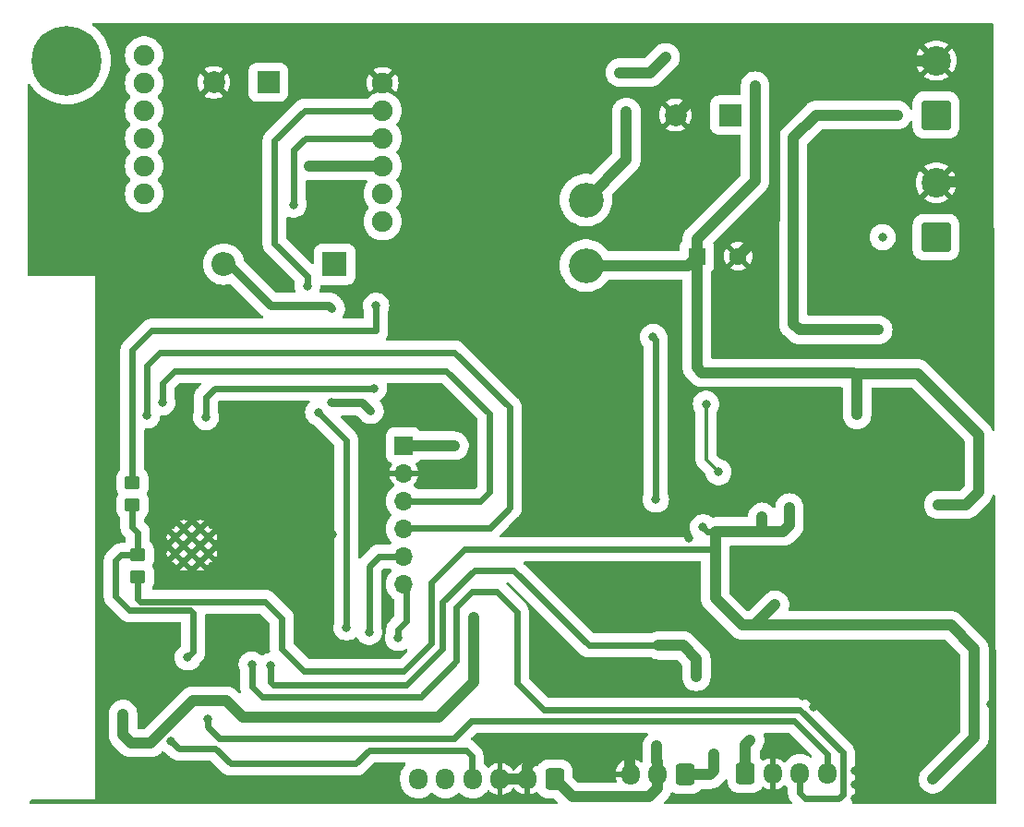
<source format=gbr>
%TF.GenerationSoftware,KiCad,Pcbnew,7.0.2*%
%TF.CreationDate,2024-10-18T19:43:08+03:00*%
%TF.ProjectId,POWER  WATER CIRCUIT,504f5745-5220-4205-9741-544552204349,rev?*%
%TF.SameCoordinates,Original*%
%TF.FileFunction,Copper,L2,Bot*%
%TF.FilePolarity,Positive*%
%FSLAX46Y46*%
G04 Gerber Fmt 4.6, Leading zero omitted, Abs format (unit mm)*
G04 Created by KiCad (PCBNEW 7.0.2) date 2024-10-18 19:43:08*
%MOMM*%
%LPD*%
G01*
G04 APERTURE LIST*
G04 Aperture macros list*
%AMRoundRect*
0 Rectangle with rounded corners*
0 $1 Rounding radius*
0 $2 $3 $4 $5 $6 $7 $8 $9 X,Y pos of 4 corners*
0 Add a 4 corners polygon primitive as box body*
4,1,4,$2,$3,$4,$5,$6,$7,$8,$9,$2,$3,0*
0 Add four circle primitives for the rounded corners*
1,1,$1+$1,$2,$3*
1,1,$1+$1,$4,$5*
1,1,$1+$1,$6,$7*
1,1,$1+$1,$8,$9*
0 Add four rect primitives between the rounded corners*
20,1,$1+$1,$2,$3,$4,$5,0*
20,1,$1+$1,$4,$5,$6,$7,0*
20,1,$1+$1,$6,$7,$8,$9,0*
20,1,$1+$1,$8,$9,$2,$3,0*%
G04 Aperture macros list end*
%TA.AperFunction,ComponentPad*%
%ADD10R,2.000000X2.000000*%
%TD*%
%TA.AperFunction,ComponentPad*%
%ADD11C,2.000000*%
%TD*%
%TA.AperFunction,ComponentPad*%
%ADD12R,1.700000X1.700000*%
%TD*%
%TA.AperFunction,ComponentPad*%
%ADD13O,1.700000X1.700000*%
%TD*%
%TA.AperFunction,ComponentPad*%
%ADD14C,3.200000*%
%TD*%
%TA.AperFunction,ComponentPad*%
%ADD15R,1.600000X1.600000*%
%TD*%
%TA.AperFunction,ComponentPad*%
%ADD16C,1.600000*%
%TD*%
%TA.AperFunction,ComponentPad*%
%ADD17C,0.800000*%
%TD*%
%TA.AperFunction,ComponentPad*%
%ADD18C,6.400000*%
%TD*%
%TA.AperFunction,ComponentPad*%
%ADD19RoundRect,0.250000X0.600000X0.725000X-0.600000X0.725000X-0.600000X-0.725000X0.600000X-0.725000X0*%
%TD*%
%TA.AperFunction,ComponentPad*%
%ADD20O,1.700000X1.950000*%
%TD*%
%TA.AperFunction,ComponentPad*%
%ADD21RoundRect,0.250001X1.099999X-1.099999X1.099999X1.099999X-1.099999X1.099999X-1.099999X-1.099999X0*%
%TD*%
%TA.AperFunction,ComponentPad*%
%ADD22C,2.700000*%
%TD*%
%TA.AperFunction,ComponentPad*%
%ADD23RoundRect,0.250000X-0.600000X-0.725000X0.600000X-0.725000X0.600000X0.725000X-0.600000X0.725000X0*%
%TD*%
%TA.AperFunction,ComponentPad*%
%ADD24R,2.200000X2.200000*%
%TD*%
%TA.AperFunction,ComponentPad*%
%ADD25O,2.200000X2.200000*%
%TD*%
%TA.AperFunction,HeatsinkPad*%
%ADD26C,0.600000*%
%TD*%
%TA.AperFunction,ComponentPad*%
%ADD27C,1.900000*%
%TD*%
%TA.AperFunction,SMDPad,CuDef*%
%ADD28RoundRect,0.250000X-0.450000X0.350000X-0.450000X-0.350000X0.450000X-0.350000X0.450000X0.350000X0*%
%TD*%
%TA.AperFunction,ViaPad*%
%ADD29C,0.800000*%
%TD*%
%TA.AperFunction,Conductor*%
%ADD30C,1.000000*%
%TD*%
%TA.AperFunction,Conductor*%
%ADD31C,0.300000*%
%TD*%
%TA.AperFunction,Conductor*%
%ADD32C,0.600000*%
%TD*%
%TA.AperFunction,Conductor*%
%ADD33C,0.800000*%
%TD*%
G04 APERTURE END LIST*
D10*
%TO.P,C1,1*%
%TO.N,+ 18 V*%
X125400000Y-64300000D03*
D11*
%TO.P,C1,2*%
%TO.N,GND*%
X120400000Y-64300000D03*
%TD*%
D12*
%TO.P,PROG1,1,Pin_1*%
%TO.N,+3.3V*%
X95500000Y-94620000D03*
D13*
%TO.P,PROG1,2,Pin_2*%
%TO.N,GND*%
X95500000Y-97160000D03*
%TO.P,PROG1,3,Pin_3*%
%TO.N,MCU_RX*%
X95500000Y-99700000D03*
%TO.P,PROG1,4,Pin_4*%
%TO.N,MCU_TX*%
X95500000Y-102240000D03*
%TO.P,PROG1,5,Pin_5*%
%TO.N,DTR*%
X95500000Y-104780000D03*
%TO.P,PROG1,6,Pin_6*%
%TO.N,RTS*%
X95500000Y-107320000D03*
%TD*%
D14*
%TO.P,L1,1,1*%
%TO.N,Net-(D4-K)*%
X112200000Y-72100000D03*
%TO.P,L1,2,2*%
%TO.N,6V*%
X112200000Y-78100000D03*
%TD*%
D15*
%TO.P,C4,1*%
%TO.N,6V*%
X122350000Y-77250000D03*
D16*
%TO.P,C4,2*%
%TO.N,GND*%
X126150000Y-77250000D03*
%TD*%
D17*
%TO.P,H1,1*%
%TO.N,N/C*%
X62200000Y-59300000D03*
X62902944Y-57602944D03*
X62902944Y-60997056D03*
X64600000Y-56900000D03*
D18*
X64600000Y-59300000D03*
D17*
X64600000Y-61700000D03*
X66297056Y-57602944D03*
X66297056Y-60997056D03*
X67000000Y-59300000D03*
%TD*%
D10*
%TO.P,C6,1*%
%TO.N,4.0V*%
X83067677Y-61300000D03*
D11*
%TO.P,C6,2*%
%TO.N,GND*%
X78067677Y-61300000D03*
%TD*%
D19*
%TO.P,TDS1,1,Pin_1*%
%TO.N,TurbidityAnalog*%
X121280000Y-124800000D03*
D20*
%TO.P,TDS1,2,Pin_2*%
%TO.N,pwr*%
X118780000Y-124800000D03*
%TO.P,TDS1,3,Pin_3*%
%TO.N,GND*%
X116280000Y-124800000D03*
%TD*%
D21*
%TO.P,S0LAR1,1,Pin_1*%
%TO.N,DC_Solar*%
X144300000Y-75500000D03*
D22*
%TO.P,S0LAR1,2,Pin_2*%
%TO.N,GND*%
X144300000Y-70500000D03*
%TD*%
D23*
%TO.P,ULTRASONIC1,1,Pin_1*%
%TO.N,+3.3V*%
X126826000Y-124714000D03*
D20*
%TO.P,ULTRASONIC1,2,Pin_2*%
%TO.N,GND*%
X129326000Y-124714000D03*
%TO.P,ULTRASONIC1,3,Pin_3*%
%TO.N,US_RX*%
X131826000Y-124714000D03*
%TO.P,ULTRASONIC1,4,Pin_4*%
%TO.N,US_TX*%
X134326000Y-124714000D03*
%TD*%
D24*
%TO.P,D11,1,K*%
%TO.N,Net-(D11-K)*%
X89154000Y-77978000D03*
D25*
%TO.P,D11,2,A*%
%TO.N,5V*%
X78994000Y-77978000D03*
%TD*%
D26*
%TO.P,U4,39,GND*%
%TO.N,GND*%
X75297500Y-105305000D03*
X76822500Y-105305000D03*
X74535000Y-104542500D03*
X76060000Y-104542500D03*
X77585000Y-104542500D03*
X75297500Y-103780000D03*
X76822500Y-103780000D03*
X74535000Y-103017500D03*
X76060000Y-103017500D03*
X77585000Y-103017500D03*
X75297500Y-102255000D03*
X76822500Y-102255000D03*
%TD*%
D27*
%TO.P,U5,1,NET*%
%TO.N,unconnected-(U5-NET-Pad1)*%
X93550000Y-74050000D03*
%TO.P,U5,2,VCC*%
%TO.N,4.0V*%
X93550000Y-71510000D03*
%TO.P,U5,3,RST*%
%TO.N,SIM_RST*%
X93550000Y-68970000D03*
%TO.P,U5,4,RXD*%
%TO.N,SIM_RX*%
X93550000Y-66430000D03*
%TO.P,U5,5,TXD*%
%TO.N,SIM_TX*%
X93550000Y-63890000D03*
%TO.P,U5,6,GND*%
%TO.N,GND*%
X93550000Y-61350000D03*
%TO.P,U5,7,SPK-*%
%TO.N,unconnected-(U5-SPK--Pad7)*%
X71680000Y-58810000D03*
%TO.P,U5,8,SPK+*%
%TO.N,unconnected-(U5-SPK+-Pad8)*%
X71680000Y-61350000D03*
%TO.P,U5,9,MIC-*%
%TO.N,unconnected-(U5-MIC--Pad9)*%
X71680000Y-63890000D03*
%TO.P,U5,10,MIC+*%
%TO.N,unconnected-(U5-MIC+-Pad10)*%
X71680000Y-66430000D03*
%TO.P,U5,11,DTR*%
%TO.N,unconnected-(U5-DTR-Pad11)*%
X71680000Y-68970000D03*
%TO.P,U5,12,RING*%
%TO.N,unconnected-(U5-RING-Pad12)*%
X71680000Y-71510000D03*
%TD*%
D19*
%TO.P,PH1,1,Pin_1*%
%TO.N,pwr*%
X109310000Y-125200000D03*
D20*
%TO.P,PH1,2,Pin_2*%
%TO.N,GND*%
X106810000Y-125200000D03*
%TO.P,PH1,3,Pin_3*%
X104310000Y-125200000D03*
%TO.P,PH1,4,Pin_4*%
%TO.N,PH_Analog*%
X101810000Y-125200000D03*
%TO.P,PH1,5,Pin_5*%
%TO.N,unconnected-(PH1-Pin_5-Pad5)*%
X99310000Y-125200000D03*
%TO.P,PH1,6,Pin_6*%
%TO.N,Temp_Analog*%
X96810000Y-125200000D03*
%TD*%
D21*
%TO.P,18VMAINS1,1,Pin_1*%
%TO.N,DC_Mains*%
X144305000Y-64295000D03*
D22*
%TO.P,18VMAINS1,2,Pin_2*%
%TO.N,GND*%
X144305000Y-59295000D03*
%TD*%
D28*
%TO.P,R24,1*%
%TO.N,4.2*%
X70612000Y-98060000D03*
%TO.P,R24,2*%
%TO.N,BATERY VOLTAGE*%
X70612000Y-100060000D03*
%TD*%
%TO.P,R25,1*%
%TO.N,BATERY VOLTAGE*%
X71120000Y-104664000D03*
%TO.P,R25,2*%
%TO.N,BT -VE*%
X71120000Y-106664000D03*
%TD*%
D29*
%TO.N,Net-(D4-K)*%
X115900000Y-66300000D03*
X115900000Y-65300000D03*
X115900000Y-64000000D03*
%TO.N,Net-(U1-FB)*%
X119500000Y-59000000D03*
X115300000Y-60400000D03*
%TO.N,6V*%
X127700000Y-61600000D03*
%TO.N,GND*%
X136906000Y-97536000D03*
X136906000Y-125730000D03*
X115062000Y-99060000D03*
X111506000Y-108204000D03*
X136906000Y-121412000D03*
X114046000Y-108204000D03*
X67950000Y-114450000D03*
X112776000Y-98044000D03*
X135128000Y-115062000D03*
X133350000Y-90170000D03*
X136144000Y-117602000D03*
X139700000Y-124460000D03*
X120396000Y-110998000D03*
X113030000Y-110490000D03*
X133096000Y-117602000D03*
X116078000Y-107442000D03*
X133096000Y-114046000D03*
X87800000Y-111400000D03*
X114300000Y-109474000D03*
X140970000Y-123190000D03*
X134874000Y-96520000D03*
X130556000Y-115824000D03*
X140970000Y-124460000D03*
X116078000Y-99060000D03*
X137160000Y-116332000D03*
X141478000Y-84074000D03*
X88950000Y-102800000D03*
X121666000Y-103124000D03*
X136906000Y-96520000D03*
X116078000Y-100330000D03*
X136906000Y-127000000D03*
X128778000Y-113538000D03*
X133096000Y-115062000D03*
X138176000Y-116332000D03*
X128270000Y-94996000D03*
X121666000Y-105918000D03*
X134112000Y-117602000D03*
X131050000Y-90700000D03*
X134112000Y-116332000D03*
X112776000Y-108204000D03*
X129540000Y-94996000D03*
X113792000Y-107188000D03*
X116586000Y-98044000D03*
X140970000Y-127000000D03*
X137160000Y-115062000D03*
X112776000Y-107188000D03*
X149352000Y-118364000D03*
X134112000Y-118872000D03*
X111760000Y-98044000D03*
X111760000Y-107188000D03*
X132080000Y-117602000D03*
X119634000Y-108966000D03*
X133096000Y-116332000D03*
X112014000Y-99060000D03*
X135128000Y-116332000D03*
X135890000Y-97536000D03*
X114046000Y-99060000D03*
X134112000Y-115062000D03*
X114046000Y-98044000D03*
X135128000Y-117602000D03*
X112776000Y-100330000D03*
X114300000Y-110490000D03*
X148300000Y-78650000D03*
X136144000Y-115062000D03*
X112400000Y-122600000D03*
X136144000Y-116332000D03*
X130556000Y-94996000D03*
X112014000Y-109474000D03*
X139700000Y-127000000D03*
X113030000Y-99060000D03*
X140970000Y-125730000D03*
X144272000Y-118618000D03*
X113792000Y-100330000D03*
X140716000Y-119888000D03*
X138176000Y-124460000D03*
X120396000Y-109982000D03*
X136906000Y-124460000D03*
X134112000Y-114046000D03*
X125984000Y-116840000D03*
X135890000Y-96520000D03*
X113030000Y-109474000D03*
X114808000Y-100330000D03*
X127254000Y-94996000D03*
X142748000Y-115824000D03*
X138176000Y-117602000D03*
X139700000Y-125730000D03*
X137160000Y-117602000D03*
X115316000Y-98044000D03*
X138430000Y-121158000D03*
X133096000Y-118618000D03*
X138176000Y-125730000D03*
X135382000Y-95504000D03*
X132080000Y-116332000D03*
X138176000Y-127000000D03*
%TO.N,4.2*%
X118618000Y-99568000D03*
X92964000Y-81788000D03*
X118364000Y-84650001D03*
%TO.N,5V*%
X92456000Y-91440000D03*
X88900000Y-82042000D03*
X88900000Y-90678000D03*
%TO.N,+3.3V*%
X101900000Y-110400000D03*
X127254000Y-121666000D03*
X100150000Y-94650000D03*
X69750000Y-119250000D03*
%TO.N,DC_Mains*%
X139000000Y-84000000D03*
X140750000Y-64300000D03*
%TO.N,DC_Solar*%
X139400000Y-75500000D03*
%TO.N,Mains_Available*%
X77350000Y-92000000D03*
X92750000Y-89350000D03*
%TO.N,pwr*%
X118700000Y-122174000D03*
%TO.N,PH_Analog*%
X74150000Y-121700000D03*
%TO.N,Net-(IC1-OC)*%
X123200000Y-90800000D03*
X124350000Y-97050000D03*
%TO.N,MCU_TX*%
X71950000Y-91850000D03*
%TO.N,MCU_RX*%
X73350000Y-90650000D03*
%TO.N,DTR*%
X92300000Y-111700000D03*
%TO.N,RTS*%
X94996000Y-112268000D03*
%TO.N,TurbidityAnalog*%
X123952000Y-122936000D03*
X83312000Y-114808000D03*
X122321056Y-115824000D03*
%TO.N,US_TX*%
X77500000Y-119700000D03*
%TO.N,US_RX*%
X81550000Y-114700000D03*
%TO.N,GPIO0*%
X90250000Y-111300000D03*
X87650000Y-91550000D03*
%TO.N,SIM_RST*%
X86868000Y-68950000D03*
%TO.N,BT -VE*%
X129540000Y-109220000D03*
X122936000Y-102108000D03*
X130850000Y-100300000D03*
X144018000Y-125222000D03*
X128350000Y-101150000D03*
%TO.N,SIM_TX*%
X86650000Y-79950000D03*
%TO.N,SIM_RX*%
X85400000Y-72500000D03*
%TO.N,6V*%
X144500000Y-100050000D03*
X137050000Y-91800000D03*
%TO.N,BATERY VOLTAGE*%
X75692000Y-114046000D03*
%TD*%
D30*
%TO.N,Net-(D4-K)*%
X115900000Y-66300000D02*
X115900000Y-68400000D01*
X115900000Y-65300000D02*
X115900000Y-66300000D01*
X115900000Y-68400000D02*
X112200000Y-72100000D01*
X115900000Y-64000000D02*
X115900000Y-65300000D01*
%TO.N,Net-(U1-FB)*%
X115300000Y-60400000D02*
X118100000Y-60400000D01*
X118100000Y-60400000D02*
X119500000Y-59000000D01*
%TO.N,6V*%
X121500000Y-78100000D02*
X122350000Y-77250000D01*
X112200000Y-78100000D02*
X121500000Y-78100000D01*
%TO.N,GND*%
X126150000Y-77250000D02*
X129500000Y-73900000D01*
X129500000Y-59295000D02*
X144305000Y-59295000D01*
X125405000Y-59295000D02*
X129500000Y-59295000D01*
X129500000Y-73900000D02*
X129500000Y-59295000D01*
X120400000Y-64300000D02*
X125405000Y-59295000D01*
%TO.N,6V*%
X127700000Y-70300000D02*
X122350000Y-75650000D01*
X127700000Y-61600000D02*
X127700000Y-70300000D01*
X122350000Y-75650000D02*
X122350000Y-77250000D01*
%TO.N,GND*%
X144300000Y-70420000D02*
X146720000Y-70420000D01*
X108167919Y-122600000D02*
X115750000Y-122600000D01*
X106770000Y-123997919D02*
X108167919Y-122600000D01*
D31*
X87800000Y-111400000D02*
X88950000Y-110250000D01*
D30*
X104230000Y-125200000D02*
X106770000Y-125200000D01*
X147950000Y-71650000D02*
X147950000Y-78300000D01*
D31*
X88950000Y-110250000D02*
X88950000Y-102800000D01*
D30*
X115750000Y-122600000D02*
X116200000Y-123050000D01*
X116200000Y-123050000D02*
X116200000Y-124800000D01*
X147950000Y-78300000D02*
X148300000Y-78650000D01*
X106770000Y-125200000D02*
X106770000Y-123997919D01*
X146720000Y-70420000D02*
X147950000Y-71650000D01*
D32*
%TO.N,4.2*%
X92964000Y-81788000D02*
X92964000Y-84074000D01*
X72390000Y-84074000D02*
X70612000Y-85852000D01*
X118618000Y-84904001D02*
X118618000Y-99568000D01*
X118364000Y-84650001D02*
X118618000Y-84904001D01*
X92964000Y-84074000D02*
X72390000Y-84074000D01*
X70612000Y-85852000D02*
X70612000Y-98060000D01*
D33*
%TO.N,5V*%
X88646000Y-81788000D02*
X83312000Y-81788000D01*
X88900000Y-82042000D02*
X88646000Y-81788000D01*
X92456000Y-91440000D02*
X91694000Y-90678000D01*
X79502000Y-77978000D02*
X78994000Y-77978000D01*
X83312000Y-81788000D02*
X79502000Y-77978000D01*
X91694000Y-90678000D02*
X88900000Y-90678000D01*
D30*
%TO.N,+3.3V*%
X70500000Y-121900000D02*
X72250000Y-121900000D01*
X127254000Y-121666000D02*
X126826000Y-122094000D01*
X72250000Y-121900000D02*
X76150000Y-118000000D01*
X79200000Y-118000000D02*
X80750000Y-119550000D01*
X126826000Y-122094000D02*
X126826000Y-124714000D01*
X80750000Y-119550000D02*
X98650000Y-119550000D01*
X69750000Y-119250000D02*
X69750000Y-121150000D01*
X69750000Y-121150000D02*
X70500000Y-121900000D01*
X98650000Y-119550000D02*
X101900000Y-116300000D01*
X76150000Y-118000000D02*
X79200000Y-118000000D01*
X100150000Y-94650000D02*
X100120000Y-94620000D01*
X101900000Y-116300000D02*
X101900000Y-110400000D01*
X100120000Y-94620000D02*
X95500000Y-94620000D01*
%TO.N,DC_Mains*%
X133300000Y-64300000D02*
X140750000Y-64300000D01*
X131750000Y-84000000D02*
X131200000Y-83450000D01*
X139000000Y-84000000D02*
X131750000Y-84000000D01*
X131200000Y-83450000D02*
X131200000Y-66400000D01*
X131200000Y-66400000D02*
X133300000Y-64300000D01*
D32*
%TO.N,Mains_Available*%
X92750000Y-89350000D02*
X78150000Y-89350000D01*
X78150000Y-89350000D02*
X77350000Y-90150000D01*
X77350000Y-90150000D02*
X77350000Y-92000000D01*
D30*
%TO.N,pwr*%
X118700000Y-123557919D02*
X118740000Y-123597919D01*
X118700000Y-122174000D02*
X118700000Y-123557919D01*
X118740000Y-123597919D02*
X118740000Y-124800000D01*
X110960000Y-126850000D02*
X117950000Y-126850000D01*
X118740000Y-126060000D02*
X118740000Y-124800000D01*
X109310000Y-125200000D02*
X110960000Y-126850000D01*
X117950000Y-126850000D02*
X118740000Y-126060000D01*
D32*
%TO.N,PH_Analog*%
X101200000Y-122600000D02*
X92300000Y-122600000D01*
X78222793Y-122400000D02*
X74850000Y-122400000D01*
X101690000Y-123090000D02*
X101200000Y-122600000D01*
X91100000Y-123800000D02*
X79622793Y-123800000D01*
X74850000Y-122400000D02*
X74150000Y-121700000D01*
X79622793Y-123800000D02*
X78222793Y-122400000D01*
X92300000Y-122600000D02*
X91100000Y-123800000D01*
X101690000Y-125200000D02*
X101690000Y-123090000D01*
D31*
%TO.N,Net-(IC1-OC)*%
X123200000Y-90800000D02*
X123200000Y-95900000D01*
X123200000Y-95900000D02*
X124350000Y-97050000D01*
D32*
%TO.N,MCU_TX*%
X95590000Y-102150000D02*
X95500000Y-102240000D01*
X103400000Y-102150000D02*
X95590000Y-102150000D01*
X105200000Y-100350000D02*
X103400000Y-102150000D01*
X71950000Y-91850000D02*
X71950000Y-87250000D01*
X71950000Y-87250000D02*
X73150000Y-86050000D01*
X100150000Y-86050000D02*
X105200000Y-91100000D01*
X105200000Y-91100000D02*
X105200000Y-100350000D01*
X73150000Y-86050000D02*
X100150000Y-86050000D01*
%TO.N,MCU_RX*%
X102500000Y-99700000D02*
X95500000Y-99700000D01*
X74500000Y-87750000D02*
X99400000Y-87750000D01*
X73350000Y-88900000D02*
X74500000Y-87750000D01*
X103300000Y-98900000D02*
X102500000Y-99700000D01*
X103300000Y-91650000D02*
X103300000Y-98900000D01*
X99400000Y-87750000D02*
X103300000Y-91650000D01*
X73350000Y-90650000D02*
X73350000Y-88900000D01*
%TO.N,DTR*%
X95500000Y-104780000D02*
X93220000Y-104780000D01*
X93220000Y-104780000D02*
X92300000Y-105700000D01*
X92300000Y-105700000D02*
X92300000Y-111700000D01*
%TO.N,RTS*%
X94996000Y-112268000D02*
X94996000Y-111454000D01*
X95700000Y-107520000D02*
X95500000Y-107320000D01*
X94996000Y-111454000D02*
X95700000Y-110750000D01*
X95700000Y-110750000D02*
X95700000Y-107520000D01*
D30*
%TO.N,TurbidityAnalog*%
X122321056Y-114193056D02*
X122321056Y-115824000D01*
D32*
X112450000Y-112950000D02*
X118872000Y-112950000D01*
X95714000Y-116586000D02*
X99060000Y-113240000D01*
D30*
X118872000Y-112950000D02*
X121078000Y-112950000D01*
D32*
X105550000Y-106050000D02*
X112450000Y-112950000D01*
X83566000Y-116586000D02*
X95714000Y-116586000D01*
X99060000Y-108966000D02*
X101976000Y-106050000D01*
X83312000Y-114808000D02*
X83312000Y-116332000D01*
X83312000Y-116332000D02*
X83566000Y-116586000D01*
D30*
X123952000Y-122936000D02*
X123952000Y-124448000D01*
D32*
X99060000Y-113240000D02*
X99060000Y-108966000D01*
D30*
X123600000Y-124800000D02*
X121280000Y-124800000D01*
D32*
X101976000Y-106050000D02*
X105550000Y-106050000D01*
D30*
X123952000Y-124448000D02*
X123600000Y-124800000D01*
X121078000Y-112950000D02*
X122321056Y-114193056D01*
D32*
%TO.N,US_TX*%
X101676214Y-119888000D02*
X131318000Y-119888000D01*
X77500000Y-119700000D02*
X77500000Y-120400000D01*
X134326000Y-124714000D02*
X134326000Y-125247000D01*
X100114214Y-121450000D02*
X101676214Y-119888000D01*
X131318000Y-119888000D02*
X134326000Y-122896000D01*
X77500000Y-120400000D02*
X78550000Y-121450000D01*
X134326000Y-122896000D02*
X134326000Y-124714000D01*
X78550000Y-121450000D02*
X100114214Y-121450000D01*
%TO.N,US_RX*%
X81550000Y-116700000D02*
X82500000Y-117650000D01*
X135740000Y-126642000D02*
X135382000Y-127000000D01*
X104050000Y-108050000D02*
X105850000Y-109850000D01*
X82500000Y-117650000D02*
X97050000Y-117650000D01*
X135740000Y-122786000D02*
X135740000Y-126642000D01*
X105850000Y-116400000D02*
X108322000Y-118872000D01*
X105850000Y-109850000D02*
X105850000Y-116400000D01*
X101750000Y-108050000D02*
X104050000Y-108050000D01*
X108322000Y-118872000D02*
X131826000Y-118872000D01*
X131826000Y-126492000D02*
X131826000Y-124714000D01*
X97050000Y-117650000D02*
X100330000Y-114370000D01*
X132334000Y-127000000D02*
X131826000Y-126492000D01*
X135382000Y-127000000D02*
X132334000Y-127000000D01*
X100330000Y-109470000D02*
X101750000Y-108050000D01*
X131826000Y-118872000D02*
X135740000Y-122786000D01*
X100330000Y-114370000D02*
X100330000Y-109470000D01*
X81550000Y-114700000D02*
X81550000Y-116700000D01*
%TO.N,GPIO0*%
X90200000Y-111250000D02*
X90250000Y-111300000D01*
X90200000Y-94100000D02*
X90200000Y-111250000D01*
X87650000Y-91550000D02*
X90200000Y-94100000D01*
D30*
%TO.N,SIM_RST*%
X86868000Y-68950000D02*
X86888000Y-68970000D01*
X86888000Y-68970000D02*
X93550000Y-68970000D01*
%TO.N,BT -VE*%
X126500000Y-111100000D02*
X124050000Y-108650000D01*
X124050000Y-108650000D02*
X124050000Y-102500000D01*
X130850000Y-101950000D02*
X130850000Y-100300000D01*
D32*
X95504000Y-115316000D02*
X98044000Y-112776000D01*
X86360000Y-115316000D02*
X95504000Y-115316000D01*
X123796000Y-104140000D02*
X124050000Y-103886000D01*
X84328000Y-113284000D02*
X86360000Y-115316000D01*
D30*
X147828000Y-121412000D02*
X147828000Y-113284000D01*
X144018000Y-125222000D02*
X147828000Y-121412000D01*
D32*
X122936000Y-102108000D02*
X123328000Y-102500000D01*
X84328000Y-110490000D02*
X84328000Y-113284000D01*
X71120000Y-106664000D02*
X71120000Y-108712000D01*
X98044000Y-107188000D02*
X101092000Y-104140000D01*
D30*
X130300000Y-102500000D02*
X130850000Y-101950000D01*
X127000000Y-102500000D02*
X130300000Y-102500000D01*
X145644000Y-111100000D02*
X126500000Y-111100000D01*
D32*
X98044000Y-112776000D02*
X98044000Y-107188000D01*
D30*
X127000000Y-102500000D02*
X128100000Y-102500000D01*
D32*
X71336000Y-108928000D02*
X82766000Y-108928000D01*
D30*
X147828000Y-113284000D02*
X145644000Y-111100000D01*
D32*
X82766000Y-108928000D02*
X84328000Y-110490000D01*
D30*
X128350000Y-102250000D02*
X128350000Y-101150000D01*
D32*
X123328000Y-102500000D02*
X124050000Y-102500000D01*
D30*
X128100000Y-102500000D02*
X128350000Y-102250000D01*
X127660000Y-111100000D02*
X126500000Y-111100000D01*
D32*
X71120000Y-108712000D02*
X71336000Y-108928000D01*
D30*
X124050000Y-102500000D02*
X127000000Y-102500000D01*
D32*
X101092000Y-104140000D02*
X123796000Y-104140000D01*
D30*
X129540000Y-109220000D02*
X127660000Y-111100000D01*
D32*
%TO.N,SIM_TX*%
X83650000Y-76100000D02*
X83650000Y-66650000D01*
X86410000Y-63890000D02*
X93550000Y-63890000D01*
X83650000Y-66650000D02*
X86410000Y-63890000D01*
X86650000Y-79950000D02*
X86650000Y-79100000D01*
X86650000Y-79100000D02*
X83650000Y-76100000D01*
%TO.N,SIM_RX*%
X85400000Y-67500000D02*
X86470000Y-66430000D01*
X85400000Y-72500000D02*
X85400000Y-67500000D01*
X86470000Y-66430000D02*
X93550000Y-66430000D01*
D30*
%TO.N,6V*%
X142610000Y-88000000D02*
X137050000Y-88000000D01*
X144500000Y-100050000D02*
X147000000Y-100050000D01*
X148200000Y-98850000D02*
X148200000Y-93590000D01*
X137050000Y-88300000D02*
X137050000Y-91800000D01*
X137050000Y-88000000D02*
X137050000Y-91800000D01*
X136700000Y-87950000D02*
X137050000Y-88300000D01*
X147000000Y-100050000D02*
X148200000Y-98850000D01*
X122350000Y-77250000D02*
X122350000Y-87450000D01*
X148200000Y-93590000D02*
X142610000Y-88000000D01*
X122350000Y-87450000D02*
X122850000Y-87950000D01*
X122850000Y-87950000D02*
X136700000Y-87950000D01*
%TO.N,4.0V*%
X93572323Y-71532323D02*
X93550000Y-71510000D01*
D32*
%TO.N,BATERY VOLTAGE*%
X69088000Y-108458000D02*
X70358000Y-109728000D01*
X76200000Y-113538000D02*
X75692000Y-114046000D01*
X70612000Y-102108000D02*
X71120000Y-102616000D01*
X75946000Y-109728000D02*
X76200000Y-109982000D01*
X69580000Y-104664000D02*
X69088000Y-105156000D01*
X70612000Y-100060000D02*
X70612000Y-102108000D01*
X71120000Y-102616000D02*
X71120000Y-104664000D01*
X71120000Y-104664000D02*
X69580000Y-104664000D01*
X76200000Y-109982000D02*
X76200000Y-113538000D01*
X70358000Y-109728000D02*
X75946000Y-109728000D01*
X69088000Y-105156000D02*
X69088000Y-108458000D01*
%TD*%
%TA.AperFunction,Conductor*%
%TO.N,GND*%
G36*
X149493471Y-55869685D02*
G01*
X149539226Y-55922489D01*
X149550431Y-55973567D01*
X149680135Y-93146892D01*
X149660685Y-93214000D01*
X149608041Y-93259939D01*
X149538917Y-93270124D01*
X149475261Y-93241321D01*
X149437281Y-93182675D01*
X149436381Y-93179491D01*
X149426739Y-93143504D01*
X149404932Y-93096741D01*
X149400801Y-93086768D01*
X149398063Y-93079245D01*
X149383156Y-93038285D01*
X149366604Y-93009617D01*
X149357355Y-92993596D01*
X149352361Y-92984002D01*
X149330568Y-92937266D01*
X149300974Y-92895002D01*
X149295176Y-92885900D01*
X149269377Y-92841214D01*
X149236208Y-92801686D01*
X149229634Y-92793117D01*
X149200045Y-92750858D01*
X149032915Y-92583728D01*
X149032900Y-92583715D01*
X143618731Y-87169546D01*
X143618729Y-87169543D01*
X143449141Y-86999954D01*
X143432504Y-86988305D01*
X143406873Y-86970358D01*
X143398315Y-86963792D01*
X143358786Y-86930623D01*
X143358784Y-86930622D01*
X143358782Y-86930620D01*
X143314106Y-86904827D01*
X143304983Y-86899015D01*
X143262736Y-86869433D01*
X143215986Y-86847633D01*
X143206392Y-86842638D01*
X143161713Y-86816842D01*
X143113241Y-86799201D01*
X143103256Y-86795066D01*
X143056496Y-86773261D01*
X143056497Y-86773261D01*
X143056490Y-86773258D01*
X143006660Y-86759906D01*
X142996346Y-86756655D01*
X142947877Y-86739014D01*
X142897079Y-86730057D01*
X142886521Y-86727716D01*
X142836693Y-86714365D01*
X142785302Y-86709868D01*
X142774582Y-86708456D01*
X142723781Y-86699499D01*
X142723779Y-86699499D01*
X142496221Y-86699499D01*
X142485964Y-86699499D01*
X142485952Y-86699500D01*
X137112199Y-86699500D01*
X137101394Y-86699028D01*
X137088361Y-86697887D01*
X137070255Y-86696303D01*
X137038669Y-86689301D01*
X137037882Y-86689014D01*
X136987080Y-86680057D01*
X136976520Y-86677716D01*
X136926693Y-86664365D01*
X136875302Y-86659868D01*
X136864582Y-86658456D01*
X136813781Y-86649499D01*
X136813779Y-86649499D01*
X136586221Y-86649499D01*
X136575964Y-86649499D01*
X136575952Y-86649500D01*
X123774500Y-86649500D01*
X123707461Y-86629815D01*
X123661706Y-86577011D01*
X123650500Y-86525500D01*
X123650500Y-83563781D01*
X129899499Y-83563781D01*
X129908456Y-83614582D01*
X129909868Y-83625302D01*
X129914365Y-83676693D01*
X129927716Y-83726521D01*
X129930057Y-83737079D01*
X129939014Y-83787877D01*
X129956655Y-83836346D01*
X129959906Y-83846660D01*
X129973258Y-83896490D01*
X129973261Y-83896496D01*
X129995066Y-83943256D01*
X129999201Y-83953241D01*
X130016842Y-84001713D01*
X130042638Y-84046392D01*
X130047633Y-84055986D01*
X130069433Y-84102736D01*
X130099015Y-84144983D01*
X130104827Y-84154106D01*
X130130620Y-84198782D01*
X130130622Y-84198784D01*
X130130623Y-84198786D01*
X130163792Y-84238315D01*
X130170358Y-84246873D01*
X130177124Y-84256535D01*
X130199954Y-84289141D01*
X130369540Y-84458726D01*
X130369546Y-84458731D01*
X130742688Y-84831872D01*
X130742705Y-84831892D01*
X130910857Y-85000044D01*
X130910860Y-85000046D01*
X130910861Y-85000047D01*
X130953139Y-85029650D01*
X130961700Y-85036220D01*
X130977116Y-85049155D01*
X131001214Y-85069376D01*
X131045883Y-85095166D01*
X131055006Y-85100978D01*
X131097265Y-85130568D01*
X131144020Y-85152370D01*
X131153614Y-85157364D01*
X131157567Y-85159646D01*
X131198285Y-85183155D01*
X131243764Y-85199707D01*
X131246746Y-85200793D01*
X131256741Y-85204933D01*
X131303499Y-85226737D01*
X131303500Y-85226737D01*
X131303504Y-85226739D01*
X131353363Y-85240098D01*
X131363634Y-85243337D01*
X131412120Y-85260985D01*
X131462911Y-85269940D01*
X131473471Y-85272281D01*
X131489573Y-85276595D01*
X131523308Y-85285635D01*
X131559594Y-85288809D01*
X131574687Y-85290130D01*
X131585413Y-85291541D01*
X131636221Y-85300501D01*
X131874036Y-85300501D01*
X131874048Y-85300500D01*
X139054075Y-85300500D01*
X139056784Y-85300500D01*
X139226692Y-85285635D01*
X139446496Y-85226739D01*
X139652734Y-85130568D01*
X139839139Y-85000047D01*
X140000047Y-84839139D01*
X140130568Y-84652734D01*
X140226739Y-84446496D01*
X140285635Y-84226692D01*
X140305468Y-84000000D01*
X140285635Y-83773308D01*
X140226739Y-83553504D01*
X140130568Y-83347266D01*
X140122835Y-83336221D01*
X140000046Y-83160859D01*
X139839140Y-82999953D01*
X139652735Y-82869432D01*
X139446497Y-82773261D01*
X139226689Y-82714364D01*
X139059484Y-82699736D01*
X139059479Y-82699735D01*
X139056784Y-82699500D01*
X139054075Y-82699500D01*
X132624500Y-82699500D01*
X132557461Y-82679815D01*
X132511706Y-82627011D01*
X132500500Y-82575500D01*
X132500500Y-75500000D01*
X138194357Y-75500000D01*
X138214885Y-75721537D01*
X138275769Y-75935526D01*
X138374941Y-76134688D01*
X138509019Y-76312237D01*
X138673437Y-76462124D01*
X138862595Y-76579245D01*
X138862597Y-76579245D01*
X138862599Y-76579247D01*
X139070060Y-76659618D01*
X139288757Y-76700500D01*
X139288759Y-76700500D01*
X139511241Y-76700500D01*
X139511243Y-76700500D01*
X139729940Y-76659618D01*
X139758445Y-76648575D01*
X142149500Y-76648575D01*
X142149501Y-76651606D01*
X142149800Y-76654640D01*
X142149800Y-76654642D01*
X142164699Y-76805929D01*
X142164699Y-76805931D01*
X142164700Y-76805933D01*
X142224769Y-77003954D01*
X142322315Y-77186450D01*
X142348432Y-77218274D01*
X142453589Y-77346410D01*
X142533569Y-77412047D01*
X142613550Y-77477685D01*
X142796046Y-77575231D01*
X142994067Y-77635300D01*
X143148393Y-77650500D01*
X145451606Y-77650499D01*
X145605933Y-77635300D01*
X145803954Y-77575231D01*
X145986450Y-77477685D01*
X146146410Y-77346410D01*
X146277685Y-77186450D01*
X146375231Y-77003954D01*
X146435300Y-76805933D01*
X146450500Y-76651607D01*
X146450499Y-74348394D01*
X146435300Y-74194067D01*
X146375231Y-73996046D01*
X146277685Y-73813550D01*
X146184908Y-73700500D01*
X146146410Y-73653589D01*
X146048952Y-73573608D01*
X145986450Y-73522315D01*
X145803954Y-73424769D01*
X145605933Y-73364700D01*
X145605931Y-73364699D01*
X145605929Y-73364699D01*
X145454640Y-73349798D01*
X145454625Y-73349797D01*
X145451607Y-73349500D01*
X145448557Y-73349500D01*
X143151444Y-73349500D01*
X143151423Y-73349500D01*
X143148394Y-73349501D01*
X143145359Y-73349799D01*
X143145357Y-73349800D01*
X142994070Y-73364699D01*
X142994066Y-73364700D01*
X142994067Y-73364700D01*
X142796046Y-73424769D01*
X142796042Y-73424770D01*
X142796042Y-73424771D01*
X142613551Y-73522314D01*
X142453589Y-73653589D01*
X142322314Y-73813551D01*
X142247631Y-73953274D01*
X142224769Y-73996046D01*
X142183887Y-74130816D01*
X142164699Y-74194070D01*
X142149798Y-74345359D01*
X142149797Y-74345375D01*
X142149500Y-74348393D01*
X142149500Y-74351441D01*
X142149500Y-74351442D01*
X142149500Y-76648555D01*
X142149500Y-76648575D01*
X139758445Y-76648575D01*
X139937401Y-76579247D01*
X140126562Y-76462124D01*
X140185353Y-76408529D01*
X140290980Y-76312237D01*
X140293261Y-76309217D01*
X140425058Y-76134689D01*
X140524229Y-75935528D01*
X140527070Y-75925546D01*
X140558832Y-75813911D01*
X140585115Y-75721536D01*
X140605643Y-75500000D01*
X140585115Y-75278464D01*
X140550486Y-75156755D01*
X140524230Y-75064473D01*
X140425058Y-74865311D01*
X140290980Y-74687762D01*
X140126562Y-74537875D01*
X139937404Y-74420754D01*
X139851630Y-74387525D01*
X139729940Y-74340382D01*
X139511243Y-74299500D01*
X139288757Y-74299500D01*
X139070059Y-74340381D01*
X139070060Y-74340382D01*
X138862595Y-74420754D01*
X138673437Y-74537875D01*
X138509019Y-74687762D01*
X138374941Y-74865311D01*
X138275769Y-75064473D01*
X138214885Y-75278462D01*
X138194357Y-75500000D01*
X132500500Y-75500000D01*
X132500500Y-70500000D01*
X142445273Y-70500000D01*
X142464152Y-70763956D01*
X142520401Y-71022532D01*
X142612885Y-71270487D01*
X142739703Y-71502740D01*
X142827038Y-71619405D01*
X142827038Y-71619406D01*
X143548766Y-70897677D01*
X143592316Y-70979822D01*
X143712009Y-71120735D01*
X143859195Y-71232623D01*
X143901402Y-71252150D01*
X143180592Y-71972959D01*
X143180593Y-71972960D01*
X143297259Y-72060296D01*
X143529512Y-72187114D01*
X143777467Y-72279598D01*
X144036043Y-72335847D01*
X144300000Y-72354726D01*
X144563956Y-72335847D01*
X144822532Y-72279598D01*
X145070487Y-72187114D01*
X145302736Y-72060298D01*
X145419406Y-71972959D01*
X144698609Y-71252161D01*
X144817431Y-71180669D01*
X144951658Y-71053523D01*
X145054861Y-70901308D01*
X145772959Y-71619406D01*
X145860298Y-71502736D01*
X145987114Y-71270487D01*
X146079598Y-71022532D01*
X146135847Y-70763956D01*
X146154726Y-70500000D01*
X146135847Y-70236043D01*
X146079598Y-69977467D01*
X145987114Y-69729512D01*
X145860296Y-69497259D01*
X145772960Y-69380593D01*
X145772959Y-69380592D01*
X145051232Y-70102319D01*
X145007684Y-70020178D01*
X144887991Y-69879265D01*
X144740805Y-69767377D01*
X144698596Y-69747849D01*
X145419406Y-69027039D01*
X145419405Y-69027038D01*
X145302740Y-68939703D01*
X145070487Y-68812885D01*
X144822532Y-68720401D01*
X144563956Y-68664152D01*
X144300000Y-68645273D01*
X144036043Y-68664152D01*
X143777467Y-68720401D01*
X143529516Y-68812883D01*
X143297262Y-68939703D01*
X143180593Y-69027039D01*
X143901391Y-69747837D01*
X143782569Y-69819331D01*
X143648342Y-69946477D01*
X143545138Y-70098692D01*
X142827039Y-69380593D01*
X142739703Y-69497262D01*
X142612883Y-69729516D01*
X142520401Y-69977467D01*
X142464152Y-70236043D01*
X142445273Y-70500000D01*
X132500500Y-70500000D01*
X132500500Y-66990045D01*
X132520185Y-66923006D01*
X132536814Y-66902369D01*
X133802364Y-65636819D01*
X133863688Y-65603334D01*
X133890046Y-65600500D01*
X140804075Y-65600500D01*
X140806784Y-65600500D01*
X140976692Y-65585635D01*
X141196496Y-65526739D01*
X141402734Y-65430568D01*
X141589139Y-65300047D01*
X141750047Y-65139139D01*
X141880568Y-64952734D01*
X141918119Y-64872205D01*
X141964290Y-64819767D01*
X142031483Y-64800615D01*
X142098364Y-64820830D01*
X142143699Y-64873995D01*
X142154500Y-64924611D01*
X142154500Y-65443555D01*
X142154500Y-65443575D01*
X142154501Y-65446606D01*
X142154800Y-65449640D01*
X142154800Y-65449642D01*
X142169699Y-65600929D01*
X142169699Y-65600931D01*
X142169700Y-65600933D01*
X142229769Y-65798954D01*
X142327315Y-65981450D01*
X142349565Y-66008562D01*
X142458589Y-66141410D01*
X142513651Y-66186597D01*
X142618550Y-66272685D01*
X142801046Y-66370231D01*
X142999067Y-66430300D01*
X143153393Y-66445500D01*
X145456606Y-66445499D01*
X145610933Y-66430300D01*
X145808954Y-66370231D01*
X145991450Y-66272685D01*
X146151410Y-66141410D01*
X146282685Y-65981450D01*
X146380231Y-65798954D01*
X146440300Y-65600933D01*
X146455500Y-65446607D01*
X146455499Y-63143394D01*
X146440300Y-62989067D01*
X146380231Y-62791046D01*
X146282685Y-62608550D01*
X146176572Y-62479250D01*
X146151410Y-62448589D01*
X146053952Y-62368608D01*
X145991450Y-62317315D01*
X145808954Y-62219769D01*
X145610933Y-62159700D01*
X145610931Y-62159699D01*
X145610929Y-62159699D01*
X145459640Y-62144798D01*
X145459625Y-62144797D01*
X145456607Y-62144500D01*
X145453557Y-62144500D01*
X143156444Y-62144500D01*
X143156423Y-62144500D01*
X143153394Y-62144501D01*
X143150359Y-62144799D01*
X143150357Y-62144800D01*
X142999070Y-62159699D01*
X142999066Y-62159700D01*
X142999067Y-62159700D01*
X142801046Y-62219769D01*
X142801042Y-62219770D01*
X142801042Y-62219771D01*
X142618551Y-62317314D01*
X142458589Y-62448589D01*
X142327314Y-62608551D01*
X142239275Y-62773261D01*
X142229769Y-62791046D01*
X142181406Y-62950478D01*
X142169699Y-62989070D01*
X142154798Y-63140359D01*
X142154797Y-63140375D01*
X142154500Y-63143393D01*
X142154500Y-63146441D01*
X142154500Y-63146442D01*
X142154500Y-63675387D01*
X142134815Y-63742426D01*
X142082011Y-63788181D01*
X142012853Y-63798125D01*
X141949297Y-63769100D01*
X141918118Y-63727792D01*
X141880567Y-63647264D01*
X141750046Y-63460859D01*
X141589140Y-63299953D01*
X141402735Y-63169432D01*
X141196497Y-63073261D01*
X140976689Y-63014364D01*
X140809484Y-62999736D01*
X140809479Y-62999735D01*
X140806784Y-62999500D01*
X140804075Y-62999500D01*
X133424048Y-62999500D01*
X133424036Y-62999499D01*
X133413779Y-62999499D01*
X133186221Y-62999499D01*
X133186217Y-62999499D01*
X133135415Y-63008456D01*
X133124696Y-63009868D01*
X133073307Y-63014365D01*
X133023477Y-63027716D01*
X133012923Y-63030056D01*
X132980353Y-63035799D01*
X132962120Y-63039015D01*
X132962118Y-63039015D01*
X132962116Y-63039016D01*
X132913655Y-63056654D01*
X132903341Y-63059906D01*
X132853505Y-63073259D01*
X132806745Y-63095064D01*
X132796756Y-63099202D01*
X132765836Y-63110456D01*
X132748285Y-63116845D01*
X132748283Y-63116845D01*
X132748283Y-63116846D01*
X132703613Y-63142635D01*
X132694023Y-63147627D01*
X132647264Y-63169432D01*
X132605008Y-63199019D01*
X132595891Y-63204828D01*
X132551214Y-63230624D01*
X132511700Y-63263779D01*
X132503122Y-63270361D01*
X132460859Y-63299954D01*
X132299953Y-63460861D01*
X132299948Y-63460867D01*
X130360864Y-65399950D01*
X130199953Y-65560860D01*
X130170360Y-65603122D01*
X130163778Y-65611700D01*
X130130624Y-65651212D01*
X130104824Y-65695897D01*
X130099015Y-65705015D01*
X130069430Y-65747268D01*
X130047630Y-65794015D01*
X130042639Y-65803603D01*
X130016842Y-65848286D01*
X129999198Y-65896763D01*
X129995060Y-65906755D01*
X129973259Y-65953507D01*
X129959906Y-66003339D01*
X129956655Y-66013650D01*
X129939016Y-66062116D01*
X129930056Y-66112923D01*
X129927716Y-66123477D01*
X129914365Y-66173307D01*
X129909868Y-66224696D01*
X129908456Y-66235415D01*
X129899499Y-66286217D01*
X129899499Y-66526051D01*
X129899500Y-66526062D01*
X129899499Y-83325952D01*
X129899499Y-83563781D01*
X123650500Y-83563781D01*
X123650500Y-78732940D01*
X123670185Y-78665901D01*
X123686814Y-78645263D01*
X123779816Y-78552262D01*
X123875789Y-78399522D01*
X123935368Y-78229255D01*
X123950500Y-78094954D01*
X123950500Y-77250000D01*
X124845033Y-77250000D01*
X124864858Y-77476602D01*
X124923733Y-77696326D01*
X125019866Y-77902484D01*
X125070972Y-77975471D01*
X125070974Y-77975472D01*
X125752045Y-77294399D01*
X125764835Y-77375148D01*
X125822359Y-77488045D01*
X125911955Y-77577641D01*
X126024852Y-77635165D01*
X126105599Y-77647953D01*
X125424526Y-78329025D01*
X125424526Y-78329026D01*
X125497515Y-78380133D01*
X125703673Y-78476266D01*
X125923397Y-78535141D01*
X126150000Y-78554966D01*
X126376602Y-78535141D01*
X126596326Y-78476266D01*
X126802480Y-78380134D01*
X126875472Y-78329025D01*
X126194401Y-77647953D01*
X126275148Y-77635165D01*
X126388045Y-77577641D01*
X126477641Y-77488045D01*
X126535165Y-77375148D01*
X126547953Y-77294401D01*
X127229025Y-77975472D01*
X127280134Y-77902480D01*
X127376266Y-77696326D01*
X127435141Y-77476602D01*
X127454966Y-77249999D01*
X127435141Y-77023397D01*
X127376266Y-76803673D01*
X127280133Y-76597515D01*
X127229025Y-76524526D01*
X126547953Y-77205597D01*
X126535165Y-77124852D01*
X126477641Y-77011955D01*
X126388045Y-76922359D01*
X126275148Y-76864835D01*
X126194400Y-76852046D01*
X126875472Y-76170974D01*
X126875471Y-76170972D01*
X126802484Y-76119866D01*
X126596326Y-76023733D01*
X126376602Y-75964858D01*
X126150000Y-75945033D01*
X125923397Y-75964858D01*
X125703672Y-76023733D01*
X125497516Y-76119865D01*
X125424527Y-76170973D01*
X125424526Y-76170973D01*
X126105600Y-76852046D01*
X126024852Y-76864835D01*
X125911955Y-76922359D01*
X125822359Y-77011955D01*
X125764835Y-77124852D01*
X125752046Y-77205600D01*
X125070973Y-76524526D01*
X125070973Y-76524527D01*
X125019865Y-76597516D01*
X124923733Y-76803672D01*
X124864858Y-77023397D01*
X124845033Y-77250000D01*
X123950500Y-77250000D01*
X123950500Y-76405046D01*
X123935368Y-76270745D01*
X123875789Y-76100478D01*
X123875787Y-76100476D01*
X123875786Y-76100471D01*
X123875501Y-76100018D01*
X123874970Y-76098141D01*
X123871174Y-76087291D01*
X123871839Y-76087058D01*
X123856502Y-76032781D01*
X123876872Y-75965946D01*
X123892810Y-75946373D01*
X128524908Y-71314275D01*
X128524915Y-71314271D01*
X128606563Y-71232623D01*
X128700047Y-71139139D01*
X128729635Y-71096881D01*
X128736221Y-71088298D01*
X128769375Y-71048787D01*
X128769377Y-71048785D01*
X128795180Y-71004090D01*
X128800969Y-70995003D01*
X128830568Y-70952734D01*
X128852371Y-70905976D01*
X128857349Y-70896411D01*
X128883156Y-70851715D01*
X128900805Y-70803222D01*
X128904934Y-70793255D01*
X128926739Y-70746496D01*
X128940098Y-70696634D01*
X128943334Y-70686370D01*
X128960985Y-70637879D01*
X128969941Y-70587084D01*
X128972282Y-70576527D01*
X128985635Y-70526693D01*
X128990130Y-70475312D01*
X128991542Y-70464583D01*
X128993460Y-70453711D01*
X129000501Y-70413779D01*
X129000501Y-70186221D01*
X129000500Y-70186215D01*
X129000500Y-61543216D01*
X128985635Y-61373308D01*
X128926739Y-61153504D01*
X128830568Y-60947266D01*
X128825470Y-60939984D01*
X128700046Y-60760859D01*
X128539140Y-60599953D01*
X128352735Y-60469432D01*
X128146497Y-60373261D01*
X127926689Y-60314364D01*
X127700000Y-60294531D01*
X127473310Y-60314364D01*
X127253502Y-60373261D01*
X127047264Y-60469432D01*
X126860859Y-60599953D01*
X126699953Y-60760859D01*
X126569432Y-60947264D01*
X126473261Y-61153502D01*
X126414364Y-61373310D01*
X126399736Y-61540515D01*
X126399500Y-61543216D01*
X126399500Y-61545924D01*
X126399500Y-61545925D01*
X126399500Y-62375500D01*
X126379815Y-62442539D01*
X126327011Y-62488294D01*
X126275500Y-62499500D01*
X124355046Y-62499500D01*
X124351590Y-62499889D01*
X124351579Y-62499890D01*
X124220749Y-62514631D01*
X124220746Y-62514631D01*
X124220745Y-62514632D01*
X124050478Y-62574211D01*
X124050476Y-62574211D01*
X124050476Y-62574212D01*
X123897735Y-62670185D01*
X123770185Y-62797735D01*
X123682218Y-62937735D01*
X123674211Y-62950478D01*
X123615997Y-63116846D01*
X123614631Y-63120749D01*
X123599890Y-63251579D01*
X123599889Y-63251590D01*
X123599500Y-63255046D01*
X123599500Y-65344954D01*
X123599889Y-65348410D01*
X123599890Y-65348420D01*
X123610953Y-65446606D01*
X123614632Y-65479255D01*
X123674211Y-65649522D01*
X123706293Y-65700580D01*
X123770185Y-65802264D01*
X123897735Y-65929814D01*
X123897737Y-65929815D01*
X123897738Y-65929816D01*
X124050478Y-66025789D01*
X124220745Y-66085368D01*
X124355046Y-66100500D01*
X126275500Y-66100500D01*
X126342539Y-66120185D01*
X126388294Y-66172989D01*
X126399500Y-66224500D01*
X126399499Y-69709952D01*
X126379814Y-69776991D01*
X126363180Y-69797633D01*
X121510864Y-74649950D01*
X121349953Y-74810860D01*
X121320360Y-74853122D01*
X121313778Y-74861700D01*
X121280624Y-74901212D01*
X121254824Y-74945897D01*
X121249015Y-74955015D01*
X121219430Y-74997268D01*
X121197630Y-75044015D01*
X121192639Y-75053603D01*
X121166842Y-75098286D01*
X121149198Y-75146763D01*
X121145060Y-75156755D01*
X121123259Y-75203507D01*
X121109906Y-75253339D01*
X121106655Y-75263650D01*
X121089016Y-75312116D01*
X121080056Y-75362923D01*
X121077716Y-75373477D01*
X121064365Y-75423307D01*
X121059868Y-75474696D01*
X121058456Y-75485415D01*
X121049499Y-75536217D01*
X121049499Y-75767059D01*
X121029814Y-75834098D01*
X121013181Y-75854740D01*
X120920183Y-75947738D01*
X120829141Y-76092632D01*
X120824211Y-76100478D01*
X120767466Y-76262648D01*
X120764631Y-76270749D01*
X120749890Y-76401579D01*
X120749889Y-76401590D01*
X120749500Y-76405046D01*
X120749500Y-76408528D01*
X120749500Y-76408529D01*
X120749500Y-76675500D01*
X120729815Y-76742539D01*
X120677011Y-76788294D01*
X120625500Y-76799500D01*
X114285937Y-76799500D01*
X114218898Y-76779815D01*
X114181241Y-76741943D01*
X114147978Y-76689529D01*
X114147972Y-76689521D01*
X114145885Y-76686232D01*
X114131720Y-76669110D01*
X114023281Y-76538029D01*
X113953349Y-76453496D01*
X113733162Y-76246726D01*
X113711854Y-76231245D01*
X113528651Y-76098141D01*
X113488795Y-76069184D01*
X113485391Y-76067313D01*
X113485387Y-76067310D01*
X113227521Y-75925546D01*
X113227514Y-75925542D01*
X113224104Y-75923668D01*
X113220478Y-75922232D01*
X113220473Y-75922230D01*
X112946890Y-75813911D01*
X112946884Y-75813909D01*
X112943262Y-75812475D01*
X112939484Y-75811505D01*
X112939481Y-75811504D01*
X112654476Y-75738328D01*
X112654475Y-75738327D01*
X112650698Y-75737358D01*
X112646835Y-75736870D01*
X112646830Y-75736869D01*
X112354891Y-75699988D01*
X112354888Y-75699987D01*
X112351027Y-75699500D01*
X112048973Y-75699500D01*
X112045112Y-75699987D01*
X112045108Y-75699988D01*
X111753169Y-75736869D01*
X111753161Y-75736870D01*
X111749302Y-75737358D01*
X111745527Y-75738327D01*
X111745523Y-75738328D01*
X111460518Y-75811504D01*
X111460511Y-75811506D01*
X111456738Y-75812475D01*
X111453120Y-75813907D01*
X111453109Y-75813911D01*
X111179526Y-75922230D01*
X111179515Y-75922234D01*
X111175896Y-75923668D01*
X111172491Y-75925539D01*
X111172478Y-75925546D01*
X110914612Y-76067310D01*
X110914600Y-76067317D01*
X110911205Y-76069184D01*
X110908061Y-76071467D01*
X110908055Y-76071472D01*
X110669994Y-76244432D01*
X110669983Y-76244440D01*
X110666838Y-76246726D01*
X110664003Y-76249387D01*
X110663996Y-76249394D01*
X110449488Y-76450831D01*
X110449481Y-76450838D01*
X110446651Y-76453496D01*
X110444176Y-76456487D01*
X110444172Y-76456492D01*
X110256598Y-76683229D01*
X110256588Y-76683241D01*
X110254115Y-76686232D01*
X110252033Y-76689511D01*
X110252024Y-76689525D01*
X110094352Y-76937977D01*
X110094345Y-76937988D01*
X110092267Y-76941264D01*
X110090614Y-76944774D01*
X110090611Y-76944782D01*
X109965315Y-77211050D01*
X109963659Y-77214570D01*
X109962457Y-77218267D01*
X109962455Y-77218274D01*
X109878519Y-77476602D01*
X109870319Y-77501840D01*
X109869590Y-77505660D01*
X109869588Y-77505669D01*
X109814449Y-77794716D01*
X109814446Y-77794732D01*
X109813720Y-77798543D01*
X109813475Y-77802434D01*
X109813475Y-77802436D01*
X109805105Y-77935477D01*
X109794754Y-78100000D01*
X109813720Y-78401457D01*
X109814447Y-78405269D01*
X109814449Y-78405283D01*
X109869588Y-78694330D01*
X109870319Y-78698160D01*
X109963659Y-78985430D01*
X110092267Y-79258736D01*
X110094349Y-79262017D01*
X110094352Y-79262022D01*
X110252024Y-79510474D01*
X110252028Y-79510480D01*
X110254115Y-79513768D01*
X110256594Y-79516765D01*
X110256598Y-79516770D01*
X110309643Y-79580890D01*
X110446651Y-79746504D01*
X110666838Y-79953274D01*
X110911205Y-80130816D01*
X111175896Y-80276332D01*
X111456738Y-80387525D01*
X111749302Y-80462642D01*
X112048973Y-80500500D01*
X112052867Y-80500500D01*
X112347133Y-80500500D01*
X112351027Y-80500500D01*
X112650698Y-80462642D01*
X112943262Y-80387525D01*
X113224104Y-80276332D01*
X113488795Y-80130816D01*
X113733162Y-79953274D01*
X113953349Y-79746504D01*
X114145885Y-79513768D01*
X114147978Y-79510470D01*
X114181241Y-79458057D01*
X114233783Y-79412001D01*
X114285937Y-79400500D01*
X120925500Y-79400500D01*
X120992539Y-79420185D01*
X121038294Y-79472989D01*
X121049500Y-79524500D01*
X121049500Y-87325952D01*
X121049499Y-87325964D01*
X121049499Y-87563781D01*
X121058456Y-87614582D01*
X121059868Y-87625302D01*
X121064365Y-87676693D01*
X121077716Y-87726521D01*
X121080057Y-87737079D01*
X121089014Y-87787877D01*
X121106655Y-87836346D01*
X121109906Y-87846660D01*
X121123258Y-87896490D01*
X121123261Y-87896496D01*
X121145066Y-87943256D01*
X121149201Y-87953241D01*
X121166842Y-88001713D01*
X121192638Y-88046392D01*
X121197633Y-88055986D01*
X121219433Y-88102736D01*
X121249015Y-88144983D01*
X121254827Y-88154106D01*
X121280620Y-88198782D01*
X121280622Y-88198784D01*
X121280623Y-88198786D01*
X121313792Y-88238315D01*
X121320358Y-88246873D01*
X121338305Y-88272504D01*
X121349954Y-88289141D01*
X121519540Y-88458726D01*
X121519546Y-88458731D01*
X121843715Y-88782900D01*
X121843728Y-88782915D01*
X122010858Y-88950045D01*
X122053117Y-88979634D01*
X122061686Y-88986208D01*
X122101214Y-89019377D01*
X122145900Y-89045176D01*
X122155002Y-89050974D01*
X122197266Y-89080568D01*
X122244002Y-89102361D01*
X122253596Y-89107355D01*
X122271071Y-89117443D01*
X122298285Y-89133156D01*
X122346777Y-89150805D01*
X122356741Y-89154932D01*
X122403504Y-89176739D01*
X122403508Y-89176740D01*
X122453325Y-89190088D01*
X122463644Y-89193341D01*
X122473570Y-89196953D01*
X122512120Y-89210985D01*
X122562911Y-89219940D01*
X122573471Y-89222281D01*
X122589573Y-89226595D01*
X122623308Y-89235635D01*
X122659594Y-89238809D01*
X122674687Y-89240130D01*
X122685413Y-89241541D01*
X122736221Y-89250501D01*
X122974036Y-89250501D01*
X122974048Y-89250500D01*
X135625500Y-89250500D01*
X135692539Y-89270185D01*
X135738294Y-89322989D01*
X135749500Y-89374500D01*
X135749500Y-91856784D01*
X135749735Y-91859479D01*
X135749736Y-91859484D01*
X135764364Y-92026689D01*
X135823261Y-92246497D01*
X135919432Y-92452735D01*
X136049953Y-92639140D01*
X136210859Y-92800046D01*
X136397264Y-92930567D01*
X136397265Y-92930567D01*
X136397266Y-92930568D01*
X136603504Y-93026739D01*
X136823308Y-93085635D01*
X137050000Y-93105468D01*
X137276692Y-93085635D01*
X137496496Y-93026739D01*
X137702734Y-92930568D01*
X137889139Y-92800047D01*
X138050047Y-92639139D01*
X138180568Y-92452734D01*
X138276739Y-92246496D01*
X138335635Y-92026692D01*
X138350500Y-91856784D01*
X138350500Y-89424500D01*
X138370185Y-89357461D01*
X138422989Y-89311706D01*
X138474500Y-89300500D01*
X142019953Y-89300500D01*
X142086992Y-89320185D01*
X142107634Y-89336819D01*
X146863181Y-94092366D01*
X146896666Y-94153689D01*
X146899500Y-94180047D01*
X146899500Y-98259953D01*
X146879815Y-98326992D01*
X146863181Y-98347634D01*
X146497634Y-98713181D01*
X146436311Y-98746666D01*
X146409953Y-98749500D01*
X144443216Y-98749500D01*
X144440521Y-98749735D01*
X144440515Y-98749736D01*
X144273310Y-98764364D01*
X144053502Y-98823261D01*
X143847264Y-98919432D01*
X143660859Y-99049953D01*
X143499953Y-99210859D01*
X143369432Y-99397264D01*
X143273261Y-99603502D01*
X143214364Y-99823310D01*
X143194531Y-100050000D01*
X143214364Y-100276689D01*
X143273261Y-100496497D01*
X143369432Y-100702735D01*
X143499953Y-100889140D01*
X143660859Y-101050046D01*
X143847264Y-101180567D01*
X143847265Y-101180567D01*
X143847266Y-101180568D01*
X144053504Y-101276739D01*
X144273308Y-101335635D01*
X144443216Y-101350500D01*
X146875952Y-101350500D01*
X146875964Y-101350501D01*
X146886221Y-101350501D01*
X147113778Y-101350501D01*
X147113779Y-101350501D01*
X147164591Y-101341540D01*
X147175312Y-101340130D01*
X147226686Y-101335636D01*
X147226688Y-101335635D01*
X147226692Y-101335635D01*
X147276546Y-101322275D01*
X147287048Y-101319947D01*
X147337880Y-101310985D01*
X147386380Y-101293331D01*
X147396643Y-101290095D01*
X147446496Y-101276739D01*
X147493240Y-101254940D01*
X147503235Y-101250800D01*
X147551715Y-101233156D01*
X147596398Y-101207356D01*
X147605982Y-101202368D01*
X147652734Y-101180568D01*
X147695003Y-101150969D01*
X147704089Y-101145181D01*
X147748786Y-101119377D01*
X147788306Y-101086214D01*
X147796873Y-101079640D01*
X147839139Y-101050047D01*
X148000047Y-100889139D01*
X148000047Y-100889138D01*
X148014271Y-100874915D01*
X148014275Y-100874908D01*
X149024908Y-99864275D01*
X149024915Y-99864271D01*
X149200046Y-99689140D01*
X149214208Y-99668914D01*
X149229644Y-99646868D01*
X149236206Y-99638315D01*
X149269376Y-99598786D01*
X149295186Y-99554079D01*
X149300966Y-99545009D01*
X149330568Y-99502734D01*
X149352373Y-99455971D01*
X149357352Y-99446406D01*
X149383156Y-99401715D01*
X149400800Y-99353235D01*
X149404941Y-99343239D01*
X149426739Y-99296496D01*
X149440095Y-99246643D01*
X149443336Y-99236367D01*
X149460842Y-99188270D01*
X149502268Y-99132009D01*
X149567537Y-99107075D01*
X149635925Y-99121386D01*
X149685720Y-99170398D01*
X149701361Y-99230252D01*
X149799500Y-127356699D01*
X149799500Y-127376003D01*
X149779816Y-127443039D01*
X149727012Y-127488794D01*
X149675501Y-127500000D01*
X136723852Y-127500000D01*
X136656813Y-127480315D01*
X136611058Y-127427511D01*
X136601114Y-127358353D01*
X136619535Y-127308963D01*
X136626361Y-127298341D01*
X136635061Y-127286427D01*
X136655520Y-127261649D01*
X136655520Y-127261647D01*
X136655523Y-127261645D01*
X136684932Y-127207784D01*
X136689427Y-127200208D01*
X136722613Y-127148572D01*
X136734565Y-127118713D01*
X136740841Y-127105394D01*
X136756247Y-127077183D01*
X136774932Y-127018727D01*
X136777903Y-127010460D01*
X136800725Y-126953457D01*
X136806806Y-126921899D01*
X136810452Y-126907613D01*
X136820242Y-126876992D01*
X136827527Y-126816057D01*
X136828883Y-126807354D01*
X136840500Y-126747085D01*
X136840500Y-126714938D01*
X136841377Y-126700218D01*
X136845192Y-126668308D01*
X136840816Y-126607122D01*
X136840500Y-126598276D01*
X136840500Y-122888238D01*
X136842217Y-122867672D01*
X136842689Y-122864867D01*
X136840535Y-122774386D01*
X136840500Y-122771435D01*
X136840500Y-122736521D01*
X136840500Y-122736520D01*
X136840500Y-122733575D01*
X136839672Y-122724905D01*
X136839147Y-122716101D01*
X136837687Y-122654755D01*
X136830852Y-122623339D01*
X136828583Y-122608789D01*
X136825528Y-122576782D01*
X136808237Y-122517898D01*
X136806053Y-122509338D01*
X136802351Y-122492318D01*
X136793013Y-122449388D01*
X136780356Y-122419831D01*
X136775374Y-122405975D01*
X136766316Y-122375125D01*
X136766314Y-122375122D01*
X136766314Y-122375120D01*
X136738199Y-122320585D01*
X136734432Y-122312592D01*
X136710279Y-122256188D01*
X136692269Y-122229580D01*
X136684744Y-122216897D01*
X136670012Y-122188320D01*
X136670011Y-122188318D01*
X136632073Y-122140078D01*
X136626862Y-122132940D01*
X136609296Y-122106986D01*
X136592477Y-122082135D01*
X136569748Y-122059406D01*
X136559958Y-122048376D01*
X136540092Y-122023114D01*
X136493720Y-121982932D01*
X136487243Y-121976901D01*
X132676466Y-118166124D01*
X132663137Y-118150366D01*
X132661484Y-118148045D01*
X132595968Y-118085576D01*
X132593856Y-118083514D01*
X132569187Y-118058845D01*
X132567101Y-118056759D01*
X132564827Y-118054881D01*
X132564820Y-118054875D01*
X132560382Y-118051210D01*
X132553768Y-118045339D01*
X132509379Y-118003014D01*
X132482348Y-117985642D01*
X132470441Y-117976948D01*
X132445645Y-117956475D01*
X132391791Y-117927069D01*
X132384178Y-117922552D01*
X132332571Y-117889386D01*
X132302732Y-117877440D01*
X132289392Y-117871155D01*
X132261183Y-117855752D01*
X132202733Y-117837067D01*
X132194405Y-117834073D01*
X132137454Y-117811273D01*
X132105893Y-117805190D01*
X132091611Y-117801545D01*
X132060993Y-117791758D01*
X132025308Y-117787491D01*
X132000062Y-117784472D01*
X131991322Y-117783109D01*
X131931087Y-117771500D01*
X131931085Y-117771500D01*
X131898939Y-117771500D01*
X131884218Y-117770623D01*
X131852308Y-117766807D01*
X131791119Y-117771184D01*
X131782273Y-117771500D01*
X108829204Y-117771500D01*
X108762165Y-117751815D01*
X108741523Y-117735181D01*
X106986819Y-115980477D01*
X106953334Y-115919154D01*
X106950500Y-115892796D01*
X106950500Y-109952237D01*
X106952217Y-109931671D01*
X106952689Y-109928866D01*
X106952655Y-109927457D01*
X106950535Y-109838386D01*
X106950500Y-109835435D01*
X106950500Y-109800521D01*
X106950500Y-109800520D01*
X106950500Y-109797575D01*
X106949673Y-109788919D01*
X106949147Y-109780101D01*
X106947687Y-109718755D01*
X106940852Y-109687339D01*
X106938583Y-109672789D01*
X106935528Y-109640782D01*
X106918237Y-109581898D01*
X106916053Y-109573338D01*
X106903013Y-109513388D01*
X106890354Y-109483827D01*
X106885374Y-109469975D01*
X106876316Y-109439125D01*
X106848199Y-109384586D01*
X106844428Y-109376580D01*
X106826099Y-109333779D01*
X106820279Y-109320187D01*
X106802262Y-109293567D01*
X106794743Y-109280895D01*
X106780011Y-109252318D01*
X106775351Y-109246392D01*
X106742079Y-109204083D01*
X106736859Y-109196934D01*
X106702477Y-109146135D01*
X106679748Y-109123406D01*
X106669958Y-109112376D01*
X106666039Y-109107393D01*
X106650092Y-109087114D01*
X106603720Y-109046932D01*
X106597243Y-109040901D01*
X104918523Y-107362181D01*
X104885038Y-107300858D01*
X104890022Y-107231166D01*
X104931894Y-107175233D01*
X104997358Y-107150816D01*
X105006204Y-107150500D01*
X105042796Y-107150500D01*
X105109835Y-107170185D01*
X105130477Y-107186819D01*
X111599532Y-113655874D01*
X111612858Y-113671627D01*
X111614513Y-113673952D01*
X111680030Y-113736421D01*
X111682142Y-113738484D01*
X111708899Y-113765241D01*
X111715615Y-113770786D01*
X111722225Y-113776654D01*
X111766622Y-113818986D01*
X111789895Y-113833943D01*
X111793658Y-113836361D01*
X111805566Y-113845056D01*
X111816916Y-113854426D01*
X111830356Y-113865524D01*
X111884217Y-113894934D01*
X111891803Y-113899436D01*
X111943428Y-113932613D01*
X111964256Y-113940951D01*
X111973266Y-113944558D01*
X111986609Y-113950845D01*
X112014812Y-113966245D01*
X112014813Y-113966245D01*
X112014818Y-113966248D01*
X112073287Y-113984938D01*
X112081563Y-113987914D01*
X112138543Y-114010725D01*
X112170101Y-114016807D01*
X112184382Y-114020452D01*
X112215008Y-114030242D01*
X112275924Y-114037524D01*
X112284663Y-114038886D01*
X112344915Y-114050500D01*
X112377055Y-114050500D01*
X112391774Y-114051376D01*
X112423692Y-114055193D01*
X112423692Y-114055192D01*
X112423693Y-114055193D01*
X112484892Y-114050816D01*
X112493738Y-114050500D01*
X118137228Y-114050500D01*
X118204267Y-114070185D01*
X118208352Y-114072926D01*
X118219264Y-114080567D01*
X118219265Y-114080567D01*
X118219266Y-114080568D01*
X118425504Y-114176739D01*
X118645308Y-114235635D01*
X118815216Y-114250500D01*
X120487953Y-114250500D01*
X120554992Y-114270185D01*
X120575634Y-114286819D01*
X120984237Y-114695422D01*
X121017722Y-114756745D01*
X121020556Y-114783103D01*
X121020556Y-115880784D01*
X121020791Y-115883479D01*
X121020792Y-115883484D01*
X121035420Y-116050689D01*
X121094317Y-116270497D01*
X121190488Y-116476735D01*
X121321009Y-116663140D01*
X121481915Y-116824046D01*
X121668320Y-116954567D01*
X121668321Y-116954567D01*
X121668322Y-116954568D01*
X121874560Y-117050739D01*
X122094364Y-117109635D01*
X122245492Y-117122856D01*
X122321055Y-117129468D01*
X122321055Y-117129467D01*
X122321056Y-117129468D01*
X122547748Y-117109635D01*
X122767552Y-117050739D01*
X122973790Y-116954568D01*
X123160195Y-116824047D01*
X123321103Y-116663139D01*
X123451624Y-116476734D01*
X123547795Y-116270496D01*
X123606691Y-116050692D01*
X123621556Y-115880784D01*
X123621556Y-114306840D01*
X123621557Y-114306835D01*
X123621557Y-114079277D01*
X123612597Y-114028469D01*
X123611186Y-114017743D01*
X123606691Y-113966362D01*
X123593338Y-113916530D01*
X123590996Y-113905966D01*
X123589845Y-113899440D01*
X123582041Y-113855177D01*
X123570214Y-113822684D01*
X123564398Y-113806703D01*
X123561145Y-113796385D01*
X123552800Y-113765241D01*
X123547795Y-113746560D01*
X123539492Y-113728754D01*
X123525991Y-113699800D01*
X123521854Y-113689814D01*
X123504212Y-113641341D01*
X123478410Y-113596651D01*
X123473426Y-113587077D01*
X123451624Y-113540322D01*
X123422030Y-113498058D01*
X123416232Y-113488956D01*
X123390433Y-113444270D01*
X123357264Y-113404742D01*
X123350690Y-113396173D01*
X123321101Y-113353914D01*
X123153971Y-113186784D01*
X123153956Y-113186771D01*
X122086731Y-112119546D01*
X122086729Y-112119543D01*
X121917141Y-111949954D01*
X121892806Y-111932915D01*
X121874873Y-111920358D01*
X121866315Y-111913792D01*
X121826786Y-111880623D01*
X121826784Y-111880622D01*
X121826782Y-111880620D01*
X121782106Y-111854827D01*
X121772983Y-111849015D01*
X121730736Y-111819433D01*
X121683986Y-111797633D01*
X121674392Y-111792638D01*
X121629713Y-111766842D01*
X121581241Y-111749201D01*
X121571256Y-111745066D01*
X121524496Y-111723261D01*
X121524497Y-111723261D01*
X121524490Y-111723258D01*
X121474660Y-111709906D01*
X121464346Y-111706655D01*
X121415877Y-111689014D01*
X121365079Y-111680057D01*
X121354521Y-111677716D01*
X121304693Y-111664365D01*
X121253302Y-111659868D01*
X121242582Y-111658456D01*
X121191781Y-111649499D01*
X121191779Y-111649499D01*
X120964221Y-111649499D01*
X120953964Y-111649499D01*
X120953952Y-111649500D01*
X118815216Y-111649500D01*
X118812521Y-111649735D01*
X118812515Y-111649736D01*
X118645310Y-111664364D01*
X118425502Y-111723261D01*
X118219264Y-111819432D01*
X118208352Y-111827074D01*
X118142146Y-111849402D01*
X118137228Y-111849500D01*
X112957204Y-111849500D01*
X112890165Y-111829815D01*
X112869523Y-111813181D01*
X106508523Y-105452181D01*
X106475038Y-105390858D01*
X106480022Y-105321166D01*
X106521894Y-105265233D01*
X106587358Y-105240816D01*
X106596204Y-105240500D01*
X122625500Y-105240500D01*
X122692539Y-105260185D01*
X122738294Y-105312989D01*
X122749500Y-105364500D01*
X122749500Y-108525952D01*
X122749499Y-108525964D01*
X122749498Y-108763781D01*
X122758456Y-108814582D01*
X122759868Y-108825302D01*
X122764365Y-108876693D01*
X122777716Y-108926521D01*
X122780057Y-108937079D01*
X122789014Y-108987877D01*
X122806655Y-109036346D01*
X122809906Y-109046660D01*
X122823258Y-109096490D01*
X122827795Y-109106220D01*
X122845066Y-109143256D01*
X122849201Y-109153241D01*
X122866842Y-109201713D01*
X122892638Y-109246392D01*
X122897633Y-109255986D01*
X122919433Y-109302736D01*
X122949015Y-109344983D01*
X122954827Y-109354106D01*
X122980620Y-109398782D01*
X122980622Y-109398784D01*
X122980623Y-109398786D01*
X123013792Y-109438315D01*
X123020358Y-109446873D01*
X123036520Y-109469955D01*
X123049954Y-109489141D01*
X123219540Y-109658726D01*
X123219546Y-109658731D01*
X125493715Y-111932900D01*
X125493728Y-111932915D01*
X125660858Y-112100045D01*
X125660861Y-112100047D01*
X125678270Y-112112237D01*
X125703117Y-112129634D01*
X125711686Y-112136208D01*
X125751214Y-112169377D01*
X125795900Y-112195176D01*
X125805002Y-112200974D01*
X125847266Y-112230568D01*
X125894002Y-112252361D01*
X125903596Y-112257355D01*
X125911860Y-112262126D01*
X125948285Y-112283156D01*
X125996777Y-112300805D01*
X126006741Y-112304932D01*
X126053504Y-112326739D01*
X126053508Y-112326740D01*
X126103325Y-112340088D01*
X126113644Y-112343341D01*
X126123570Y-112346953D01*
X126162120Y-112360985D01*
X126212911Y-112369940D01*
X126223471Y-112372281D01*
X126239573Y-112376595D01*
X126273308Y-112385635D01*
X126309594Y-112388809D01*
X126324687Y-112390130D01*
X126335413Y-112391541D01*
X126386221Y-112400501D01*
X126624036Y-112400501D01*
X126624048Y-112400500D01*
X127535952Y-112400500D01*
X127535964Y-112400501D01*
X127546221Y-112400501D01*
X127784036Y-112400501D01*
X127784048Y-112400500D01*
X145053953Y-112400500D01*
X145120992Y-112420185D01*
X145141634Y-112436819D01*
X146491181Y-113786365D01*
X146524666Y-113847688D01*
X146527500Y-113874046D01*
X146527500Y-120821953D01*
X146507815Y-120888992D01*
X146491181Y-120909634D01*
X143060176Y-124340638D01*
X143060165Y-124340649D01*
X143058255Y-124342560D01*
X143056526Y-124344619D01*
X143056509Y-124344639D01*
X142948622Y-124473214D01*
X142834843Y-124670284D01*
X142757015Y-124884120D01*
X142734587Y-125011315D01*
X142717499Y-125108221D01*
X142717499Y-125335779D01*
X142748970Y-125514258D01*
X142757015Y-125559879D01*
X142834843Y-125773715D01*
X142948622Y-125970785D01*
X142948623Y-125970786D01*
X143094895Y-126145105D01*
X143269214Y-126291377D01*
X143466284Y-126405156D01*
X143521952Y-126425417D01*
X143680120Y-126482985D01*
X143904221Y-126522501D01*
X144131779Y-126522501D01*
X144355880Y-126482985D01*
X144569715Y-126405156D01*
X144766786Y-126291377D01*
X144897440Y-126181745D01*
X148652908Y-122426275D01*
X148652915Y-122426271D01*
X148726810Y-122352376D01*
X148828047Y-122251139D01*
X148857640Y-122208873D01*
X148864214Y-122200306D01*
X148897377Y-122160786D01*
X148923181Y-122116089D01*
X148928969Y-122107003D01*
X148958568Y-122064734D01*
X148980368Y-122017982D01*
X148985362Y-122008390D01*
X149011156Y-121963716D01*
X149028801Y-121915233D01*
X149032934Y-121905255D01*
X149054739Y-121858496D01*
X149068098Y-121808634D01*
X149071334Y-121798370D01*
X149088985Y-121749879D01*
X149097941Y-121699084D01*
X149100282Y-121688527D01*
X149113635Y-121638693D01*
X149118130Y-121587312D01*
X149119542Y-121576583D01*
X149121022Y-121568195D01*
X149128501Y-121525779D01*
X149128501Y-121298221D01*
X149128501Y-121287964D01*
X149128500Y-121287952D01*
X149128500Y-113410062D01*
X149128501Y-113410051D01*
X149128501Y-113170220D01*
X149119542Y-113119414D01*
X149118130Y-113108687D01*
X149115641Y-113080236D01*
X149113635Y-113057308D01*
X149100281Y-113007471D01*
X149097940Y-112996909D01*
X149092027Y-112963374D01*
X149088985Y-112946120D01*
X149072380Y-112900500D01*
X149071341Y-112897644D01*
X149068088Y-112887325D01*
X149054740Y-112837508D01*
X149054739Y-112837504D01*
X149032932Y-112790741D01*
X149028801Y-112780768D01*
X149011156Y-112732285D01*
X148985350Y-112687588D01*
X148980371Y-112678023D01*
X148958568Y-112631266D01*
X148928979Y-112589008D01*
X148923167Y-112579885D01*
X148897376Y-112535213D01*
X148864225Y-112495707D01*
X148857650Y-112487139D01*
X148828047Y-112444861D01*
X148828046Y-112444860D01*
X148828044Y-112444857D01*
X148659892Y-112276705D01*
X148659872Y-112276688D01*
X146652731Y-110269546D01*
X146652729Y-110269543D01*
X146483141Y-110099954D01*
X146453393Y-110079125D01*
X146440873Y-110070358D01*
X146432315Y-110063792D01*
X146392786Y-110030623D01*
X146392784Y-110030622D01*
X146392782Y-110030620D01*
X146348106Y-110004827D01*
X146338983Y-109999015D01*
X146296736Y-109969433D01*
X146296734Y-109969432D01*
X146249982Y-109947631D01*
X146240392Y-109942638D01*
X146195713Y-109916842D01*
X146147241Y-109899201D01*
X146137256Y-109895066D01*
X146090496Y-109873261D01*
X146090497Y-109873261D01*
X146090490Y-109873258D01*
X146040660Y-109859906D01*
X146030346Y-109856655D01*
X145981877Y-109839014D01*
X145931079Y-109830057D01*
X145920521Y-109827716D01*
X145870693Y-109814365D01*
X145819302Y-109809868D01*
X145808582Y-109808456D01*
X145757781Y-109799499D01*
X145757779Y-109799499D01*
X145530221Y-109799499D01*
X145519964Y-109799499D01*
X145519952Y-109799500D01*
X130890133Y-109799500D01*
X130823094Y-109779815D01*
X130777339Y-109727011D01*
X130767395Y-109657853D01*
X130773611Y-109633090D01*
X130792235Y-109581920D01*
X130800985Y-109557880D01*
X130840501Y-109333779D01*
X130840501Y-109106221D01*
X130829998Y-109046660D01*
X130800985Y-108882123D01*
X130800985Y-108882121D01*
X130723155Y-108668285D01*
X130666265Y-108569749D01*
X130609378Y-108471218D01*
X130609377Y-108471216D01*
X130609376Y-108471215D01*
X130463105Y-108296895D01*
X130288785Y-108150624D01*
X130288783Y-108150623D01*
X130288781Y-108150621D01*
X130091717Y-108036846D01*
X130091716Y-108036845D01*
X130091715Y-108036845D01*
X129877879Y-107959015D01*
X129877878Y-107959014D01*
X129877876Y-107959014D01*
X129653779Y-107919499D01*
X129426221Y-107919499D01*
X129202121Y-107959014D01*
X128988282Y-108036846D01*
X128791213Y-108150623D01*
X128662639Y-108258510D01*
X128662619Y-108258527D01*
X128660560Y-108260256D01*
X128658649Y-108262166D01*
X128658638Y-108262177D01*
X127167681Y-109753134D01*
X127106358Y-109786619D01*
X127036666Y-109781635D01*
X126992319Y-109753134D01*
X125386819Y-108147634D01*
X125353334Y-108086311D01*
X125350500Y-108059953D01*
X125350500Y-103924500D01*
X125370185Y-103857461D01*
X125422989Y-103811706D01*
X125474500Y-103800500D01*
X126943216Y-103800500D01*
X127975952Y-103800500D01*
X127975964Y-103800501D01*
X127986221Y-103800501D01*
X128224036Y-103800501D01*
X128224048Y-103800500D01*
X130175952Y-103800500D01*
X130175964Y-103800501D01*
X130186221Y-103800501D01*
X130413778Y-103800501D01*
X130413779Y-103800501D01*
X130464591Y-103791540D01*
X130475312Y-103790130D01*
X130526686Y-103785636D01*
X130526688Y-103785635D01*
X130526692Y-103785635D01*
X130576546Y-103772275D01*
X130587048Y-103769947D01*
X130637880Y-103760985D01*
X130686380Y-103743331D01*
X130696643Y-103740095D01*
X130746496Y-103726739D01*
X130793240Y-103704940D01*
X130803235Y-103700800D01*
X130851715Y-103683156D01*
X130896398Y-103657356D01*
X130905982Y-103652368D01*
X130952734Y-103630568D01*
X130995003Y-103600969D01*
X131004089Y-103595181D01*
X131048786Y-103569377D01*
X131088306Y-103536214D01*
X131096873Y-103529640D01*
X131139139Y-103500047D01*
X131300047Y-103339139D01*
X131300047Y-103339138D01*
X131314270Y-103324916D01*
X131314276Y-103324907D01*
X131677394Y-102961788D01*
X131677402Y-102961783D01*
X131689136Y-102950048D01*
X131689139Y-102950047D01*
X131850047Y-102789139D01*
X131879653Y-102746854D01*
X131886221Y-102738297D01*
X131905571Y-102715236D01*
X131919374Y-102698789D01*
X131919376Y-102698786D01*
X131945174Y-102654100D01*
X131950966Y-102645009D01*
X131980568Y-102602734D01*
X132002376Y-102555963D01*
X132007350Y-102546408D01*
X132033155Y-102501715D01*
X132050803Y-102453224D01*
X132054923Y-102443276D01*
X132076739Y-102396496D01*
X132090098Y-102346634D01*
X132093339Y-102336357D01*
X132110985Y-102287880D01*
X132119947Y-102237048D01*
X132122275Y-102226546D01*
X132135635Y-102176692D01*
X132135916Y-102173490D01*
X132140130Y-102125312D01*
X132141542Y-102114583D01*
X132146550Y-102086187D01*
X132150501Y-102063779D01*
X132150501Y-101836221D01*
X132150501Y-101825964D01*
X132150500Y-101825958D01*
X132150500Y-100243216D01*
X132135635Y-100073308D01*
X132076739Y-99853504D01*
X131980568Y-99647266D01*
X131980297Y-99646878D01*
X131850046Y-99460859D01*
X131689140Y-99299953D01*
X131502735Y-99169432D01*
X131296497Y-99073261D01*
X131076689Y-99014364D01*
X130849999Y-98994531D01*
X130623310Y-99014364D01*
X130403502Y-99073261D01*
X130197264Y-99169432D01*
X130010859Y-99299953D01*
X129849953Y-99460859D01*
X129719432Y-99647264D01*
X129623261Y-99853502D01*
X129564364Y-100073310D01*
X129551188Y-100223918D01*
X129525736Y-100288987D01*
X129469145Y-100329966D01*
X129399383Y-100333844D01*
X129339979Y-100300792D01*
X129189140Y-100149953D01*
X129002735Y-100019432D01*
X128796497Y-99923261D01*
X128576689Y-99864364D01*
X128350000Y-99844531D01*
X128123310Y-99864364D01*
X127903502Y-99923261D01*
X127697264Y-100019432D01*
X127510859Y-100149953D01*
X127349953Y-100310859D01*
X127219432Y-100497264D01*
X127123261Y-100703502D01*
X127064364Y-100923310D01*
X127050104Y-101086307D01*
X127024652Y-101151376D01*
X126968061Y-101192355D01*
X126926576Y-101199500D01*
X124112197Y-101199500D01*
X124101389Y-101199028D01*
X124049998Y-101194531D01*
X123799350Y-101216459D01*
X123730850Y-101202692D01*
X123705009Y-101184571D01*
X123662562Y-101145876D01*
X123662559Y-101145873D01*
X123473404Y-101028754D01*
X123399506Y-101000126D01*
X123265940Y-100948382D01*
X123047243Y-100907500D01*
X122824757Y-100907500D01*
X122606059Y-100948381D01*
X122606060Y-100948382D01*
X122398595Y-101028754D01*
X122209437Y-101145875D01*
X122045019Y-101295762D01*
X121910941Y-101473311D01*
X121811769Y-101672473D01*
X121750885Y-101886462D01*
X121730357Y-102108000D01*
X121750885Y-102329537D01*
X121811769Y-102543526D01*
X121910942Y-102742691D01*
X121985011Y-102840774D01*
X122009703Y-102906135D01*
X121995138Y-102974470D01*
X121945940Y-103024082D01*
X121886057Y-103039500D01*
X104366203Y-103039500D01*
X104299164Y-103019815D01*
X104253409Y-102967011D01*
X104243465Y-102897853D01*
X104272490Y-102834297D01*
X104278522Y-102827819D01*
X105090225Y-102016116D01*
X105905880Y-101200460D01*
X105921627Y-101187141D01*
X105923952Y-101185486D01*
X105986444Y-101119944D01*
X105988424Y-101117916D01*
X106015241Y-101091101D01*
X106020795Y-101084373D01*
X106026632Y-101077796D01*
X106068986Y-101033378D01*
X106086364Y-101006335D01*
X106095061Y-100994427D01*
X106115520Y-100969649D01*
X106115520Y-100969647D01*
X106115523Y-100969645D01*
X106144932Y-100915784D01*
X106149427Y-100908208D01*
X106182613Y-100856572D01*
X106194565Y-100826713D01*
X106200841Y-100813394D01*
X106216247Y-100785183D01*
X106234932Y-100726727D01*
X106237903Y-100718460D01*
X106260725Y-100661457D01*
X106266806Y-100629899D01*
X106270452Y-100615613D01*
X106280242Y-100584992D01*
X106287527Y-100524057D01*
X106288883Y-100515354D01*
X106300500Y-100455085D01*
X106300500Y-100422938D01*
X106301377Y-100408218D01*
X106305192Y-100376310D01*
X106305192Y-100376309D01*
X106300813Y-100315092D01*
X106300500Y-100306303D01*
X106300500Y-91202236D01*
X106302217Y-91181671D01*
X106302689Y-91178866D01*
X106300535Y-91088386D01*
X106300500Y-91085435D01*
X106300500Y-91050521D01*
X106300500Y-91050520D01*
X106300500Y-91047575D01*
X106299673Y-91038919D01*
X106299147Y-91030101D01*
X106297687Y-90968755D01*
X106290856Y-90937356D01*
X106288583Y-90922791D01*
X106285528Y-90890782D01*
X106268239Y-90831903D01*
X106266051Y-90823328D01*
X106253012Y-90763388D01*
X106240354Y-90733828D01*
X106235378Y-90719988D01*
X106226316Y-90689125D01*
X106206146Y-90650000D01*
X106198202Y-90634590D01*
X106194430Y-90626584D01*
X106170280Y-90570190D01*
X106170279Y-90570187D01*
X106152258Y-90543560D01*
X106144743Y-90530895D01*
X106130011Y-90502318D01*
X106130008Y-90502314D01*
X106092079Y-90454083D01*
X106086859Y-90446934D01*
X106052477Y-90396135D01*
X106029748Y-90373406D01*
X106019958Y-90362376D01*
X106000092Y-90337114D01*
X105953720Y-90296932D01*
X105947243Y-90290901D01*
X101000466Y-85344124D01*
X100987137Y-85328366D01*
X100985484Y-85326045D01*
X100919968Y-85263576D01*
X100917856Y-85261514D01*
X100893187Y-85236845D01*
X100891101Y-85234759D01*
X100888827Y-85232881D01*
X100888820Y-85232875D01*
X100884382Y-85229210D01*
X100877768Y-85223339D01*
X100833379Y-85181014D01*
X100806348Y-85163642D01*
X100794441Y-85154948D01*
X100769645Y-85134475D01*
X100715791Y-85105069D01*
X100708178Y-85100552D01*
X100656571Y-85067386D01*
X100626732Y-85055440D01*
X100613392Y-85049155D01*
X100585183Y-85033752D01*
X100526733Y-85015067D01*
X100518405Y-85012073D01*
X100461454Y-84989273D01*
X100429893Y-84983190D01*
X100415611Y-84979545D01*
X100384993Y-84969758D01*
X100349308Y-84965491D01*
X100324062Y-84962472D01*
X100315322Y-84961109D01*
X100255087Y-84949500D01*
X100255085Y-84949500D01*
X100222939Y-84949500D01*
X100208218Y-84948623D01*
X100176308Y-84944807D01*
X100115119Y-84949184D01*
X100106273Y-84949500D01*
X93936606Y-84949500D01*
X93869567Y-84929815D01*
X93823812Y-84877011D01*
X93813868Y-84807853D01*
X93832285Y-84758469D01*
X93833149Y-84757124D01*
X93842449Y-84742650D01*
X93853052Y-84728487D01*
X93864519Y-84715256D01*
X93902193Y-84650001D01*
X117158357Y-84650001D01*
X117178885Y-84871538D01*
X117239769Y-85085527D01*
X117338941Y-85284689D01*
X117344116Y-85291542D01*
X117473019Y-85462237D01*
X117473021Y-85462239D01*
X117473022Y-85462240D01*
X117477039Y-85465903D01*
X117513319Y-85525615D01*
X117517499Y-85557538D01*
X117517500Y-99055653D01*
X117504500Y-99110925D01*
X117493769Y-99132473D01*
X117432885Y-99346462D01*
X117412357Y-99568000D01*
X117432885Y-99789537D01*
X117493769Y-100003526D01*
X117592941Y-100202688D01*
X117727019Y-100380237D01*
X117891437Y-100530124D01*
X118080595Y-100647245D01*
X118080597Y-100647245D01*
X118080599Y-100647247D01*
X118288060Y-100727618D01*
X118506757Y-100768500D01*
X118506759Y-100768500D01*
X118729241Y-100768500D01*
X118729243Y-100768500D01*
X118947940Y-100727618D01*
X119155401Y-100647247D01*
X119344562Y-100530124D01*
X119508981Y-100380236D01*
X119643058Y-100202689D01*
X119742229Y-100003528D01*
X119803115Y-99789536D01*
X119823643Y-99568000D01*
X119803115Y-99346464D01*
X119753020Y-99170398D01*
X119742230Y-99132473D01*
X119731500Y-99110925D01*
X119718500Y-99055653D01*
X119718500Y-90800000D01*
X121994357Y-90800000D01*
X122014885Y-91021537D01*
X122075769Y-91235526D01*
X122159464Y-91403605D01*
X122174942Y-91434689D01*
X122224453Y-91500252D01*
X122249146Y-91565612D01*
X122249500Y-91574979D01*
X122249500Y-95886374D01*
X122249460Y-95889516D01*
X122247355Y-95972546D01*
X122257199Y-96027469D01*
X122258508Y-96036797D01*
X122264155Y-96092321D01*
X122272689Y-96119520D01*
X122276431Y-96134764D01*
X122281461Y-96162829D01*
X122302159Y-96214645D01*
X122305319Y-96223520D01*
X122322026Y-96276769D01*
X122335859Y-96301691D01*
X122342592Y-96315868D01*
X122353170Y-96342349D01*
X122383877Y-96388941D01*
X122388760Y-96397000D01*
X122415841Y-96445791D01*
X122434414Y-96467426D01*
X122443865Y-96479961D01*
X122459548Y-96503758D01*
X122499000Y-96543210D01*
X122505404Y-96550119D01*
X122541760Y-96592468D01*
X122564302Y-96609917D01*
X122576080Y-96620290D01*
X123126848Y-97171058D01*
X123160333Y-97232381D01*
X123162638Y-97247295D01*
X123164885Y-97271538D01*
X123225769Y-97485526D01*
X123324941Y-97684688D01*
X123459019Y-97862237D01*
X123623437Y-98012124D01*
X123812595Y-98129245D01*
X123812597Y-98129245D01*
X123812599Y-98129247D01*
X124020060Y-98209618D01*
X124238757Y-98250500D01*
X124238759Y-98250500D01*
X124461241Y-98250500D01*
X124461243Y-98250500D01*
X124679940Y-98209618D01*
X124887401Y-98129247D01*
X125076562Y-98012124D01*
X125240981Y-97862236D01*
X125375058Y-97684689D01*
X125474229Y-97485528D01*
X125535115Y-97271536D01*
X125555643Y-97050000D01*
X125535115Y-96828464D01*
X125487183Y-96660000D01*
X125474230Y-96614473D01*
X125375058Y-96415311D01*
X125240980Y-96237762D01*
X125076562Y-96087875D01*
X124887404Y-95970754D01*
X124679935Y-95890380D01*
X124538916Y-95864018D01*
X124476635Y-95832350D01*
X124474021Y-95829811D01*
X124186819Y-95542609D01*
X124153334Y-95481286D01*
X124150500Y-95454928D01*
X124150500Y-91574979D01*
X124170185Y-91507940D01*
X124175540Y-91500259D01*
X124225058Y-91434689D01*
X124324229Y-91235528D01*
X124385115Y-91021536D01*
X124405643Y-90800000D01*
X124385115Y-90578464D01*
X124362227Y-90498021D01*
X124324230Y-90364473D01*
X124225058Y-90165311D01*
X124090980Y-89987762D01*
X123926562Y-89837875D01*
X123737404Y-89720754D01*
X123632518Y-89680121D01*
X123529940Y-89640382D01*
X123311243Y-89599500D01*
X123088757Y-89599500D01*
X122870060Y-89640382D01*
X122662595Y-89720754D01*
X122473437Y-89837875D01*
X122309019Y-89987762D01*
X122174941Y-90165311D01*
X122075769Y-90364473D01*
X122014885Y-90578462D01*
X121994357Y-90800000D01*
X119718500Y-90800000D01*
X119718500Y-85006238D01*
X119720217Y-84985672D01*
X119720689Y-84982867D01*
X119720663Y-84981794D01*
X119718535Y-84892387D01*
X119718500Y-84889436D01*
X119718500Y-84854522D01*
X119718500Y-84854521D01*
X119718500Y-84851576D01*
X119717673Y-84842920D01*
X119717147Y-84834102D01*
X119715687Y-84772756D01*
X119708852Y-84741340D01*
X119706583Y-84726790D01*
X119703528Y-84694783D01*
X119686237Y-84635899D01*
X119684053Y-84627339D01*
X119673880Y-84580572D01*
X119671013Y-84567389D01*
X119658354Y-84537828D01*
X119653374Y-84523976D01*
X119644316Y-84493126D01*
X119616199Y-84438587D01*
X119612428Y-84430581D01*
X119611521Y-84428463D01*
X119588279Y-84374188D01*
X119570262Y-84347568D01*
X119562743Y-84334896D01*
X119548011Y-84306319D01*
X119510392Y-84258484D01*
X119488597Y-84215767D01*
X119488229Y-84214473D01*
X119389058Y-84015312D01*
X119299328Y-83896490D01*
X119254980Y-83837763D01*
X119090562Y-83687876D01*
X118901404Y-83570755D01*
X118840174Y-83547034D01*
X118693940Y-83490383D01*
X118475243Y-83449501D01*
X118252757Y-83449501D01*
X118034060Y-83490383D01*
X117826595Y-83570755D01*
X117637437Y-83687876D01*
X117473019Y-83837763D01*
X117338941Y-84015312D01*
X117239769Y-84214474D01*
X117178885Y-84428463D01*
X117158357Y-84650001D01*
X93902193Y-84650001D01*
X93902511Y-84649450D01*
X93905564Y-84644444D01*
X93946613Y-84580572D01*
X93953120Y-84564315D01*
X93960843Y-84548416D01*
X93969604Y-84533244D01*
X93994455Y-84461438D01*
X93996501Y-84455954D01*
X94024725Y-84385457D01*
X94028035Y-84368279D01*
X94032617Y-84351177D01*
X94033866Y-84347569D01*
X94038344Y-84334633D01*
X94049155Y-84259433D01*
X94050120Y-84253687D01*
X94064500Y-84179085D01*
X94064500Y-84161580D01*
X94065762Y-84143933D01*
X94068254Y-84126602D01*
X94064640Y-84050731D01*
X94064500Y-84044832D01*
X94064500Y-82300347D01*
X94077501Y-82245074D01*
X94088229Y-82223528D01*
X94092486Y-82208567D01*
X94149115Y-82009536D01*
X94169643Y-81788000D01*
X94149115Y-81566464D01*
X94099448Y-81391901D01*
X94088230Y-81352473D01*
X93989058Y-81153311D01*
X93854980Y-80975762D01*
X93690562Y-80825875D01*
X93501404Y-80708754D01*
X93385284Y-80663769D01*
X93293940Y-80628382D01*
X93075243Y-80587500D01*
X92852757Y-80587500D01*
X92708953Y-80614382D01*
X92634060Y-80628382D01*
X92426595Y-80708754D01*
X92237437Y-80825875D01*
X92073019Y-80975762D01*
X91938941Y-81153311D01*
X91839769Y-81352473D01*
X91778885Y-81566462D01*
X91758357Y-81788000D01*
X91778885Y-82009537D01*
X91839770Y-82223528D01*
X91850499Y-82245074D01*
X91863500Y-82300347D01*
X91863500Y-82849500D01*
X91843815Y-82916539D01*
X91791011Y-82962294D01*
X91739500Y-82973500D01*
X89952308Y-82973500D01*
X89885269Y-82953815D01*
X89839514Y-82901011D01*
X89829570Y-82831853D01*
X89850007Y-82779425D01*
X89873126Y-82745674D01*
X89876456Y-82741047D01*
X89883948Y-82731127D01*
X89925058Y-82676689D01*
X89933666Y-82659399D01*
X89942364Y-82644598D01*
X89953276Y-82628671D01*
X89985851Y-82554891D01*
X89988254Y-82549771D01*
X90024229Y-82477528D01*
X90029516Y-82458944D01*
X90035342Y-82442809D01*
X90043143Y-82425143D01*
X90061605Y-82346641D01*
X90063043Y-82341106D01*
X90085115Y-82263536D01*
X90086897Y-82244305D01*
X90089662Y-82227353D01*
X90090562Y-82223528D01*
X90094081Y-82208567D01*
X90097805Y-82127990D01*
X90098197Y-82122338D01*
X90105643Y-82042000D01*
X90103859Y-82022764D01*
X90103464Y-82005590D01*
X90104356Y-81986320D01*
X90093216Y-81906462D01*
X90092556Y-81900770D01*
X90085115Y-81820464D01*
X90079829Y-81801887D01*
X90076285Y-81785089D01*
X90073618Y-81765967D01*
X90047987Y-81689495D01*
X90046305Y-81684062D01*
X90024229Y-81606472D01*
X90015625Y-81589194D01*
X90009051Y-81573324D01*
X90002914Y-81555013D01*
X89963662Y-81484542D01*
X89961004Y-81479501D01*
X89925058Y-81407311D01*
X89913421Y-81391901D01*
X89904047Y-81377514D01*
X89894651Y-81360646D01*
X89843132Y-81298604D01*
X89839574Y-81294113D01*
X89790979Y-81229761D01*
X89731383Y-81175433D01*
X89727240Y-81171477D01*
X89516521Y-80960758D01*
X89512565Y-80956615D01*
X89458235Y-80897017D01*
X89393885Y-80848423D01*
X89389394Y-80844866D01*
X89327354Y-80793349D01*
X89327353Y-80793348D01*
X89310480Y-80783949D01*
X89296099Y-80774579D01*
X89280687Y-80762940D01*
X89208506Y-80726998D01*
X89203440Y-80724328D01*
X89175477Y-80708753D01*
X89132985Y-80685085D01*
X89132981Y-80685083D01*
X89132980Y-80685083D01*
X89114667Y-80678944D01*
X89098807Y-80672375D01*
X89081525Y-80663769D01*
X89003950Y-80641697D01*
X88998481Y-80640004D01*
X88993746Y-80638417D01*
X88922033Y-80614382D01*
X88922029Y-80614381D01*
X88922028Y-80614381D01*
X88902913Y-80611714D01*
X88886118Y-80608171D01*
X88867538Y-80602885D01*
X88787220Y-80595442D01*
X88781532Y-80594782D01*
X88701682Y-80583644D01*
X88701681Y-80583644D01*
X88679078Y-80584689D01*
X88621131Y-80587368D01*
X88615405Y-80587500D01*
X87873926Y-80587500D01*
X87806887Y-80567815D01*
X87761132Y-80515011D01*
X87751188Y-80445853D01*
X87762926Y-80408229D01*
X87774229Y-80385528D01*
X87835115Y-80171537D01*
X87839100Y-80128527D01*
X87852115Y-79988070D01*
X87877900Y-79923136D01*
X87934700Y-79882448D01*
X87989468Y-79876294D01*
X88009046Y-79878500D01*
X88012530Y-79878500D01*
X90295470Y-79878500D01*
X90298954Y-79878500D01*
X90433255Y-79863368D01*
X90603522Y-79803789D01*
X90756262Y-79707816D01*
X90883816Y-79580262D01*
X90979789Y-79427522D01*
X91039368Y-79257255D01*
X91054500Y-79122954D01*
X91054500Y-76833046D01*
X91039368Y-76698745D01*
X90979789Y-76528478D01*
X90883816Y-76375738D01*
X90883815Y-76375737D01*
X90883814Y-76375735D01*
X90756264Y-76248185D01*
X90633383Y-76170974D01*
X90603522Y-76152211D01*
X90433255Y-76092632D01*
X90433251Y-76092631D01*
X90433250Y-76092631D01*
X90302420Y-76077890D01*
X90302410Y-76077889D01*
X90298954Y-76077500D01*
X88009046Y-76077500D01*
X88005590Y-76077889D01*
X88005579Y-76077890D01*
X87874749Y-76092631D01*
X87874746Y-76092631D01*
X87874745Y-76092632D01*
X87704478Y-76152211D01*
X87704476Y-76152211D01*
X87704476Y-76152212D01*
X87551735Y-76248185D01*
X87424185Y-76375735D01*
X87328212Y-76528476D01*
X87328211Y-76528478D01*
X87271859Y-76689525D01*
X87268631Y-76698749D01*
X87253890Y-76829579D01*
X87253889Y-76829590D01*
X87253500Y-76833046D01*
X87253500Y-76836529D01*
X87253500Y-77847796D01*
X87233815Y-77914835D01*
X87181011Y-77960590D01*
X87111853Y-77970534D01*
X87048297Y-77941509D01*
X87041819Y-77935477D01*
X84786819Y-75680477D01*
X84753334Y-75619154D01*
X84750500Y-75592796D01*
X84750500Y-73716837D01*
X84770185Y-73649798D01*
X84822989Y-73604043D01*
X84892147Y-73594099D01*
X84919294Y-73601211D01*
X85032621Y-73645114D01*
X85070060Y-73659618D01*
X85288757Y-73700500D01*
X85288759Y-73700500D01*
X85511241Y-73700500D01*
X85511243Y-73700500D01*
X85729940Y-73659618D01*
X85937401Y-73579247D01*
X86126562Y-73462124D01*
X86290981Y-73312236D01*
X86425058Y-73134689D01*
X86524229Y-72935528D01*
X86585115Y-72721536D01*
X86605643Y-72500000D01*
X86585115Y-72278464D01*
X86534338Y-72100000D01*
X86524230Y-72064473D01*
X86513500Y-72042925D01*
X86500500Y-71987653D01*
X86500500Y-70374146D01*
X86520185Y-70307107D01*
X86572989Y-70261352D01*
X86642147Y-70251408D01*
X86656589Y-70254370D01*
X86661308Y-70255635D01*
X86661309Y-70255635D01*
X86661313Y-70255636D01*
X86712687Y-70260130D01*
X86723413Y-70261541D01*
X86774221Y-70270501D01*
X87012036Y-70270501D01*
X87012048Y-70270500D01*
X92042006Y-70270500D01*
X92109045Y-70290185D01*
X92154800Y-70342989D01*
X92164744Y-70412147D01*
X92138953Y-70471813D01*
X92099613Y-70521143D01*
X91968431Y-70748358D01*
X91872580Y-70992581D01*
X91814197Y-71248372D01*
X91794591Y-71509999D01*
X91814197Y-71771627D01*
X91872580Y-72027418D01*
X91968431Y-72271641D01*
X92099613Y-72498856D01*
X92134973Y-72543196D01*
X92262163Y-72702687D01*
X92288571Y-72767373D01*
X92275816Y-72836068D01*
X92262163Y-72857312D01*
X92099613Y-73061143D01*
X91968431Y-73288358D01*
X91872580Y-73532581D01*
X91814197Y-73788372D01*
X91794591Y-74049999D01*
X91814197Y-74311627D01*
X91872580Y-74567418D01*
X91968431Y-74811641D01*
X92099613Y-75038856D01*
X92120041Y-75064472D01*
X92263195Y-75243981D01*
X92263197Y-75243983D01*
X92263198Y-75243984D01*
X92455514Y-75422428D01*
X92455520Y-75422432D01*
X92455521Y-75422433D01*
X92672296Y-75570228D01*
X92908677Y-75684063D01*
X93159385Y-75761396D01*
X93418818Y-75800500D01*
X93681182Y-75800500D01*
X93940615Y-75761396D01*
X94191323Y-75684063D01*
X94427704Y-75570228D01*
X94644479Y-75422433D01*
X94644482Y-75422429D01*
X94644485Y-75422428D01*
X94799643Y-75278462D01*
X94836805Y-75243981D01*
X95000386Y-75038857D01*
X95131568Y-74811643D01*
X95227420Y-74567416D01*
X95285802Y-74311630D01*
X95305408Y-74050000D01*
X95285802Y-73788370D01*
X95227420Y-73532584D01*
X95221213Y-73516770D01*
X95197579Y-73456550D01*
X95131568Y-73288357D01*
X95000386Y-73061143D01*
X94837835Y-72857310D01*
X94811428Y-72792627D01*
X94824183Y-72723931D01*
X94837832Y-72702693D01*
X95000386Y-72498857D01*
X95131568Y-72271643D01*
X95198933Y-72100000D01*
X109794754Y-72100000D01*
X109813720Y-72401457D01*
X109814447Y-72405269D01*
X109814449Y-72405283D01*
X109869588Y-72694330D01*
X109870319Y-72698160D01*
X109871523Y-72701867D01*
X109871524Y-72701869D01*
X109930191Y-72882428D01*
X109963659Y-72985430D01*
X110092267Y-73258736D01*
X110094349Y-73262017D01*
X110094352Y-73262022D01*
X110252024Y-73510474D01*
X110252028Y-73510480D01*
X110254115Y-73513768D01*
X110256594Y-73516765D01*
X110256598Y-73516770D01*
X110326454Y-73601211D01*
X110446651Y-73746504D01*
X110666838Y-73953274D01*
X110911205Y-74130816D01*
X111175896Y-74276332D01*
X111456738Y-74387525D01*
X111749302Y-74462642D01*
X112048973Y-74500500D01*
X112052867Y-74500500D01*
X112347133Y-74500500D01*
X112351027Y-74500500D01*
X112650698Y-74462642D01*
X112943262Y-74387525D01*
X113224104Y-74276332D01*
X113488795Y-74130816D01*
X113733162Y-73953274D01*
X113953349Y-73746504D01*
X114145885Y-73513768D01*
X114307733Y-73258736D01*
X114436341Y-72985430D01*
X114529681Y-72698160D01*
X114586280Y-72401457D01*
X114605246Y-72100000D01*
X114586280Y-71798543D01*
X114581146Y-71771630D01*
X114559231Y-71656747D01*
X114566004Y-71587207D01*
X114593351Y-71545832D01*
X116724908Y-69414275D01*
X116724915Y-69414271D01*
X116758594Y-69380592D01*
X116900047Y-69239139D01*
X116929640Y-69196873D01*
X116936214Y-69188306D01*
X116969377Y-69148786D01*
X116995181Y-69104089D01*
X117000969Y-69095003D01*
X117030568Y-69052734D01*
X117052368Y-69005982D01*
X117057361Y-68996391D01*
X117083156Y-68951715D01*
X117100800Y-68903235D01*
X117104941Y-68893239D01*
X117126739Y-68846496D01*
X117140095Y-68796643D01*
X117143331Y-68786380D01*
X117160985Y-68737880D01*
X117169947Y-68687048D01*
X117172275Y-68676546D01*
X117185635Y-68626692D01*
X117190130Y-68575312D01*
X117191542Y-68564583D01*
X117200501Y-68513777D01*
X117200501Y-68266105D01*
X117200499Y-68266093D01*
X117200500Y-66243216D01*
X117200500Y-64299999D01*
X118894858Y-64299999D01*
X118915386Y-64547732D01*
X118976413Y-64788721D01*
X119076268Y-65016370D01*
X119176563Y-65169882D01*
X119176564Y-65169882D01*
X119916923Y-64429523D01*
X119940507Y-64509844D01*
X120018239Y-64630798D01*
X120126900Y-64724952D01*
X120257685Y-64784680D01*
X120267466Y-64786086D01*
X119529942Y-65523609D01*
X119529942Y-65523610D01*
X119576766Y-65560055D01*
X119795393Y-65678368D01*
X120030506Y-65759083D01*
X120275707Y-65800000D01*
X120524293Y-65800000D01*
X120769493Y-65759083D01*
X121004606Y-65678368D01*
X121223233Y-65560053D01*
X121270056Y-65523609D01*
X120532533Y-64786086D01*
X120542315Y-64784680D01*
X120673100Y-64724952D01*
X120781761Y-64630798D01*
X120859493Y-64509844D01*
X120883076Y-64429524D01*
X121623434Y-65169882D01*
X121723730Y-65016369D01*
X121823586Y-64788721D01*
X121884613Y-64547732D01*
X121905141Y-64299999D01*
X121884613Y-64052267D01*
X121823586Y-63811278D01*
X121723730Y-63583630D01*
X121623434Y-63430116D01*
X120883076Y-64170475D01*
X120859493Y-64090156D01*
X120781761Y-63969202D01*
X120673100Y-63875048D01*
X120542315Y-63815320D01*
X120532534Y-63813913D01*
X121270057Y-63076390D01*
X121270056Y-63076388D01*
X121223235Y-63039947D01*
X121004606Y-62921631D01*
X120769493Y-62840916D01*
X120524293Y-62800000D01*
X120275707Y-62800000D01*
X120030506Y-62840916D01*
X119795393Y-62921631D01*
X119576764Y-63039946D01*
X119529942Y-63076388D01*
X119529942Y-63076390D01*
X120267466Y-63813913D01*
X120257685Y-63815320D01*
X120126900Y-63875048D01*
X120018239Y-63969202D01*
X119940507Y-64090156D01*
X119916923Y-64170475D01*
X119176564Y-63430116D01*
X119076266Y-63583634D01*
X118976413Y-63811278D01*
X118915386Y-64052267D01*
X118894858Y-64299999D01*
X117200500Y-64299999D01*
X117200500Y-63945925D01*
X117200500Y-63945924D01*
X117200500Y-63943216D01*
X117185635Y-63773308D01*
X117126739Y-63553504D01*
X117030568Y-63347266D01*
X116997440Y-63299953D01*
X116900046Y-63160859D01*
X116739140Y-62999953D01*
X116552735Y-62869432D01*
X116346497Y-62773261D01*
X116126689Y-62714364D01*
X115900000Y-62694531D01*
X115673310Y-62714364D01*
X115453502Y-62773261D01*
X115247264Y-62869432D01*
X115060859Y-62999953D01*
X114899953Y-63160859D01*
X114769432Y-63347264D01*
X114673261Y-63553502D01*
X114614364Y-63773310D01*
X114599736Y-63940515D01*
X114599500Y-63943216D01*
X114599499Y-63945902D01*
X114599499Y-63945925D01*
X114599499Y-66294569D01*
X114599500Y-66294579D01*
X114599500Y-67809952D01*
X114579815Y-67876991D01*
X114563181Y-67897633D01*
X112758015Y-69702798D01*
X112696692Y-69736283D01*
X112647870Y-69736910D01*
X112650698Y-69737358D01*
X112647218Y-69736918D01*
X112647215Y-69736918D01*
X112646840Y-69736870D01*
X112646837Y-69736870D01*
X112354891Y-69699988D01*
X112354888Y-69699987D01*
X112351027Y-69699500D01*
X112048973Y-69699500D01*
X112045112Y-69699987D01*
X112045108Y-69699988D01*
X111753169Y-69736869D01*
X111753161Y-69736870D01*
X111749302Y-69737358D01*
X111745527Y-69738327D01*
X111745523Y-69738328D01*
X111460518Y-69811504D01*
X111460511Y-69811506D01*
X111456738Y-69812475D01*
X111453120Y-69813907D01*
X111453109Y-69813911D01*
X111179526Y-69922230D01*
X111179515Y-69922234D01*
X111175896Y-69923668D01*
X111172491Y-69925539D01*
X111172478Y-69925546D01*
X110914612Y-70067310D01*
X110914600Y-70067317D01*
X110911205Y-70069184D01*
X110908061Y-70071467D01*
X110908055Y-70071472D01*
X110669994Y-70244432D01*
X110669983Y-70244440D01*
X110666838Y-70246726D01*
X110664003Y-70249387D01*
X110663996Y-70249394D01*
X110449488Y-70450831D01*
X110449481Y-70450838D01*
X110446651Y-70453496D01*
X110444176Y-70456487D01*
X110444172Y-70456492D01*
X110256598Y-70683229D01*
X110256588Y-70683241D01*
X110254115Y-70686232D01*
X110252033Y-70689511D01*
X110252024Y-70689525D01*
X110094352Y-70937977D01*
X110094345Y-70937988D01*
X110092267Y-70941264D01*
X110090614Y-70944774D01*
X110090611Y-70944782D01*
X109965315Y-71211050D01*
X109963659Y-71214570D01*
X109962457Y-71218267D01*
X109962455Y-71218274D01*
X109871524Y-71498130D01*
X109870319Y-71501840D01*
X109869590Y-71505660D01*
X109869588Y-71505669D01*
X109814449Y-71794716D01*
X109814446Y-71794732D01*
X109813720Y-71798543D01*
X109794754Y-72100000D01*
X95198933Y-72100000D01*
X95227420Y-72027416D01*
X95285802Y-71771630D01*
X95305408Y-71510000D01*
X95285802Y-71248370D01*
X95227420Y-70992584D01*
X95131568Y-70748357D01*
X95000386Y-70521143D01*
X94837835Y-70317310D01*
X94811428Y-70252627D01*
X94824183Y-70183931D01*
X94837832Y-70162693D01*
X95000386Y-69958857D01*
X95131568Y-69731643D01*
X95227420Y-69487416D01*
X95285802Y-69231630D01*
X95305408Y-68970000D01*
X95285802Y-68708370D01*
X95227420Y-68452584D01*
X95131568Y-68208357D01*
X95000386Y-67981143D01*
X94837835Y-67777310D01*
X94811428Y-67712627D01*
X94824183Y-67643931D01*
X94837832Y-67622693D01*
X95000386Y-67418857D01*
X95131568Y-67191643D01*
X95227420Y-66947416D01*
X95285802Y-66691630D01*
X95305408Y-66430000D01*
X95285802Y-66168370D01*
X95227420Y-65912584D01*
X95226867Y-65911176D01*
X95182825Y-65798957D01*
X95131568Y-65668357D01*
X95000386Y-65441143D01*
X94837835Y-65237310D01*
X94811428Y-65172627D01*
X94824183Y-65103931D01*
X94837832Y-65082693D01*
X95000386Y-64878857D01*
X95131568Y-64651643D01*
X95227420Y-64407416D01*
X95285802Y-64151630D01*
X95305408Y-63890000D01*
X95285802Y-63628370D01*
X95227420Y-63372584D01*
X95217483Y-63347266D01*
X95170527Y-63227624D01*
X95131568Y-63128357D01*
X95000386Y-62901143D01*
X94836805Y-62696019D01*
X94836801Y-62696015D01*
X94644485Y-62517571D01*
X94427701Y-62369770D01*
X94191323Y-62255936D01*
X94092097Y-62225329D01*
X94040966Y-62194519D01*
X93638232Y-61791784D01*
X93684138Y-61784865D01*
X93806357Y-61726007D01*
X93905798Y-61633740D01*
X93973625Y-61516260D01*
X93991499Y-61437945D01*
X94737310Y-62183757D01*
X94829605Y-62042490D01*
X94926133Y-61822429D01*
X94985125Y-61589475D01*
X95004969Y-61349999D01*
X94985125Y-61110524D01*
X94926133Y-60877570D01*
X94829606Y-60657510D01*
X94737310Y-60516241D01*
X93994449Y-61259102D01*
X93993673Y-61248735D01*
X93944113Y-61122459D01*
X93859535Y-61016401D01*
X93747453Y-60939984D01*
X93639699Y-60906746D01*
X94146445Y-60400000D01*
X113994531Y-60400000D01*
X114014364Y-60626689D01*
X114073261Y-60846497D01*
X114169432Y-61052735D01*
X114299953Y-61239140D01*
X114460859Y-61400046D01*
X114647264Y-61530567D01*
X114647265Y-61530567D01*
X114647266Y-61530568D01*
X114853504Y-61626739D01*
X115073308Y-61685635D01*
X115243216Y-61700500D01*
X117975952Y-61700500D01*
X117975964Y-61700501D01*
X117986221Y-61700501D01*
X118213778Y-61700501D01*
X118213779Y-61700501D01*
X118264591Y-61691540D01*
X118275312Y-61690130D01*
X118326686Y-61685636D01*
X118326688Y-61685635D01*
X118326692Y-61685635D01*
X118376546Y-61672275D01*
X118387048Y-61669947D01*
X118437880Y-61660985D01*
X118486380Y-61643331D01*
X118496643Y-61640095D01*
X118546496Y-61626739D01*
X118593240Y-61604940D01*
X118603235Y-61600800D01*
X118651715Y-61583156D01*
X118696398Y-61557356D01*
X118705982Y-61552368D01*
X118752734Y-61530568D01*
X118795003Y-61500969D01*
X118804089Y-61495181D01*
X118848786Y-61469377D01*
X118888306Y-61436214D01*
X118896873Y-61429640D01*
X118939139Y-61400047D01*
X119100047Y-61239139D01*
X119100047Y-61239138D01*
X119114271Y-61224915D01*
X119114275Y-61224908D01*
X120459745Y-59879440D01*
X120569377Y-59748786D01*
X120683156Y-59551715D01*
X120760985Y-59337880D01*
X120768546Y-59295000D01*
X142450273Y-59295000D01*
X142469152Y-59558956D01*
X142525401Y-59817532D01*
X142617885Y-60065487D01*
X142744703Y-60297740D01*
X142832038Y-60414405D01*
X142832039Y-60414406D01*
X143553766Y-59692679D01*
X143597316Y-59774822D01*
X143717009Y-59915735D01*
X143864195Y-60027623D01*
X143906402Y-60047150D01*
X143185592Y-60767959D01*
X143185593Y-60767960D01*
X143302259Y-60855296D01*
X143534512Y-60982114D01*
X143782467Y-61074598D01*
X144041043Y-61130847D01*
X144305000Y-61149726D01*
X144568956Y-61130847D01*
X144827532Y-61074598D01*
X145075487Y-60982114D01*
X145307736Y-60855298D01*
X145424406Y-60767959D01*
X144703609Y-60047161D01*
X144822431Y-59975669D01*
X144956658Y-59848523D01*
X145059861Y-59696308D01*
X145777959Y-60414406D01*
X145865298Y-60297736D01*
X145992114Y-60065487D01*
X146084598Y-59817532D01*
X146140847Y-59558956D01*
X146159726Y-59295000D01*
X146140847Y-59031043D01*
X146084598Y-58772467D01*
X145992114Y-58524512D01*
X145865296Y-58292259D01*
X145777960Y-58175593D01*
X145777959Y-58175592D01*
X145056232Y-58897319D01*
X145012684Y-58815178D01*
X144892991Y-58674265D01*
X144745805Y-58562377D01*
X144703596Y-58542849D01*
X145424406Y-57822039D01*
X145424405Y-57822038D01*
X145307740Y-57734703D01*
X145075487Y-57607885D01*
X144827532Y-57515401D01*
X144568956Y-57459152D01*
X144305000Y-57440273D01*
X144041043Y-57459152D01*
X143782467Y-57515401D01*
X143534516Y-57607883D01*
X143302262Y-57734703D01*
X143185593Y-57822039D01*
X143906391Y-58542837D01*
X143787569Y-58614331D01*
X143653342Y-58741477D01*
X143550138Y-58893691D01*
X142832039Y-58175593D01*
X142744703Y-58292262D01*
X142617883Y-58524516D01*
X142525401Y-58772467D01*
X142469152Y-59031043D01*
X142450273Y-59295000D01*
X120768546Y-59295000D01*
X120800501Y-59113779D01*
X120800501Y-58886221D01*
X120760985Y-58662120D01*
X120683156Y-58448285D01*
X120683156Y-58448284D01*
X120569377Y-58251214D01*
X120476277Y-58140263D01*
X120423105Y-58076895D01*
X120248786Y-57930623D01*
X120248785Y-57930622D01*
X120051715Y-57816843D01*
X119894940Y-57759782D01*
X119837880Y-57739015D01*
X119613779Y-57699499D01*
X119386221Y-57699499D01*
X119162120Y-57739015D01*
X118948284Y-57816843D01*
X118751214Y-57930622D01*
X118622639Y-58038509D01*
X118622619Y-58038526D01*
X118620560Y-58040255D01*
X118618649Y-58042165D01*
X118618638Y-58042176D01*
X117597634Y-59063181D01*
X117536311Y-59096666D01*
X117509953Y-59099500D01*
X115243216Y-59099500D01*
X115240521Y-59099735D01*
X115240515Y-59099736D01*
X115073310Y-59114364D01*
X114853502Y-59173261D01*
X114647264Y-59269432D01*
X114460859Y-59399953D01*
X114299953Y-59560859D01*
X114169432Y-59747264D01*
X114073261Y-59953502D01*
X114014364Y-60173310D01*
X113994531Y-60400000D01*
X94146445Y-60400000D01*
X94384426Y-60162019D01*
X94384425Y-60162018D01*
X94345793Y-60131949D01*
X94134452Y-60017577D01*
X93907177Y-59939553D01*
X93670149Y-59900000D01*
X93429851Y-59900000D01*
X93192822Y-59939553D01*
X92965550Y-60017576D01*
X92754205Y-60131950D01*
X92715573Y-60162019D01*
X93461769Y-60908215D01*
X93415862Y-60915135D01*
X93293643Y-60973993D01*
X93194202Y-61066260D01*
X93126375Y-61183740D01*
X93108500Y-61262054D01*
X92362687Y-60516241D01*
X92270392Y-60657510D01*
X92173866Y-60877569D01*
X92114874Y-61110524D01*
X92095030Y-61349999D01*
X92114874Y-61589475D01*
X92173866Y-61822429D01*
X92270393Y-62042489D01*
X92362688Y-62183757D01*
X93105549Y-61440895D01*
X93106327Y-61451265D01*
X93155887Y-61577541D01*
X93240465Y-61683599D01*
X93352547Y-61760016D01*
X93460299Y-61793253D01*
X93059033Y-62194519D01*
X93007903Y-62225329D01*
X92908674Y-62255937D01*
X92672298Y-62369770D01*
X92455514Y-62517571D01*
X92263198Y-62696015D01*
X92225878Y-62742813D01*
X92168689Y-62782953D01*
X92128931Y-62789500D01*
X86512238Y-62789500D01*
X86491673Y-62787783D01*
X86488865Y-62787310D01*
X86398386Y-62789465D01*
X86395435Y-62789500D01*
X86357575Y-62789500D01*
X86354642Y-62789779D01*
X86354640Y-62789780D01*
X86353123Y-62789924D01*
X86348904Y-62790327D01*
X86340089Y-62790852D01*
X86278751Y-62792313D01*
X86247340Y-62799145D01*
X86232776Y-62801416D01*
X86200785Y-62804471D01*
X86141916Y-62821756D01*
X86133342Y-62823944D01*
X86073388Y-62836986D01*
X86043830Y-62849643D01*
X86029959Y-62854629D01*
X85999124Y-62863683D01*
X85944583Y-62891800D01*
X85936582Y-62895570D01*
X85880186Y-62919721D01*
X85853569Y-62937735D01*
X85840896Y-62945254D01*
X85812318Y-62959988D01*
X85764089Y-62997915D01*
X85756945Y-63003131D01*
X85706134Y-63037522D01*
X85683400Y-63060255D01*
X85672379Y-63070037D01*
X85647115Y-63089906D01*
X85606932Y-63136278D01*
X85600902Y-63142754D01*
X82944120Y-65799536D01*
X82928376Y-65812855D01*
X82926050Y-65814510D01*
X82863595Y-65880011D01*
X82861538Y-65882118D01*
X82836846Y-65906811D01*
X82836836Y-65906821D01*
X82834759Y-65908899D01*
X82832885Y-65911167D01*
X82832878Y-65911176D01*
X82829212Y-65915616D01*
X82823349Y-65922221D01*
X82781014Y-65966621D01*
X82763638Y-65993658D01*
X82754947Y-66005560D01*
X82734475Y-66030355D01*
X82705067Y-66084211D01*
X82700552Y-66091821D01*
X82667385Y-66143429D01*
X82655443Y-66173260D01*
X82649160Y-66186597D01*
X82633750Y-66214818D01*
X82615064Y-66273271D01*
X82612072Y-66281595D01*
X82589274Y-66338544D01*
X82583189Y-66370110D01*
X82579545Y-66384386D01*
X82569758Y-66415005D01*
X82562473Y-66475933D01*
X82561109Y-66484676D01*
X82549500Y-66544912D01*
X82549500Y-66577060D01*
X82548623Y-66591781D01*
X82544807Y-66623691D01*
X82549184Y-66684880D01*
X82549500Y-66693726D01*
X82549500Y-75997763D01*
X82547783Y-76018328D01*
X82547310Y-76021135D01*
X82549465Y-76111612D01*
X82549500Y-76114563D01*
X82549500Y-76152425D01*
X82549780Y-76155359D01*
X82549781Y-76155379D01*
X82550326Y-76161086D01*
X82550852Y-76169911D01*
X82552313Y-76231244D01*
X82559144Y-76262648D01*
X82561415Y-76277215D01*
X82564471Y-76309217D01*
X82581756Y-76368085D01*
X82583945Y-76376660D01*
X82596986Y-76436609D01*
X82609642Y-76466164D01*
X82614628Y-76480037D01*
X82623682Y-76510873D01*
X82651800Y-76565414D01*
X82655572Y-76573420D01*
X82658066Y-76579245D01*
X82679721Y-76629812D01*
X82696527Y-76654642D01*
X82697733Y-76656424D01*
X82705255Y-76669103D01*
X82715784Y-76689525D01*
X82719991Y-76697685D01*
X82757921Y-76745917D01*
X82763141Y-76753066D01*
X82797522Y-76803864D01*
X82820250Y-76826592D01*
X82830039Y-76837621D01*
X82849908Y-76862887D01*
X82896277Y-76903066D01*
X82902755Y-76909097D01*
X85470336Y-79476678D01*
X85503821Y-79538001D01*
X85501921Y-79598293D01*
X85464885Y-79728462D01*
X85444357Y-79950000D01*
X85464885Y-80171537D01*
X85525770Y-80385528D01*
X85537074Y-80408229D01*
X85549335Y-80477014D01*
X85522462Y-80541509D01*
X85464986Y-80581236D01*
X85426074Y-80587500D01*
X83860625Y-80587500D01*
X83793586Y-80567815D01*
X83772944Y-80551181D01*
X80892182Y-77670419D01*
X80858698Y-77609098D01*
X80822175Y-77441199D01*
X80727172Y-77186487D01*
X80693517Y-77124852D01*
X80596890Y-76947891D01*
X80563334Y-76903066D01*
X80433971Y-76730258D01*
X80241742Y-76538029D01*
X80024113Y-76375113D01*
X80024114Y-76375113D01*
X80024108Y-76375109D01*
X79785519Y-76244831D01*
X79785517Y-76244830D01*
X79785513Y-76244828D01*
X79530801Y-76149825D01*
X79530796Y-76149823D01*
X79265161Y-76092039D01*
X78994000Y-76072644D01*
X78722838Y-76092039D01*
X78457203Y-76149823D01*
X78312956Y-76203624D01*
X78202487Y-76244828D01*
X78202484Y-76244829D01*
X78202480Y-76244831D01*
X77963891Y-76375109D01*
X77746255Y-76538031D01*
X77554031Y-76730255D01*
X77391109Y-76947891D01*
X77260831Y-77186480D01*
X77260829Y-77186484D01*
X77260828Y-77186487D01*
X77250354Y-77214570D01*
X77165823Y-77441203D01*
X77108039Y-77706838D01*
X77088644Y-77978000D01*
X77108039Y-78249161D01*
X77165823Y-78514796D01*
X77165825Y-78514801D01*
X77260828Y-78769513D01*
X77260830Y-78769517D01*
X77260831Y-78769519D01*
X77391109Y-79008108D01*
X77391113Y-79008113D01*
X77554029Y-79225742D01*
X77746258Y-79417971D01*
X77962281Y-79579685D01*
X77963891Y-79580890D01*
X78159802Y-79687864D01*
X78202487Y-79711172D01*
X78457199Y-79806175D01*
X78457202Y-79806175D01*
X78457203Y-79806176D01*
X78506852Y-79816976D01*
X78722840Y-79863961D01*
X78973110Y-79881860D01*
X78993999Y-79883355D01*
X78993999Y-79883354D01*
X78994000Y-79883355D01*
X79265160Y-79863961D01*
X79451590Y-79823406D01*
X79539468Y-79804290D01*
X79539781Y-79805731D01*
X79599831Y-79801435D01*
X79661152Y-79834915D01*
X79661158Y-79834921D01*
X82441477Y-82615240D01*
X82445433Y-82619383D01*
X82499762Y-82678980D01*
X82564106Y-82727570D01*
X82568596Y-82731127D01*
X82596265Y-82754103D01*
X82635265Y-82812074D01*
X82636733Y-82881929D01*
X82600201Y-82941487D01*
X82537269Y-82971840D01*
X82517048Y-82973500D01*
X72492238Y-82973500D01*
X72471674Y-82971783D01*
X72471110Y-82971688D01*
X72468865Y-82971310D01*
X72378387Y-82973465D01*
X72375436Y-82973500D01*
X72337575Y-82973500D01*
X72334642Y-82973779D01*
X72334640Y-82973780D01*
X72333123Y-82973924D01*
X72328904Y-82974327D01*
X72320089Y-82974852D01*
X72258752Y-82976313D01*
X72227341Y-82983145D01*
X72212776Y-82985416D01*
X72180784Y-82988471D01*
X72141680Y-82999953D01*
X72121912Y-83005757D01*
X72113344Y-83007944D01*
X72102631Y-83010274D01*
X72053385Y-83020987D01*
X72023830Y-83033643D01*
X72009959Y-83038629D01*
X71979128Y-83047682D01*
X71924593Y-83075796D01*
X71916591Y-83079566D01*
X71860186Y-83103721D01*
X71833571Y-83121734D01*
X71820897Y-83129254D01*
X71792319Y-83143988D01*
X71744084Y-83181920D01*
X71736938Y-83187138D01*
X71686132Y-83221524D01*
X71663400Y-83244255D01*
X71652379Y-83254037D01*
X71627115Y-83273906D01*
X71586932Y-83320278D01*
X71580902Y-83326754D01*
X69906120Y-85001536D01*
X69890376Y-85014855D01*
X69888050Y-85016510D01*
X69825595Y-85082011D01*
X69823538Y-85084118D01*
X69798846Y-85108811D01*
X69798836Y-85108821D01*
X69796759Y-85110899D01*
X69794885Y-85113167D01*
X69794878Y-85113176D01*
X69791212Y-85117616D01*
X69785349Y-85124221D01*
X69743014Y-85168621D01*
X69725638Y-85195658D01*
X69716947Y-85207560D01*
X69696475Y-85232355D01*
X69667067Y-85286211D01*
X69662552Y-85293821D01*
X69629385Y-85345429D01*
X69617443Y-85375260D01*
X69611160Y-85388597D01*
X69595750Y-85416818D01*
X69577064Y-85475271D01*
X69574072Y-85483595D01*
X69551274Y-85540544D01*
X69545189Y-85572110D01*
X69541545Y-85586386D01*
X69531758Y-85617005D01*
X69524473Y-85677933D01*
X69523109Y-85686676D01*
X69511500Y-85746912D01*
X69511500Y-85779060D01*
X69510623Y-85793781D01*
X69506807Y-85825691D01*
X69511184Y-85886880D01*
X69511500Y-85895726D01*
X69511500Y-96826231D01*
X69491815Y-96893270D01*
X69466165Y-96922084D01*
X69415590Y-96963589D01*
X69284314Y-97123551D01*
X69186769Y-97306043D01*
X69126699Y-97504067D01*
X69111798Y-97655358D01*
X69111797Y-97655374D01*
X69111500Y-97658392D01*
X69111500Y-98461608D01*
X69111797Y-98464626D01*
X69111798Y-98464641D01*
X69126699Y-98615932D01*
X69186769Y-98813956D01*
X69287039Y-99001547D01*
X69301281Y-99069949D01*
X69287039Y-99118453D01*
X69186769Y-99306043D01*
X69126699Y-99504067D01*
X69111798Y-99655358D01*
X69111797Y-99655374D01*
X69111500Y-99658392D01*
X69111500Y-100461608D01*
X69111797Y-100464626D01*
X69111798Y-100464641D01*
X69126699Y-100615932D01*
X69136465Y-100648126D01*
X69186768Y-100813954D01*
X69284315Y-100996450D01*
X69415590Y-101156410D01*
X69462041Y-101194531D01*
X69466164Y-101197914D01*
X69505499Y-101255659D01*
X69511500Y-101293768D01*
X69511500Y-102005763D01*
X69509783Y-102026328D01*
X69509310Y-102029135D01*
X69511465Y-102119612D01*
X69511500Y-102122563D01*
X69511500Y-102160425D01*
X69511780Y-102163359D01*
X69511781Y-102163379D01*
X69512326Y-102169086D01*
X69512852Y-102177911D01*
X69514313Y-102239245D01*
X69517740Y-102254999D01*
X69521144Y-102270648D01*
X69523415Y-102285215D01*
X69526471Y-102317217D01*
X69543756Y-102376085D01*
X69545945Y-102384660D01*
X69557718Y-102438779D01*
X69558987Y-102444612D01*
X69562731Y-102453356D01*
X69571642Y-102474164D01*
X69576628Y-102488037D01*
X69585682Y-102518873D01*
X69613800Y-102573414D01*
X69617572Y-102581420D01*
X69641721Y-102637812D01*
X69652758Y-102654119D01*
X69659733Y-102664424D01*
X69667255Y-102677103D01*
X69681989Y-102705682D01*
X69681991Y-102705685D01*
X69719921Y-102753917D01*
X69725141Y-102761066D01*
X69759522Y-102811864D01*
X69782250Y-102834592D01*
X69792039Y-102845621D01*
X69811908Y-102870887D01*
X69858277Y-102911066D01*
X69864755Y-102917097D01*
X69983181Y-103035523D01*
X70016666Y-103096846D01*
X70019500Y-103123204D01*
X70019500Y-103430231D01*
X69999815Y-103497270D01*
X69974166Y-103526083D01*
X69962872Y-103535352D01*
X69898562Y-103562666D01*
X69884206Y-103563500D01*
X69682237Y-103563500D01*
X69661673Y-103561783D01*
X69661109Y-103561688D01*
X69658864Y-103561310D01*
X69568386Y-103563465D01*
X69565435Y-103563500D01*
X69527575Y-103563500D01*
X69524642Y-103563779D01*
X69524640Y-103563780D01*
X69523123Y-103563924D01*
X69518904Y-103564327D01*
X69510089Y-103564852D01*
X69448751Y-103566313D01*
X69417340Y-103573145D01*
X69402776Y-103575416D01*
X69370785Y-103578471D01*
X69311916Y-103595756D01*
X69303342Y-103597944D01*
X69243388Y-103610986D01*
X69213830Y-103623643D01*
X69199959Y-103628629D01*
X69169124Y-103637683D01*
X69114583Y-103665800D01*
X69106582Y-103669570D01*
X69050186Y-103693721D01*
X69023569Y-103711735D01*
X69010896Y-103719254D01*
X68982318Y-103733988D01*
X68934089Y-103771915D01*
X68926945Y-103777131D01*
X68876134Y-103811522D01*
X68853400Y-103834255D01*
X68842379Y-103844037D01*
X68817115Y-103863906D01*
X68776932Y-103910278D01*
X68770902Y-103916754D01*
X68382120Y-104305536D01*
X68366376Y-104318855D01*
X68364050Y-104320510D01*
X68301595Y-104386011D01*
X68299538Y-104388118D01*
X68274846Y-104412811D01*
X68274836Y-104412821D01*
X68272759Y-104414899D01*
X68270885Y-104417167D01*
X68270878Y-104417176D01*
X68267212Y-104421616D01*
X68261349Y-104428221D01*
X68219014Y-104472621D01*
X68201638Y-104499658D01*
X68192947Y-104511560D01*
X68172475Y-104536355D01*
X68143067Y-104590211D01*
X68138552Y-104597821D01*
X68105385Y-104649429D01*
X68093443Y-104679260D01*
X68087160Y-104692597D01*
X68071750Y-104720818D01*
X68053064Y-104779271D01*
X68050072Y-104787595D01*
X68027274Y-104844544D01*
X68021189Y-104876110D01*
X68017545Y-104890386D01*
X68007758Y-104921005D01*
X68000473Y-104981933D01*
X67999109Y-104990676D01*
X67987500Y-105050912D01*
X67987500Y-105083060D01*
X67986623Y-105097781D01*
X67982807Y-105129691D01*
X67987184Y-105190880D01*
X67987500Y-105199726D01*
X67987500Y-108355763D01*
X67985783Y-108376328D01*
X67985310Y-108379135D01*
X67987465Y-108469612D01*
X67987500Y-108472563D01*
X67987500Y-108510425D01*
X67987780Y-108513359D01*
X67987781Y-108513379D01*
X67988326Y-108519086D01*
X67988852Y-108527911D01*
X67990313Y-108589244D01*
X67997144Y-108620648D01*
X67999415Y-108635215D01*
X68002471Y-108667217D01*
X68019756Y-108726085D01*
X68021945Y-108734660D01*
X68034986Y-108794609D01*
X68047642Y-108824164D01*
X68052628Y-108838037D01*
X68061682Y-108868873D01*
X68089800Y-108923414D01*
X68093572Y-108931420D01*
X68117720Y-108987810D01*
X68135733Y-109014424D01*
X68143255Y-109027103D01*
X68157989Y-109055682D01*
X68157991Y-109055685D01*
X68195921Y-109103917D01*
X68201141Y-109111066D01*
X68235522Y-109161864D01*
X68258250Y-109184592D01*
X68268039Y-109195621D01*
X68287908Y-109220887D01*
X68334277Y-109261066D01*
X68340755Y-109267097D01*
X69507532Y-110433874D01*
X69520858Y-110449627D01*
X69522513Y-110451952D01*
X69588030Y-110514421D01*
X69590142Y-110516484D01*
X69616899Y-110543241D01*
X69619180Y-110545124D01*
X69619184Y-110545128D01*
X69623614Y-110548786D01*
X69630232Y-110554661D01*
X69674616Y-110596981D01*
X69674618Y-110596982D01*
X69674622Y-110596986D01*
X69701671Y-110614369D01*
X69713560Y-110623052D01*
X69738355Y-110643524D01*
X69768754Y-110660123D01*
X69792208Y-110672930D01*
X69799821Y-110677447D01*
X69851430Y-110710614D01*
X69881275Y-110722563D01*
X69894612Y-110728846D01*
X69922817Y-110744247D01*
X69981285Y-110762937D01*
X69989559Y-110765911D01*
X70046543Y-110788725D01*
X70078098Y-110794806D01*
X70092378Y-110798450D01*
X70123008Y-110808242D01*
X70183931Y-110815525D01*
X70192667Y-110816888D01*
X70252915Y-110828500D01*
X70285061Y-110828500D01*
X70299782Y-110829377D01*
X70331691Y-110833192D01*
X70392877Y-110828816D01*
X70401723Y-110828500D01*
X74975500Y-110828500D01*
X75042539Y-110848185D01*
X75088294Y-110900989D01*
X75099500Y-110952500D01*
X75099500Y-112931800D01*
X75079815Y-112998839D01*
X75040778Y-113037227D01*
X74965435Y-113083877D01*
X74801019Y-113233762D01*
X74666941Y-113411311D01*
X74567769Y-113610473D01*
X74506885Y-113824462D01*
X74486357Y-114046000D01*
X74506885Y-114267537D01*
X74567769Y-114481526D01*
X74666941Y-114680688D01*
X74801019Y-114858237D01*
X74965437Y-115008124D01*
X75154595Y-115125245D01*
X75154597Y-115125245D01*
X75154599Y-115125247D01*
X75362060Y-115205618D01*
X75580757Y-115246500D01*
X75580759Y-115246500D01*
X75803241Y-115246500D01*
X75803243Y-115246500D01*
X76021940Y-115205618D01*
X76229401Y-115125247D01*
X76418562Y-115008124D01*
X76582981Y-114858236D01*
X76717058Y-114680689D01*
X76810602Y-114492826D01*
X76833918Y-114460422D01*
X76905880Y-114388460D01*
X76921627Y-114375141D01*
X76923952Y-114373486D01*
X76986444Y-114307944D01*
X76988424Y-114305916D01*
X77015241Y-114279101D01*
X77020795Y-114272373D01*
X77026632Y-114265796D01*
X77068986Y-114221378D01*
X77086364Y-114194335D01*
X77095061Y-114182427D01*
X77115520Y-114157649D01*
X77115520Y-114157647D01*
X77115523Y-114157645D01*
X77144932Y-114103784D01*
X77149427Y-114096208D01*
X77182613Y-114044572D01*
X77194565Y-114014713D01*
X77200841Y-114001394D01*
X77216247Y-113973183D01*
X77234932Y-113914727D01*
X77237903Y-113906460D01*
X77260725Y-113849457D01*
X77266142Y-113821345D01*
X77266807Y-113817899D01*
X77270452Y-113803613D01*
X77280242Y-113772992D01*
X77287527Y-113712057D01*
X77288883Y-113703354D01*
X77300500Y-113643085D01*
X77300500Y-113610938D01*
X77301377Y-113596218D01*
X77305192Y-113564308D01*
X77300816Y-113503122D01*
X77300500Y-113494276D01*
X77300500Y-110152500D01*
X77320185Y-110085461D01*
X77372989Y-110039706D01*
X77424500Y-110028500D01*
X82258796Y-110028500D01*
X82325835Y-110048185D01*
X82346477Y-110064819D01*
X83191181Y-110909523D01*
X83224666Y-110970846D01*
X83227500Y-110997204D01*
X83227500Y-113181763D01*
X83225783Y-113202328D01*
X83225310Y-113205135D01*
X83227465Y-113295612D01*
X83227500Y-113298563D01*
X83227500Y-113336425D01*
X83227780Y-113339359D01*
X83227781Y-113339379D01*
X83228326Y-113345086D01*
X83228852Y-113353911D01*
X83230313Y-113415245D01*
X83235182Y-113437632D01*
X83237144Y-113446648D01*
X83239415Y-113461216D01*
X83241685Y-113484987D01*
X83228463Y-113553594D01*
X83180248Y-113604162D01*
X83141033Y-113618663D01*
X82982064Y-113648380D01*
X82774595Y-113728754D01*
X82585440Y-113845874D01*
X82573772Y-113856511D01*
X82510967Y-113887127D01*
X82441580Y-113878928D01*
X82406697Y-113856509D01*
X82276562Y-113737876D01*
X82087404Y-113620754D01*
X82000419Y-113587056D01*
X81879940Y-113540382D01*
X81661243Y-113499500D01*
X81438757Y-113499500D01*
X81220381Y-113540322D01*
X81220060Y-113540382D01*
X81012595Y-113620754D01*
X80823437Y-113737875D01*
X80659019Y-113887762D01*
X80524941Y-114065311D01*
X80425769Y-114264473D01*
X80364885Y-114478462D01*
X80344357Y-114700000D01*
X80364885Y-114921537D01*
X80425770Y-115135528D01*
X80436499Y-115157074D01*
X80449500Y-115212347D01*
X80449500Y-116597763D01*
X80447783Y-116618328D01*
X80447310Y-116621135D01*
X80449465Y-116711612D01*
X80449500Y-116714563D01*
X80449500Y-116752425D01*
X80449780Y-116755359D01*
X80449781Y-116755379D01*
X80450326Y-116761086D01*
X80450852Y-116769911D01*
X80452313Y-116831244D01*
X80459144Y-116862648D01*
X80461415Y-116877215D01*
X80464471Y-116909217D01*
X80481756Y-116968085D01*
X80483945Y-116976660D01*
X80496986Y-117036609D01*
X80496987Y-117036612D01*
X80503036Y-117050739D01*
X80509642Y-117066164D01*
X80514628Y-117080037D01*
X80523682Y-117110873D01*
X80551800Y-117165414D01*
X80555572Y-117173420D01*
X80559170Y-117181822D01*
X80567465Y-117251197D01*
X80536936Y-117314044D01*
X80477276Y-117350410D01*
X80407426Y-117348747D01*
X80357501Y-117318316D01*
X80208731Y-117169546D01*
X80208729Y-117169543D01*
X80039141Y-116999954D01*
X80022504Y-116988305D01*
X79996873Y-116970358D01*
X79988315Y-116963792D01*
X79948786Y-116930623D01*
X79948784Y-116930622D01*
X79948782Y-116930620D01*
X79904106Y-116904827D01*
X79894983Y-116899015D01*
X79852736Y-116869433D01*
X79805986Y-116847633D01*
X79796392Y-116842638D01*
X79751713Y-116816842D01*
X79703241Y-116799201D01*
X79693256Y-116795066D01*
X79646496Y-116773261D01*
X79646497Y-116773261D01*
X79646490Y-116773258D01*
X79596660Y-116759906D01*
X79586346Y-116756655D01*
X79558434Y-116746496D01*
X79537880Y-116739015D01*
X79537879Y-116739014D01*
X79537877Y-116739014D01*
X79487079Y-116730057D01*
X79476521Y-116727716D01*
X79426693Y-116714365D01*
X79375302Y-116709868D01*
X79364582Y-116708456D01*
X79313781Y-116699499D01*
X79313779Y-116699499D01*
X79086221Y-116699499D01*
X79075964Y-116699499D01*
X79075952Y-116699500D01*
X76274048Y-116699500D01*
X76274036Y-116699499D01*
X76263779Y-116699499D01*
X76036221Y-116699499D01*
X76036217Y-116699499D01*
X75985415Y-116708456D01*
X75974696Y-116709868D01*
X75923307Y-116714365D01*
X75873477Y-116727716D01*
X75862923Y-116730056D01*
X75830353Y-116735799D01*
X75812120Y-116739015D01*
X75812118Y-116739015D01*
X75812116Y-116739016D01*
X75763650Y-116756655D01*
X75753339Y-116759906D01*
X75703507Y-116773259D01*
X75656755Y-116795060D01*
X75646763Y-116799198D01*
X75598286Y-116816842D01*
X75553603Y-116842639D01*
X75544015Y-116847630D01*
X75497268Y-116869430D01*
X75455015Y-116899015D01*
X75445897Y-116904824D01*
X75401212Y-116930624D01*
X75361700Y-116963778D01*
X75353122Y-116970360D01*
X75310860Y-116999953D01*
X75149950Y-117160864D01*
X71747634Y-120563181D01*
X71686311Y-120596666D01*
X71659953Y-120599500D01*
X71174500Y-120599500D01*
X71107461Y-120579815D01*
X71061706Y-120527011D01*
X71050500Y-120475500D01*
X71050500Y-119195925D01*
X71050500Y-119193216D01*
X71035635Y-119023308D01*
X70976739Y-118803504D01*
X70880568Y-118597266D01*
X70867440Y-118578516D01*
X70750046Y-118410859D01*
X70589140Y-118249953D01*
X70402735Y-118119432D01*
X70196497Y-118023261D01*
X69976689Y-117964364D01*
X69749999Y-117944531D01*
X69523310Y-117964364D01*
X69303502Y-118023261D01*
X69097264Y-118119432D01*
X68910859Y-118249953D01*
X68749953Y-118410859D01*
X68619432Y-118597264D01*
X68523261Y-118803502D01*
X68464364Y-119023310D01*
X68449736Y-119190515D01*
X68449500Y-119193216D01*
X68449500Y-119195925D01*
X68449500Y-121025952D01*
X68449499Y-121025964D01*
X68449499Y-121263781D01*
X68458456Y-121314582D01*
X68459868Y-121325302D01*
X68464365Y-121376693D01*
X68477716Y-121426521D01*
X68480057Y-121437079D01*
X68489014Y-121487877D01*
X68506655Y-121536346D01*
X68509906Y-121546660D01*
X68523258Y-121596490D01*
X68523261Y-121596496D01*
X68545066Y-121643256D01*
X68549201Y-121653241D01*
X68566842Y-121701713D01*
X68592638Y-121746392D01*
X68597631Y-121755982D01*
X68611050Y-121784759D01*
X68619433Y-121802736D01*
X68649015Y-121844983D01*
X68654827Y-121854106D01*
X68680620Y-121898782D01*
X68680622Y-121898784D01*
X68680623Y-121898786D01*
X68713792Y-121938315D01*
X68720358Y-121946873D01*
X68732151Y-121963715D01*
X68749954Y-121989141D01*
X68919540Y-122158726D01*
X68919546Y-122158731D01*
X69493715Y-122732900D01*
X69493728Y-122732915D01*
X69660858Y-122900045D01*
X69660861Y-122900047D01*
X69699863Y-122927356D01*
X69703117Y-122929634D01*
X69711686Y-122936208D01*
X69751214Y-122969377D01*
X69795900Y-122995176D01*
X69805002Y-123000974D01*
X69847266Y-123030568D01*
X69894002Y-123052361D01*
X69903596Y-123057355D01*
X69921071Y-123067443D01*
X69948285Y-123083156D01*
X69996777Y-123100805D01*
X70006741Y-123104932D01*
X70053504Y-123126739D01*
X70053508Y-123126740D01*
X70103325Y-123140088D01*
X70113644Y-123143341D01*
X70121675Y-123146264D01*
X70162120Y-123160985D01*
X70212911Y-123169940D01*
X70223471Y-123172281D01*
X70239573Y-123176595D01*
X70273308Y-123185635D01*
X70309594Y-123188809D01*
X70324687Y-123190130D01*
X70335413Y-123191541D01*
X70386221Y-123200501D01*
X70624036Y-123200501D01*
X70624048Y-123200500D01*
X72125952Y-123200500D01*
X72125964Y-123200501D01*
X72136221Y-123200501D01*
X72363778Y-123200501D01*
X72363779Y-123200501D01*
X72414591Y-123191540D01*
X72425312Y-123190130D01*
X72476686Y-123185636D01*
X72476688Y-123185635D01*
X72476692Y-123185635D01*
X72526546Y-123172275D01*
X72537048Y-123169947D01*
X72587880Y-123160985D01*
X72636380Y-123143331D01*
X72646643Y-123140095D01*
X72696496Y-123126739D01*
X72743240Y-123104940D01*
X72753235Y-123100800D01*
X72801715Y-123083156D01*
X72846398Y-123057356D01*
X72855982Y-123052368D01*
X72902734Y-123030568D01*
X72945003Y-123000969D01*
X72954089Y-122995181D01*
X72998786Y-122969377D01*
X73038306Y-122936214D01*
X73046873Y-122929640D01*
X73089139Y-122900047D01*
X73250047Y-122739139D01*
X73250047Y-122739138D01*
X73264271Y-122724915D01*
X73264275Y-122724908D01*
X73294465Y-122694718D01*
X73355786Y-122661235D01*
X73425478Y-122666219D01*
X73447421Y-122676974D01*
X73547822Y-122739139D01*
X73612599Y-122779247D01*
X73686653Y-122807935D01*
X73729539Y-122835881D01*
X73999532Y-123105874D01*
X74012858Y-123121627D01*
X74014513Y-123123952D01*
X74080030Y-123186421D01*
X74082142Y-123188484D01*
X74108899Y-123215241D01*
X74115615Y-123220786D01*
X74122233Y-123226661D01*
X74166620Y-123268985D01*
X74193661Y-123286363D01*
X74205571Y-123295060D01*
X74230351Y-123315521D01*
X74230355Y-123315523D01*
X74284217Y-123344934D01*
X74291799Y-123349433D01*
X74343428Y-123382613D01*
X74373264Y-123394557D01*
X74386608Y-123400844D01*
X74414813Y-123416245D01*
X74414817Y-123416247D01*
X74473276Y-123434934D01*
X74481559Y-123437911D01*
X74538543Y-123460725D01*
X74570098Y-123466806D01*
X74584378Y-123470450D01*
X74615008Y-123480242D01*
X74675931Y-123487525D01*
X74684667Y-123488888D01*
X74744915Y-123500500D01*
X74777061Y-123500500D01*
X74791782Y-123501377D01*
X74823691Y-123505192D01*
X74884877Y-123500816D01*
X74893723Y-123500500D01*
X77715589Y-123500500D01*
X77782628Y-123520185D01*
X77803270Y-123536819D01*
X78772325Y-124505874D01*
X78785651Y-124521627D01*
X78787306Y-124523952D01*
X78852823Y-124586421D01*
X78854935Y-124588484D01*
X78881692Y-124615241D01*
X78883973Y-124617124D01*
X78883977Y-124617128D01*
X78888407Y-124620786D01*
X78895025Y-124626661D01*
X78939409Y-124668981D01*
X78939411Y-124668982D01*
X78939415Y-124668986D01*
X78966464Y-124686369D01*
X78978353Y-124695052D01*
X79003148Y-124715524D01*
X79057016Y-124744937D01*
X79064599Y-124749437D01*
X79116221Y-124782613D01*
X79146074Y-124794564D01*
X79159393Y-124800840D01*
X79187611Y-124816248D01*
X79246055Y-124834930D01*
X79254365Y-124837917D01*
X79311336Y-124860725D01*
X79342894Y-124866807D01*
X79357180Y-124870454D01*
X79385358Y-124879461D01*
X79387801Y-124880242D01*
X79448724Y-124887525D01*
X79457460Y-124888888D01*
X79517708Y-124900500D01*
X79549854Y-124900500D01*
X79564575Y-124901377D01*
X79596484Y-124905192D01*
X79657674Y-124900815D01*
X79666520Y-124900500D01*
X90997763Y-124900500D01*
X91018326Y-124902216D01*
X91021134Y-124902689D01*
X91021134Y-124902688D01*
X91021135Y-124902689D01*
X91111614Y-124900535D01*
X91114565Y-124900500D01*
X91149479Y-124900500D01*
X91152425Y-124900500D01*
X91161080Y-124899673D01*
X91169899Y-124899147D01*
X91231245Y-124897687D01*
X91262648Y-124890854D01*
X91277208Y-124888583D01*
X91309218Y-124885528D01*
X91368081Y-124868243D01*
X91376651Y-124866055D01*
X91436612Y-124853013D01*
X91466156Y-124840360D01*
X91480036Y-124835371D01*
X91489294Y-124832652D01*
X91510875Y-124826316D01*
X91565408Y-124798201D01*
X91573403Y-124794434D01*
X91629812Y-124770279D01*
X91656435Y-124752258D01*
X91669100Y-124744744D01*
X91697682Y-124730011D01*
X91745926Y-124692069D01*
X91753040Y-124686874D01*
X91803865Y-124652477D01*
X91826592Y-124629748D01*
X91837614Y-124619965D01*
X91862886Y-124600092D01*
X91872945Y-124588484D01*
X91903066Y-124553721D01*
X91909085Y-124547255D01*
X92719522Y-123736819D01*
X92780846Y-123703334D01*
X92807204Y-123700500D01*
X95544406Y-123700500D01*
X95611445Y-123720185D01*
X95657200Y-123772989D01*
X95667144Y-123842147D01*
X95638696Y-123905030D01*
X95600107Y-123950213D01*
X95470590Y-124101856D01*
X95423096Y-124179359D01*
X95334846Y-124323372D01*
X95334845Y-124323375D01*
X95235426Y-124563389D01*
X95174779Y-124816004D01*
X95159691Y-125007712D01*
X95159690Y-125007728D01*
X95159500Y-125010147D01*
X95159500Y-125389853D01*
X95159690Y-125392272D01*
X95159691Y-125392287D01*
X95174779Y-125583995D01*
X95235426Y-125836610D01*
X95283374Y-125952364D01*
X95334846Y-126076628D01*
X95438734Y-126246158D01*
X95470590Y-126298143D01*
X95526074Y-126363106D01*
X95639311Y-126495689D01*
X95732758Y-126575500D01*
X95833877Y-126661865D01*
X95836860Y-126664412D01*
X96058372Y-126800154D01*
X96238385Y-126874718D01*
X96298389Y-126899573D01*
X96361169Y-126914645D01*
X96551006Y-126960221D01*
X96810000Y-126980604D01*
X97068994Y-126960221D01*
X97321610Y-126899573D01*
X97561628Y-126800154D01*
X97783140Y-126664412D01*
X97979470Y-126496730D01*
X98043229Y-126468160D01*
X98112315Y-126478597D01*
X98140528Y-126496728D01*
X98232758Y-126575500D01*
X98333877Y-126661865D01*
X98336860Y-126664412D01*
X98558372Y-126800154D01*
X98738385Y-126874718D01*
X98798389Y-126899573D01*
X98861169Y-126914645D01*
X99051006Y-126960221D01*
X99310000Y-126980604D01*
X99568994Y-126960221D01*
X99821610Y-126899573D01*
X100061628Y-126800154D01*
X100283140Y-126664412D01*
X100479470Y-126496730D01*
X100543229Y-126468160D01*
X100612315Y-126478597D01*
X100640528Y-126496728D01*
X100732758Y-126575500D01*
X100833877Y-126661865D01*
X100836860Y-126664412D01*
X101058372Y-126800154D01*
X101238385Y-126874718D01*
X101298389Y-126899573D01*
X101361169Y-126914645D01*
X101551006Y-126960221D01*
X101810000Y-126980604D01*
X102068994Y-126960221D01*
X102321610Y-126899573D01*
X102561628Y-126800154D01*
X102783140Y-126664412D01*
X102980689Y-126495689D01*
X103149412Y-126298140D01*
X103152540Y-126293034D01*
X103204349Y-126246158D01*
X103273278Y-126234733D01*
X103337442Y-126262386D01*
X103345951Y-126270139D01*
X103438921Y-126363109D01*
X103632423Y-126498600D01*
X103846509Y-126598430D01*
X104060000Y-126655634D01*
X104060000Y-125608018D01*
X104174801Y-125660446D01*
X104276025Y-125675000D01*
X104343975Y-125675000D01*
X104445199Y-125660446D01*
X104560000Y-125608018D01*
X104560000Y-126655633D01*
X104773490Y-126598430D01*
X104987578Y-126498599D01*
X105181078Y-126363109D01*
X105348109Y-126196078D01*
X105458425Y-126038531D01*
X105513002Y-125994906D01*
X105582500Y-125987712D01*
X105644855Y-126019235D01*
X105661575Y-126038531D01*
X105771890Y-126196078D01*
X105938918Y-126363106D01*
X106132423Y-126498600D01*
X106346509Y-126598430D01*
X106560000Y-126655634D01*
X106560000Y-125608018D01*
X106674801Y-125660446D01*
X106776025Y-125675000D01*
X106843975Y-125675000D01*
X106945199Y-125660446D01*
X107060000Y-125608018D01*
X107060000Y-126655633D01*
X107273490Y-126598430D01*
X107487575Y-126498600D01*
X107618873Y-126406665D01*
X107685079Y-126384338D01*
X107752847Y-126401348D01*
X107799355Y-126449787D01*
X107832315Y-126511450D01*
X107859377Y-126544425D01*
X107963589Y-126671410D01*
X108043570Y-126737047D01*
X108123550Y-126802685D01*
X108306046Y-126900232D01*
X108504066Y-126960300D01*
X108658392Y-126975500D01*
X109194954Y-126975500D01*
X109261993Y-126995185D01*
X109282635Y-127011819D01*
X109559135Y-127288319D01*
X109592620Y-127349642D01*
X109587636Y-127419334D01*
X109545764Y-127475267D01*
X109480300Y-127499684D01*
X109471454Y-127500000D01*
X61323568Y-127500000D01*
X61256529Y-127480315D01*
X61210774Y-127427511D01*
X61199569Y-127376433D01*
X61199168Y-127261649D01*
X61199038Y-127224431D01*
X61218488Y-127157325D01*
X61271132Y-127111386D01*
X61323037Y-127100000D01*
X67170000Y-127100000D01*
X67170000Y-79100000D01*
X61154692Y-79100000D01*
X61087653Y-79080315D01*
X61041898Y-79027511D01*
X61030693Y-78976433D01*
X61004641Y-71509999D01*
X69924591Y-71509999D01*
X69944197Y-71771627D01*
X70002580Y-72027418D01*
X70098431Y-72271641D01*
X70229613Y-72498856D01*
X70270509Y-72550137D01*
X70393195Y-72703981D01*
X70393197Y-72703983D01*
X70393198Y-72703984D01*
X70585514Y-72882428D01*
X70585520Y-72882432D01*
X70585521Y-72882433D01*
X70802296Y-73030228D01*
X71038677Y-73144063D01*
X71289385Y-73221396D01*
X71548818Y-73260500D01*
X71811182Y-73260500D01*
X72070615Y-73221396D01*
X72321323Y-73144063D01*
X72557704Y-73030228D01*
X72774479Y-72882433D01*
X72774482Y-72882429D01*
X72774485Y-72882428D01*
X72884877Y-72779999D01*
X72966805Y-72703981D01*
X73130386Y-72498857D01*
X73261568Y-72271643D01*
X73357420Y-72027416D01*
X73415802Y-71771630D01*
X73435408Y-71510000D01*
X73435083Y-71505669D01*
X73423418Y-71350000D01*
X73415802Y-71248370D01*
X73357420Y-70992584D01*
X73261568Y-70748357D01*
X73130386Y-70521143D01*
X72967835Y-70317310D01*
X72941428Y-70252627D01*
X72954183Y-70183931D01*
X72967832Y-70162693D01*
X73130386Y-69958857D01*
X73261568Y-69731643D01*
X73357420Y-69487416D01*
X73415802Y-69231630D01*
X73435408Y-68970000D01*
X73415802Y-68708370D01*
X73357420Y-68452584D01*
X73261568Y-68208357D01*
X73130386Y-67981143D01*
X72967835Y-67777310D01*
X72941428Y-67712627D01*
X72954183Y-67643931D01*
X72967832Y-67622693D01*
X73130386Y-67418857D01*
X73261568Y-67191643D01*
X73357420Y-66947416D01*
X73415802Y-66691630D01*
X73435408Y-66430000D01*
X73415802Y-66168370D01*
X73357420Y-65912584D01*
X73356867Y-65911176D01*
X73312825Y-65798957D01*
X73261568Y-65668357D01*
X73130386Y-65441143D01*
X72967835Y-65237310D01*
X72941428Y-65172627D01*
X72954183Y-65103931D01*
X72967832Y-65082693D01*
X73130386Y-64878857D01*
X73261568Y-64651643D01*
X73357420Y-64407416D01*
X73415802Y-64151630D01*
X73435408Y-63890000D01*
X73415802Y-63628370D01*
X73357420Y-63372584D01*
X73347483Y-63347266D01*
X73300527Y-63227624D01*
X73261568Y-63128357D01*
X73130386Y-62901143D01*
X72967835Y-62697310D01*
X72941428Y-62632627D01*
X72954183Y-62563931D01*
X72967832Y-62542693D01*
X73130386Y-62338857D01*
X73261568Y-62111643D01*
X73357420Y-61867416D01*
X73415802Y-61611630D01*
X73435408Y-61350000D01*
X73431661Y-61299999D01*
X76562535Y-61299999D01*
X76583063Y-61547732D01*
X76644090Y-61788721D01*
X76743945Y-62016370D01*
X76844240Y-62169882D01*
X76844241Y-62169882D01*
X77584599Y-61429523D01*
X77608184Y-61509844D01*
X77685916Y-61630798D01*
X77794577Y-61724952D01*
X77925362Y-61784680D01*
X77935143Y-61786086D01*
X77197619Y-62523609D01*
X77197619Y-62523610D01*
X77244443Y-62560055D01*
X77463070Y-62678368D01*
X77698183Y-62759083D01*
X77943384Y-62800000D01*
X78191970Y-62800000D01*
X78437170Y-62759083D01*
X78672283Y-62678368D01*
X78890910Y-62560053D01*
X78937733Y-62523609D01*
X78759078Y-62344954D01*
X81267177Y-62344954D01*
X81267566Y-62348410D01*
X81267567Y-62348420D01*
X81282308Y-62479250D01*
X81282309Y-62479255D01*
X81341888Y-62649522D01*
X81358569Y-62676069D01*
X81437862Y-62802264D01*
X81565412Y-62929814D01*
X81565414Y-62929815D01*
X81565415Y-62929816D01*
X81718155Y-63025789D01*
X81888422Y-63085368D01*
X82022723Y-63100500D01*
X82026207Y-63100500D01*
X84109147Y-63100500D01*
X84112631Y-63100500D01*
X84246932Y-63085368D01*
X84417199Y-63025789D01*
X84569939Y-62929816D01*
X84697493Y-62802262D01*
X84793466Y-62649522D01*
X84853045Y-62479255D01*
X84868177Y-62344954D01*
X84868177Y-60255046D01*
X84853045Y-60120745D01*
X84793466Y-59950478D01*
X84697493Y-59797738D01*
X84697492Y-59797737D01*
X84697491Y-59797735D01*
X84569941Y-59670185D01*
X84476501Y-59611473D01*
X84417199Y-59574211D01*
X84246932Y-59514632D01*
X84246928Y-59514631D01*
X84246927Y-59514631D01*
X84116097Y-59499890D01*
X84116087Y-59499889D01*
X84112631Y-59499500D01*
X82022723Y-59499500D01*
X82019267Y-59499889D01*
X82019256Y-59499890D01*
X81888426Y-59514631D01*
X81888423Y-59514631D01*
X81888422Y-59514632D01*
X81718155Y-59574211D01*
X81718153Y-59574211D01*
X81718153Y-59574212D01*
X81565412Y-59670185D01*
X81437862Y-59797735D01*
X81341889Y-59950476D01*
X81341888Y-59950478D01*
X81287730Y-60105255D01*
X81282308Y-60120749D01*
X81267567Y-60251579D01*
X81267566Y-60251590D01*
X81267177Y-60255046D01*
X81267177Y-62344954D01*
X78759078Y-62344954D01*
X78200210Y-61786086D01*
X78209992Y-61784680D01*
X78340777Y-61724952D01*
X78449438Y-61630798D01*
X78527170Y-61509844D01*
X78550753Y-61429524D01*
X79291111Y-62169882D01*
X79391407Y-62016369D01*
X79491263Y-61788721D01*
X79552290Y-61547732D01*
X79572818Y-61299999D01*
X79552290Y-61052267D01*
X79491263Y-60811278D01*
X79391407Y-60583630D01*
X79291111Y-60430116D01*
X78550753Y-61170475D01*
X78527170Y-61090156D01*
X78449438Y-60969202D01*
X78340777Y-60875048D01*
X78209992Y-60815320D01*
X78200211Y-60813913D01*
X78937734Y-60076390D01*
X78937733Y-60076388D01*
X78890912Y-60039947D01*
X78672283Y-59921631D01*
X78437170Y-59840916D01*
X78191970Y-59800000D01*
X77943384Y-59800000D01*
X77698183Y-59840916D01*
X77463070Y-59921631D01*
X77244441Y-60039946D01*
X77197619Y-60076388D01*
X77197619Y-60076390D01*
X77935143Y-60813913D01*
X77925362Y-60815320D01*
X77794577Y-60875048D01*
X77685916Y-60969202D01*
X77608184Y-61090156D01*
X77584600Y-61170474D01*
X76844241Y-60430117D01*
X76743943Y-60583634D01*
X76644090Y-60811278D01*
X76583063Y-61052267D01*
X76562535Y-61299999D01*
X73431661Y-61299999D01*
X73415802Y-61088370D01*
X73357420Y-60832584D01*
X73350644Y-60815320D01*
X73327579Y-60756550D01*
X73261568Y-60588357D01*
X73130386Y-60361143D01*
X72967835Y-60157311D01*
X72941428Y-60092625D01*
X72954183Y-60023930D01*
X72967828Y-60002697D01*
X73130386Y-59798857D01*
X73261568Y-59571643D01*
X73357420Y-59327416D01*
X73415802Y-59071630D01*
X73435408Y-58810000D01*
X73415802Y-58548370D01*
X73357420Y-58292584D01*
X73357292Y-58292259D01*
X73261568Y-58048358D01*
X73261568Y-58048357D01*
X73130386Y-57821143D01*
X72966805Y-57616019D01*
X72958039Y-57607885D01*
X72774485Y-57437571D01*
X72732998Y-57409286D01*
X72557704Y-57289772D01*
X72321323Y-57175937D01*
X72070615Y-57098604D01*
X71811182Y-57059500D01*
X71548818Y-57059500D01*
X71289385Y-57098604D01*
X71038677Y-57175937D01*
X70802296Y-57289772D01*
X70732922Y-57337070D01*
X70585514Y-57437571D01*
X70393198Y-57616015D01*
X70229613Y-57821143D01*
X70098431Y-58048358D01*
X70002580Y-58292581D01*
X69944197Y-58548372D01*
X69924591Y-58809999D01*
X69944197Y-59071627D01*
X70002580Y-59327418D01*
X70098431Y-59571641D01*
X70229613Y-59798856D01*
X70244507Y-59817532D01*
X70392163Y-60002687D01*
X70418571Y-60067373D01*
X70405816Y-60136068D01*
X70392163Y-60157312D01*
X70229613Y-60361143D01*
X70098431Y-60588358D01*
X70002580Y-60832581D01*
X69944197Y-61088372D01*
X69924591Y-61350000D01*
X69944197Y-61611627D01*
X70002580Y-61867418D01*
X70098431Y-62111641D01*
X70229613Y-62338856D01*
X70392163Y-62542687D01*
X70418572Y-62607374D01*
X70405815Y-62676069D01*
X70392163Y-62697313D01*
X70229613Y-62901143D01*
X70098431Y-63128358D01*
X70002580Y-63372581D01*
X69944197Y-63628372D01*
X69924591Y-63890000D01*
X69944197Y-64151627D01*
X70002580Y-64407418D01*
X70098431Y-64651641D01*
X70229613Y-64878856D01*
X70392163Y-65082687D01*
X70418572Y-65147374D01*
X70405815Y-65216069D01*
X70392163Y-65237313D01*
X70229613Y-65441143D01*
X70098431Y-65668358D01*
X70002580Y-65912581D01*
X69944197Y-66168372D01*
X69924591Y-66430000D01*
X69944197Y-66691627D01*
X70002580Y-66947418D01*
X70098431Y-67191641D01*
X70229613Y-67418856D01*
X70392163Y-67622687D01*
X70418572Y-67687374D01*
X70405815Y-67756069D01*
X70392163Y-67777313D01*
X70229613Y-67981143D01*
X70098431Y-68208358D01*
X70002580Y-68452581D01*
X69944197Y-68708372D01*
X69924591Y-68969999D01*
X69944197Y-69231627D01*
X70002580Y-69487418D01*
X70098431Y-69731641D01*
X70229613Y-69958856D01*
X70392163Y-70162687D01*
X70418572Y-70227374D01*
X70405815Y-70296069D01*
X70392163Y-70317313D01*
X70229613Y-70521143D01*
X70098431Y-70748358D01*
X70002580Y-70992581D01*
X69944197Y-71248372D01*
X69924591Y-71509999D01*
X61004641Y-71509999D01*
X61000500Y-70323300D01*
X61000500Y-65929814D01*
X61000500Y-61524189D01*
X61020184Y-61457154D01*
X61072988Y-61411399D01*
X61142146Y-61401455D01*
X61205702Y-61430480D01*
X61230857Y-61460444D01*
X61264312Y-61516260D01*
X61269694Y-61525239D01*
X61503842Y-61840951D01*
X61767808Y-62132192D01*
X62059049Y-62396158D01*
X62374761Y-62630306D01*
X62711903Y-62832381D01*
X63067228Y-63000438D01*
X63070086Y-63001460D01*
X63070087Y-63001461D01*
X63434456Y-63131834D01*
X63434461Y-63131835D01*
X63437316Y-63132857D01*
X63818600Y-63228364D01*
X63821611Y-63228810D01*
X63821613Y-63228811D01*
X63868788Y-63235808D01*
X64207409Y-63286038D01*
X64600000Y-63305325D01*
X64992591Y-63286038D01*
X65381400Y-63228364D01*
X65762684Y-63132857D01*
X66132772Y-63000438D01*
X66488097Y-62832381D01*
X66825239Y-62630306D01*
X67140951Y-62396158D01*
X67432192Y-62132192D01*
X67696158Y-61840951D01*
X67930306Y-61525239D01*
X68132381Y-61188097D01*
X68300438Y-60832772D01*
X68432857Y-60462684D01*
X68528364Y-60081400D01*
X68586038Y-59692591D01*
X68605325Y-59300000D01*
X68586038Y-58907409D01*
X68528364Y-58518600D01*
X68432857Y-58137316D01*
X68401027Y-58048358D01*
X68301461Y-57770087D01*
X68301460Y-57770086D01*
X68300438Y-57767228D01*
X68132381Y-57411903D01*
X67930306Y-57074761D01*
X67696158Y-56759049D01*
X67432192Y-56467808D01*
X67140951Y-56203842D01*
X66965336Y-56073597D01*
X66923217Y-56017852D01*
X66917921Y-55948183D01*
X66951132Y-55886711D01*
X67012305Y-55852953D01*
X67039204Y-55850000D01*
X149426432Y-55850000D01*
X149493471Y-55869685D01*
G37*
%TD.AperFunction*%
%TA.AperFunction,Conductor*%
G36*
X117813990Y-121008185D02*
G01*
X117859745Y-121060989D01*
X117869689Y-121130147D01*
X117840664Y-121193703D01*
X117834632Y-121200181D01*
X117699953Y-121334859D01*
X117569432Y-121521264D01*
X117473261Y-121727502D01*
X117414364Y-121947310D01*
X117400395Y-122106986D01*
X117399500Y-122117216D01*
X117399500Y-122119924D01*
X117399500Y-122119925D01*
X117399500Y-123433871D01*
X117399499Y-123433883D01*
X117399499Y-123585948D01*
X117379814Y-123652987D01*
X117327010Y-123698742D01*
X117257852Y-123708686D01*
X117194296Y-123679661D01*
X117187819Y-123673630D01*
X117151081Y-123636893D01*
X116957576Y-123501399D01*
X116743492Y-123401569D01*
X116530000Y-123344364D01*
X116530000Y-124391981D01*
X116415199Y-124339554D01*
X116313975Y-124325000D01*
X116246025Y-124325000D01*
X116144801Y-124339554D01*
X116029999Y-124391981D01*
X116029999Y-123344364D01*
X115816507Y-123401569D01*
X115602421Y-123501400D01*
X115408921Y-123636890D01*
X115241890Y-123803921D01*
X115106400Y-123997421D01*
X115006569Y-124211507D01*
X114945430Y-124439681D01*
X114935778Y-124549999D01*
X114935778Y-124550000D01*
X115876031Y-124550000D01*
X115843481Y-124600649D01*
X115805000Y-124731705D01*
X115805000Y-124868295D01*
X115843481Y-124999351D01*
X115876031Y-125050000D01*
X114935778Y-125050000D01*
X114945430Y-125160319D01*
X115007886Y-125393406D01*
X115006223Y-125463256D01*
X114967061Y-125521119D01*
X114902832Y-125548623D01*
X114888111Y-125549500D01*
X111550046Y-125549500D01*
X111483007Y-125529815D01*
X111462365Y-125513181D01*
X110996819Y-125047634D01*
X110963334Y-124986311D01*
X110960500Y-124959953D01*
X110960500Y-124426441D01*
X110960500Y-124423392D01*
X110945300Y-124269066D01*
X110885232Y-124071046D01*
X110787685Y-123888550D01*
X110701117Y-123783066D01*
X110656410Y-123728589D01*
X110544676Y-123636893D01*
X110496450Y-123597315D01*
X110315915Y-123500816D01*
X110313956Y-123499769D01*
X110313955Y-123499768D01*
X110313954Y-123499768D01*
X110185245Y-123460725D01*
X110115932Y-123439699D01*
X109964641Y-123424798D01*
X109964626Y-123424797D01*
X109961608Y-123424500D01*
X108658392Y-123424500D01*
X108655374Y-123424797D01*
X108655358Y-123424798D01*
X108504067Y-123439699D01*
X108306043Y-123499769D01*
X108123551Y-123597314D01*
X107963589Y-123728589D01*
X107832315Y-123888549D01*
X107799355Y-123950213D01*
X107750392Y-124000057D01*
X107682254Y-124015517D01*
X107618873Y-123993334D01*
X107487576Y-123901399D01*
X107273492Y-123801569D01*
X107060000Y-123744364D01*
X107060000Y-124791981D01*
X106945199Y-124739554D01*
X106843975Y-124725000D01*
X106776025Y-124725000D01*
X106674801Y-124739554D01*
X106560000Y-124791981D01*
X106560000Y-123744364D01*
X106559999Y-123744364D01*
X106346507Y-123801569D01*
X106132421Y-123901400D01*
X105938921Y-124036890D01*
X105771893Y-124203918D01*
X105661575Y-124361469D01*
X105606998Y-124405093D01*
X105537499Y-124412286D01*
X105475145Y-124380764D01*
X105458425Y-124361469D01*
X105348106Y-124203918D01*
X105181081Y-124036893D01*
X104987576Y-123901399D01*
X104773492Y-123801569D01*
X104560000Y-123744364D01*
X104559999Y-124791981D01*
X104445199Y-124739554D01*
X104343975Y-124725000D01*
X104276025Y-124725000D01*
X104174801Y-124739554D01*
X104060000Y-124791981D01*
X104060000Y-123744364D01*
X104059999Y-123744364D01*
X103846507Y-123801569D01*
X103632421Y-123901400D01*
X103438924Y-124036888D01*
X103345951Y-124129861D01*
X103284627Y-124163345D01*
X103214936Y-124158361D01*
X103159003Y-124116489D01*
X103152543Y-124106969D01*
X103149413Y-124101861D01*
X103093922Y-124036890D01*
X102980689Y-123904311D01*
X102833968Y-123778999D01*
X102795775Y-123720492D01*
X102790500Y-123684709D01*
X102790500Y-123192238D01*
X102792217Y-123171672D01*
X102792350Y-123170882D01*
X102792689Y-123168867D01*
X102791972Y-123138769D01*
X102790535Y-123078387D01*
X102790500Y-123075436D01*
X102790500Y-123040521D01*
X102790500Y-123037575D01*
X102789673Y-123028919D01*
X102789147Y-123020101D01*
X102787687Y-122958756D01*
X102780852Y-122927340D01*
X102778583Y-122912791D01*
X102775528Y-122880782D01*
X102758243Y-122821916D01*
X102756054Y-122813341D01*
X102748638Y-122779247D01*
X102743013Y-122753388D01*
X102730356Y-122723831D01*
X102725374Y-122709975D01*
X102716316Y-122679125D01*
X102688197Y-122624582D01*
X102684426Y-122616577D01*
X102681086Y-122608778D01*
X102660279Y-122560188D01*
X102642258Y-122533563D01*
X102634748Y-122520904D01*
X102620011Y-122492318D01*
X102586250Y-122449388D01*
X102582079Y-122444084D01*
X102576858Y-122436934D01*
X102569641Y-122426271D01*
X102542478Y-122386136D01*
X102519748Y-122363406D01*
X102509958Y-122352376D01*
X102490092Y-122327114D01*
X102443720Y-122286932D01*
X102437243Y-122280901D01*
X102050466Y-121894124D01*
X102037137Y-121878366D01*
X102035484Y-121876045D01*
X101969968Y-121813576D01*
X101967856Y-121811514D01*
X101943187Y-121786845D01*
X101941101Y-121784759D01*
X101938827Y-121782881D01*
X101938820Y-121782875D01*
X101934382Y-121779210D01*
X101927768Y-121773339D01*
X101883379Y-121731014D01*
X101856348Y-121713642D01*
X101844441Y-121704948D01*
X101819645Y-121684475D01*
X101765791Y-121655069D01*
X101758178Y-121650552D01*
X101712193Y-121620999D01*
X101666438Y-121568195D01*
X101656495Y-121499037D01*
X101685520Y-121435481D01*
X101691552Y-121429003D01*
X101851311Y-121269245D01*
X102095736Y-121024819D01*
X102157060Y-120991334D01*
X102183418Y-120988500D01*
X117746951Y-120988500D01*
X117813990Y-121008185D01*
G37*
%TD.AperFunction*%
%TA.AperFunction,Conductor*%
G36*
X129575999Y-126169633D02*
G01*
X129789490Y-126112430D01*
X130003578Y-126012599D01*
X130197075Y-125877111D01*
X130290047Y-125784139D01*
X130351370Y-125750654D01*
X130421062Y-125755638D01*
X130476996Y-125797509D01*
X130483452Y-125807023D01*
X130486588Y-125812140D01*
X130655311Y-126009689D01*
X130682032Y-126032511D01*
X130720225Y-126091016D01*
X130725500Y-126126800D01*
X130725500Y-126389763D01*
X130723783Y-126410328D01*
X130723310Y-126413135D01*
X130725465Y-126503612D01*
X130725500Y-126506563D01*
X130725500Y-126544425D01*
X130725780Y-126547359D01*
X130725781Y-126547379D01*
X130726326Y-126553086D01*
X130726852Y-126561911D01*
X130728313Y-126623244D01*
X130735144Y-126654648D01*
X130737415Y-126669215D01*
X130740471Y-126701217D01*
X130757756Y-126760085D01*
X130759945Y-126768660D01*
X130770260Y-126816077D01*
X130772987Y-126828612D01*
X130781417Y-126848299D01*
X130785642Y-126858164D01*
X130790628Y-126872037D01*
X130799682Y-126902873D01*
X130827800Y-126957414D01*
X130831572Y-126965420D01*
X130855720Y-127021810D01*
X130873733Y-127048424D01*
X130881255Y-127061103D01*
X130895989Y-127089682D01*
X130895991Y-127089685D01*
X130933921Y-127137917D01*
X130939141Y-127145066D01*
X130973522Y-127195864D01*
X130996250Y-127218592D01*
X131006039Y-127229621D01*
X131025906Y-127254884D01*
X131057531Y-127282288D01*
X131095305Y-127341067D01*
X131095304Y-127410936D01*
X131057529Y-127469714D01*
X130993972Y-127498738D01*
X130976327Y-127500000D01*
X119438547Y-127500000D01*
X119371508Y-127480315D01*
X119325753Y-127427511D01*
X119315809Y-127358353D01*
X119344834Y-127294797D01*
X119350865Y-127288319D01*
X119384300Y-127254884D01*
X119564910Y-127074273D01*
X119564917Y-127074269D01*
X119644001Y-126995185D01*
X119740047Y-126899139D01*
X119769640Y-126856873D01*
X119776214Y-126848306D01*
X119809377Y-126808786D01*
X119835181Y-126764089D01*
X119840969Y-126755003D01*
X119870568Y-126712734D01*
X119892368Y-126665982D01*
X119897362Y-126656390D01*
X119923156Y-126611716D01*
X119940801Y-126563233D01*
X119944934Y-126553255D01*
X119966739Y-126506496D01*
X119966739Y-126506495D01*
X119971326Y-126496660D01*
X119972641Y-126497273D01*
X120002878Y-126447659D01*
X120065723Y-126417126D01*
X120135099Y-126425417D01*
X120144727Y-126430039D01*
X120276046Y-126500232D01*
X120474066Y-126560300D01*
X120628392Y-126575500D01*
X120631442Y-126575500D01*
X121928558Y-126575500D01*
X121931608Y-126575500D01*
X122085934Y-126560300D01*
X122283954Y-126500232D01*
X122466450Y-126402685D01*
X122626410Y-126271410D01*
X122729465Y-126145835D01*
X122787211Y-126106501D01*
X122825319Y-126100500D01*
X123475952Y-126100500D01*
X123475964Y-126100501D01*
X123486221Y-126100501D01*
X123713778Y-126100501D01*
X123713779Y-126100501D01*
X123764591Y-126091540D01*
X123775312Y-126090130D01*
X123826686Y-126085636D01*
X123826688Y-126085635D01*
X123826692Y-126085635D01*
X123876546Y-126072275D01*
X123887048Y-126069947D01*
X123937880Y-126060985D01*
X123986380Y-126043331D01*
X123996643Y-126040095D01*
X124046496Y-126026739D01*
X124093240Y-126004940D01*
X124103235Y-126000800D01*
X124151715Y-125983156D01*
X124196398Y-125957356D01*
X124205982Y-125952368D01*
X124252734Y-125930568D01*
X124295003Y-125900969D01*
X124304089Y-125895181D01*
X124348786Y-125869377D01*
X124388306Y-125836214D01*
X124396873Y-125829640D01*
X124439139Y-125800047D01*
X124600047Y-125639139D01*
X124600047Y-125639138D01*
X124614271Y-125624915D01*
X124614275Y-125624908D01*
X124776908Y-125462275D01*
X124776915Y-125462271D01*
X124959719Y-125279467D01*
X124961316Y-125281064D01*
X125004497Y-125246546D01*
X125073995Y-125239349D01*
X125136351Y-125270869D01*
X125171767Y-125331097D01*
X125175500Y-125361291D01*
X125175500Y-125490608D01*
X125175797Y-125493626D01*
X125175798Y-125493641D01*
X125190699Y-125644932D01*
X125190700Y-125644934D01*
X125248725Y-125836220D01*
X125250769Y-125842956D01*
X125269025Y-125877111D01*
X125348315Y-126025450D01*
X125397707Y-126085635D01*
X125479589Y-126185410D01*
X125553612Y-126246158D01*
X125639550Y-126316685D01*
X125822046Y-126414232D01*
X126020066Y-126474300D01*
X126174392Y-126489500D01*
X126177442Y-126489500D01*
X127474558Y-126489500D01*
X127477608Y-126489500D01*
X127631934Y-126474300D01*
X127829954Y-126414232D01*
X128012450Y-126316685D01*
X128172410Y-126185410D01*
X128303685Y-126025450D01*
X128336645Y-125963785D01*
X128385605Y-125913943D01*
X128453743Y-125898482D01*
X128517126Y-125920665D01*
X128648423Y-126012600D01*
X128862509Y-126112430D01*
X129076000Y-126169634D01*
X129076000Y-125122018D01*
X129190801Y-125174446D01*
X129292025Y-125189000D01*
X129359975Y-125189000D01*
X129461199Y-125174446D01*
X129575999Y-125122018D01*
X129575999Y-126169633D01*
G37*
%TD.AperFunction*%
%TA.AperFunction,Conductor*%
G36*
X106373481Y-125000649D02*
G01*
X106335000Y-125131705D01*
X106335000Y-125268295D01*
X106373481Y-125399351D01*
X106406031Y-125450000D01*
X104713969Y-125450000D01*
X104746519Y-125399351D01*
X104785000Y-125268295D01*
X104785000Y-125131705D01*
X104746519Y-125000649D01*
X104713969Y-124950000D01*
X106406031Y-124950000D01*
X106373481Y-125000649D01*
G37*
%TD.AperFunction*%
%TA.AperFunction,Conductor*%
G36*
X130877835Y-121008185D02*
G01*
X130898477Y-121024819D01*
X132034446Y-122160788D01*
X132895381Y-123021722D01*
X132928866Y-123083045D01*
X132923882Y-123152737D01*
X132882010Y-123208670D01*
X132816546Y-123233087D01*
X132748273Y-123218235D01*
X132742911Y-123215131D01*
X132737935Y-123212082D01*
X132577628Y-123113846D01*
X132488474Y-123076917D01*
X132337610Y-123014426D01*
X132084995Y-122953779D01*
X131955497Y-122943587D01*
X131826000Y-122933396D01*
X131825999Y-122933396D01*
X131567004Y-122953779D01*
X131314389Y-123014426D01*
X131109524Y-123099285D01*
X131074372Y-123113846D01*
X130957221Y-123185636D01*
X130852856Y-123249590D01*
X130655311Y-123418311D01*
X130486587Y-123615861D01*
X130483453Y-123620975D01*
X130431638Y-123667847D01*
X130362708Y-123679266D01*
X130298546Y-123651605D01*
X130290048Y-123643860D01*
X130197081Y-123550893D01*
X130003576Y-123415399D01*
X129789492Y-123315569D01*
X129576000Y-123258364D01*
X129575999Y-124305981D01*
X129461199Y-124253554D01*
X129359975Y-124239000D01*
X129292025Y-124239000D01*
X129190801Y-124253554D01*
X129076000Y-124305981D01*
X129076000Y-123258364D01*
X129075999Y-123258364D01*
X128862507Y-123315569D01*
X128648420Y-123415400D01*
X128517125Y-123507334D01*
X128450919Y-123529661D01*
X128383151Y-123512651D01*
X128336644Y-123464212D01*
X128334780Y-123460725D01*
X128303685Y-123402550D01*
X128172410Y-123242590D01*
X128172407Y-123242586D01*
X128171829Y-123242112D01*
X128170908Y-123240760D01*
X128164662Y-123233149D01*
X128165343Y-123232589D01*
X128132498Y-123184364D01*
X128126500Y-123146264D01*
X128126500Y-122684046D01*
X128146185Y-122617007D01*
X128162819Y-122596365D01*
X128182402Y-122576782D01*
X128213744Y-122545440D01*
X128323376Y-122414786D01*
X128437156Y-122217715D01*
X128514985Y-122003880D01*
X128554501Y-121779779D01*
X128554501Y-121552221D01*
X128553520Y-121546660D01*
X128543179Y-121488015D01*
X128514985Y-121328121D01*
X128451941Y-121154909D01*
X128447511Y-121085181D01*
X128481482Y-121024126D01*
X128543069Y-120991128D01*
X128568464Y-120988500D01*
X130810796Y-120988500D01*
X130877835Y-121008185D01*
G37*
%TD.AperFunction*%
%TA.AperFunction,Conductor*%
G36*
X76860835Y-88870185D02*
G01*
X76906590Y-88922989D01*
X76916534Y-88992147D01*
X76887509Y-89055703D01*
X76881496Y-89062160D01*
X76703055Y-89240602D01*
X76644121Y-89299536D01*
X76628379Y-89312853D01*
X76626050Y-89314511D01*
X76563595Y-89380011D01*
X76561538Y-89382118D01*
X76536846Y-89406811D01*
X76536836Y-89406821D01*
X76534759Y-89408899D01*
X76532885Y-89411167D01*
X76532878Y-89411176D01*
X76529212Y-89415616D01*
X76523349Y-89422221D01*
X76481014Y-89466621D01*
X76463638Y-89493658D01*
X76454947Y-89505560D01*
X76434475Y-89530355D01*
X76405067Y-89584211D01*
X76400552Y-89591821D01*
X76367385Y-89643429D01*
X76355443Y-89673260D01*
X76349160Y-89686597D01*
X76333750Y-89714818D01*
X76315064Y-89773271D01*
X76312072Y-89781595D01*
X76289274Y-89838544D01*
X76283189Y-89870110D01*
X76279545Y-89884386D01*
X76269758Y-89915005D01*
X76262473Y-89975933D01*
X76261109Y-89984676D01*
X76249500Y-90044912D01*
X76249500Y-90077060D01*
X76248623Y-90091781D01*
X76244807Y-90123691D01*
X76249184Y-90184880D01*
X76249500Y-90193726D01*
X76249500Y-91487653D01*
X76236500Y-91542925D01*
X76225769Y-91564473D01*
X76164885Y-91778462D01*
X76144357Y-91999999D01*
X76164885Y-92221537D01*
X76225769Y-92435526D01*
X76324941Y-92634688D01*
X76459019Y-92812237D01*
X76623437Y-92962124D01*
X76812595Y-93079245D01*
X76812597Y-93079245D01*
X76812599Y-93079247D01*
X77020060Y-93159618D01*
X77238757Y-93200500D01*
X77238759Y-93200500D01*
X77461241Y-93200500D01*
X77461243Y-93200500D01*
X77679940Y-93159618D01*
X77887401Y-93079247D01*
X78076562Y-92962124D01*
X78240981Y-92812236D01*
X78375058Y-92634689D01*
X78474229Y-92435528D01*
X78483734Y-92402124D01*
X78504787Y-92328128D01*
X78535115Y-92221536D01*
X78555643Y-92000000D01*
X78535115Y-91778464D01*
X78496379Y-91642320D01*
X78474230Y-91564473D01*
X78463500Y-91542925D01*
X78450500Y-91487653D01*
X78450500Y-90657204D01*
X78470185Y-90590165D01*
X78486819Y-90569522D01*
X78569524Y-90486818D01*
X78630848Y-90453334D01*
X78657205Y-90450500D01*
X86754051Y-90450500D01*
X86821090Y-90470185D01*
X86866845Y-90522989D01*
X86876789Y-90592147D01*
X86847764Y-90655703D01*
X86837590Y-90666137D01*
X86759017Y-90737765D01*
X86624941Y-90915311D01*
X86525769Y-91114473D01*
X86464885Y-91328462D01*
X86444357Y-91549999D01*
X86464885Y-91771537D01*
X86525769Y-91985526D01*
X86624941Y-92184688D01*
X86759019Y-92362237D01*
X86923437Y-92512124D01*
X87038138Y-92583143D01*
X87112599Y-92629247D01*
X87186653Y-92657935D01*
X87229539Y-92685881D01*
X89063181Y-94519522D01*
X89096666Y-94580845D01*
X89099500Y-94607203D01*
X89099500Y-110939508D01*
X89094766Y-110973442D01*
X89064885Y-111078462D01*
X89044357Y-111300000D01*
X89064885Y-111521537D01*
X89125769Y-111735526D01*
X89224941Y-111934688D01*
X89359019Y-112112237D01*
X89523437Y-112262124D01*
X89712595Y-112379245D01*
X89712597Y-112379245D01*
X89712599Y-112379247D01*
X89920060Y-112459618D01*
X90138757Y-112500500D01*
X90138759Y-112500500D01*
X90361241Y-112500500D01*
X90361243Y-112500500D01*
X90579940Y-112459618D01*
X90787401Y-112379247D01*
X90976562Y-112262124D01*
X91035586Y-112208315D01*
X91098388Y-112177700D01*
X91167775Y-112185897D01*
X91221716Y-112230307D01*
X91230123Y-112244682D01*
X91274941Y-112334688D01*
X91409019Y-112512237D01*
X91573437Y-112662124D01*
X91762595Y-112779245D01*
X91762597Y-112779245D01*
X91762599Y-112779247D01*
X91970060Y-112859618D01*
X92188757Y-112900500D01*
X92188759Y-112900500D01*
X92411241Y-112900500D01*
X92411243Y-112900500D01*
X92629940Y-112859618D01*
X92837401Y-112779247D01*
X93026562Y-112662124D01*
X93165775Y-112535214D01*
X93190980Y-112512237D01*
X93190981Y-112512236D01*
X93325058Y-112334689D01*
X93424229Y-112135528D01*
X93428777Y-112119546D01*
X93477029Y-111949954D01*
X93485115Y-111921536D01*
X93505643Y-111700000D01*
X93485115Y-111478464D01*
X93457401Y-111381060D01*
X93424230Y-111264473D01*
X93413500Y-111242925D01*
X93400500Y-111187653D01*
X93400500Y-106207203D01*
X93420185Y-106140164D01*
X93436814Y-106119527D01*
X93639522Y-105916819D01*
X93700846Y-105883334D01*
X93727204Y-105880500D01*
X94212200Y-105880500D01*
X94279239Y-105900185D01*
X94306487Y-105923965D01*
X94329311Y-105950689D01*
X94334013Y-105954704D01*
X94335192Y-105955712D01*
X94373384Y-106014220D01*
X94373881Y-106084087D01*
X94336525Y-106143133D01*
X94335192Y-106144288D01*
X94329313Y-106149309D01*
X94160590Y-106346856D01*
X94157123Y-106352514D01*
X94024846Y-106568372D01*
X94024845Y-106568375D01*
X93925426Y-106808389D01*
X93864779Y-107061004D01*
X93844396Y-107320000D01*
X93864779Y-107578995D01*
X93925426Y-107831610D01*
X93978200Y-107959015D01*
X94024846Y-108071628D01*
X94117070Y-108222124D01*
X94160590Y-108293143D01*
X94163795Y-108296895D01*
X94329311Y-108490689D01*
X94444704Y-108589244D01*
X94526862Y-108659414D01*
X94540288Y-108667641D01*
X94587164Y-108719452D01*
X94599500Y-108773369D01*
X94599500Y-110242795D01*
X94579815Y-110309834D01*
X94563181Y-110330476D01*
X94290121Y-110603535D01*
X94274379Y-110616853D01*
X94272050Y-110618511D01*
X94209595Y-110684011D01*
X94207538Y-110686118D01*
X94182846Y-110710811D01*
X94182836Y-110710821D01*
X94180759Y-110712899D01*
X94178885Y-110715167D01*
X94178878Y-110715176D01*
X94175212Y-110719616D01*
X94169349Y-110726221D01*
X94127014Y-110770621D01*
X94109638Y-110797658D01*
X94100947Y-110809560D01*
X94080475Y-110834355D01*
X94051067Y-110888211D01*
X94046552Y-110895821D01*
X94013385Y-110947429D01*
X94001443Y-110977260D01*
X93995160Y-110990597D01*
X93979750Y-111018818D01*
X93961064Y-111077271D01*
X93958072Y-111085595D01*
X93935274Y-111142544D01*
X93929189Y-111174110D01*
X93925545Y-111188386D01*
X93915758Y-111219005D01*
X93908473Y-111279933D01*
X93907109Y-111288676D01*
X93895500Y-111348912D01*
X93895500Y-111381060D01*
X93894623Y-111395781D01*
X93890807Y-111427691D01*
X93895183Y-111488879D01*
X93895499Y-111497724D01*
X93895499Y-111755653D01*
X93882501Y-111810922D01*
X93871769Y-111832474D01*
X93810885Y-112046462D01*
X93790357Y-112268000D01*
X93810885Y-112489537D01*
X93871769Y-112703526D01*
X93970941Y-112902688D01*
X94105019Y-113080237D01*
X94269437Y-113230124D01*
X94458595Y-113347245D01*
X94458597Y-113347245D01*
X94458599Y-113347247D01*
X94666060Y-113427618D01*
X94884757Y-113468500D01*
X94884759Y-113468500D01*
X95107241Y-113468500D01*
X95107243Y-113468500D01*
X95325940Y-113427618D01*
X95533401Y-113347247D01*
X95630411Y-113287181D01*
X95697769Y-113268626D01*
X95764468Y-113289434D01*
X95809330Y-113342999D01*
X95818110Y-113412315D01*
X95788022Y-113475374D01*
X95783367Y-113480290D01*
X95084477Y-114179181D01*
X95023154Y-114212666D01*
X94996796Y-114215500D01*
X86867204Y-114215500D01*
X86800165Y-114195815D01*
X86779523Y-114179181D01*
X85464819Y-112864477D01*
X85431334Y-112803154D01*
X85428500Y-112776796D01*
X85428500Y-110592238D01*
X85430217Y-110571672D01*
X85430689Y-110568867D01*
X85428535Y-110478387D01*
X85428500Y-110475436D01*
X85428500Y-110440521D01*
X85428500Y-110437575D01*
X85427673Y-110428919D01*
X85427147Y-110420101D01*
X85425687Y-110358756D01*
X85418852Y-110327340D01*
X85416583Y-110312791D01*
X85413528Y-110280782D01*
X85396243Y-110221916D01*
X85394054Y-110213341D01*
X85381013Y-110153388D01*
X85368356Y-110123831D01*
X85363374Y-110109975D01*
X85354316Y-110079125D01*
X85326197Y-110024582D01*
X85322426Y-110016577D01*
X85317394Y-110004827D01*
X85298279Y-109960188D01*
X85280258Y-109933563D01*
X85272748Y-109920904D01*
X85258011Y-109892318D01*
X85220079Y-109844084D01*
X85214858Y-109836934D01*
X85213843Y-109835435D01*
X85180478Y-109786136D01*
X85157748Y-109763406D01*
X85147958Y-109752376D01*
X85128092Y-109727114D01*
X85081720Y-109686932D01*
X85075243Y-109680901D01*
X83616466Y-108222124D01*
X83603137Y-108206366D01*
X83601484Y-108204045D01*
X83535968Y-108141576D01*
X83533856Y-108139514D01*
X83509187Y-108114845D01*
X83507101Y-108112759D01*
X83504827Y-108110881D01*
X83504820Y-108110875D01*
X83500382Y-108107210D01*
X83493768Y-108101339D01*
X83449379Y-108059014D01*
X83422348Y-108041642D01*
X83410441Y-108032948D01*
X83385645Y-108012475D01*
X83331791Y-107983069D01*
X83324178Y-107978552D01*
X83272571Y-107945386D01*
X83242732Y-107933440D01*
X83229392Y-107927155D01*
X83201183Y-107911752D01*
X83142733Y-107893067D01*
X83134405Y-107890073D01*
X83077454Y-107867273D01*
X83045893Y-107861190D01*
X83031611Y-107857545D01*
X83000993Y-107847758D01*
X82965308Y-107843491D01*
X82940062Y-107840472D01*
X82931322Y-107839109D01*
X82871087Y-107827500D01*
X82871085Y-107827500D01*
X82838939Y-107827500D01*
X82824218Y-107826623D01*
X82792308Y-107822807D01*
X82731119Y-107827184D01*
X82722273Y-107827500D01*
X72523526Y-107827500D01*
X72456487Y-107807815D01*
X72410732Y-107755011D01*
X72400788Y-107685853D01*
X72427672Y-107624836D01*
X72447685Y-107600450D01*
X72545232Y-107417954D01*
X72605300Y-107219934D01*
X72620500Y-107065608D01*
X72620500Y-106262392D01*
X72605300Y-106108066D01*
X72579089Y-106021660D01*
X74934391Y-106021660D01*
X74948196Y-106030335D01*
X75118359Y-106089877D01*
X75297500Y-106110062D01*
X75476640Y-106089877D01*
X75646803Y-106030335D01*
X75660607Y-106021661D01*
X75660607Y-106021660D01*
X76459391Y-106021660D01*
X76473196Y-106030335D01*
X76643359Y-106089877D01*
X76822500Y-106110062D01*
X77001640Y-106089877D01*
X77171803Y-106030335D01*
X77185607Y-106021661D01*
X77185607Y-106021660D01*
X76822501Y-105658553D01*
X76822500Y-105658553D01*
X76459391Y-106021660D01*
X75660607Y-106021660D01*
X75297501Y-105658553D01*
X75297500Y-105658553D01*
X74934391Y-106021660D01*
X72579089Y-106021660D01*
X72545232Y-105910046D01*
X72447685Y-105727550D01*
X72447681Y-105727546D01*
X72444960Y-105722454D01*
X72430718Y-105654051D01*
X72444960Y-105605546D01*
X72447681Y-105600453D01*
X72447685Y-105600450D01*
X72545232Y-105417954D01*
X72593401Y-105259160D01*
X74171891Y-105259160D01*
X74185696Y-105267835D01*
X74355855Y-105327376D01*
X74398480Y-105332178D01*
X74462895Y-105359244D01*
X74502451Y-105416838D01*
X74507819Y-105441514D01*
X74512622Y-105484140D01*
X74572165Y-105654304D01*
X74580838Y-105668108D01*
X74911454Y-105337492D01*
X75197500Y-105337492D01*
X75235697Y-105390065D01*
X75281662Y-105405000D01*
X75313338Y-105405000D01*
X75359303Y-105390065D01*
X75397500Y-105337492D01*
X75397500Y-105305000D01*
X75651053Y-105305000D01*
X76014160Y-105668107D01*
X76046121Y-105664507D01*
X76073887Y-105664508D01*
X76105838Y-105668108D01*
X76436455Y-105337492D01*
X76722500Y-105337492D01*
X76760697Y-105390065D01*
X76806662Y-105405000D01*
X76838338Y-105405000D01*
X76884303Y-105390065D01*
X76922500Y-105337492D01*
X76922500Y-105305000D01*
X77176053Y-105305000D01*
X77539160Y-105668107D01*
X77539161Y-105668107D01*
X77547835Y-105654303D01*
X77607376Y-105484144D01*
X77612178Y-105441518D01*
X77639244Y-105377104D01*
X77696838Y-105337547D01*
X77721518Y-105332178D01*
X77764144Y-105327376D01*
X77934303Y-105267835D01*
X77948107Y-105259161D01*
X77948107Y-105259160D01*
X77585000Y-104896053D01*
X77176053Y-105305000D01*
X76922500Y-105305000D01*
X76922500Y-105272508D01*
X76884303Y-105219935D01*
X76838338Y-105205000D01*
X76806662Y-105205000D01*
X76760697Y-105219935D01*
X76722500Y-105272508D01*
X76722500Y-105337492D01*
X76436455Y-105337492D01*
X76468947Y-105305000D01*
X76468947Y-105304999D01*
X76060000Y-104896053D01*
X75651053Y-105305000D01*
X75397500Y-105305000D01*
X75397500Y-105272508D01*
X75359303Y-105219935D01*
X75313338Y-105205000D01*
X75281662Y-105205000D01*
X75235697Y-105219935D01*
X75197500Y-105272508D01*
X75197500Y-105337492D01*
X74911454Y-105337492D01*
X74943946Y-105305000D01*
X74943946Y-105304999D01*
X74535001Y-104896053D01*
X74535000Y-104896053D01*
X74171891Y-105259160D01*
X72593401Y-105259160D01*
X72605300Y-105219934D01*
X72620500Y-105065608D01*
X72620500Y-104542500D01*
X73729937Y-104542500D01*
X73750122Y-104721640D01*
X73809665Y-104891804D01*
X73818338Y-104905608D01*
X74148955Y-104574992D01*
X74435000Y-104574992D01*
X74473197Y-104627565D01*
X74519162Y-104642500D01*
X74550838Y-104642500D01*
X74596803Y-104627565D01*
X74635000Y-104574992D01*
X74635000Y-104542500D01*
X74888553Y-104542500D01*
X75297499Y-104951447D01*
X75673955Y-104574992D01*
X75960000Y-104574992D01*
X75998197Y-104627565D01*
X76044162Y-104642500D01*
X76075838Y-104642500D01*
X76121803Y-104627565D01*
X76160000Y-104574992D01*
X76160000Y-104542500D01*
X76413553Y-104542500D01*
X76822499Y-104951447D01*
X77198955Y-104574992D01*
X77485000Y-104574992D01*
X77523197Y-104627565D01*
X77569162Y-104642500D01*
X77600838Y-104642500D01*
X77646803Y-104627565D01*
X77685000Y-104574992D01*
X77685000Y-104542500D01*
X77938553Y-104542500D01*
X78301660Y-104905607D01*
X78301661Y-104905607D01*
X78310335Y-104891803D01*
X78369877Y-104721640D01*
X78390062Y-104542500D01*
X78369877Y-104363359D01*
X78310335Y-104193196D01*
X78301660Y-104179391D01*
X77938553Y-104542499D01*
X77938553Y-104542500D01*
X77685000Y-104542500D01*
X77685000Y-104510008D01*
X77646803Y-104457435D01*
X77600838Y-104442500D01*
X77569162Y-104442500D01*
X77523197Y-104457435D01*
X77485000Y-104510008D01*
X77485000Y-104574992D01*
X77198955Y-104574992D01*
X77231447Y-104542500D01*
X76822500Y-104133553D01*
X76413553Y-104542500D01*
X76160000Y-104542500D01*
X76160000Y-104510008D01*
X76121803Y-104457435D01*
X76075838Y-104442500D01*
X76044162Y-104442500D01*
X75998197Y-104457435D01*
X75960000Y-104510008D01*
X75960000Y-104574992D01*
X75673955Y-104574992D01*
X75706447Y-104542500D01*
X75297500Y-104133553D01*
X74888553Y-104542500D01*
X74635000Y-104542500D01*
X74635000Y-104510008D01*
X74596803Y-104457435D01*
X74550838Y-104442500D01*
X74519162Y-104442500D01*
X74473197Y-104457435D01*
X74435000Y-104510008D01*
X74435000Y-104574992D01*
X74148955Y-104574992D01*
X74181447Y-104542500D01*
X74181447Y-104542499D01*
X73818338Y-104179390D01*
X73818338Y-104179391D01*
X73809664Y-104193196D01*
X73750122Y-104363359D01*
X73729937Y-104542500D01*
X72620500Y-104542500D01*
X72620500Y-104262392D01*
X72605300Y-104108066D01*
X72545232Y-103910046D01*
X72500221Y-103825838D01*
X74171890Y-103825838D01*
X74534999Y-104188947D01*
X74911454Y-103812492D01*
X75197500Y-103812492D01*
X75235697Y-103865065D01*
X75281662Y-103880000D01*
X75313338Y-103880000D01*
X75359303Y-103865065D01*
X75397500Y-103812492D01*
X75397500Y-103780000D01*
X75651053Y-103780000D01*
X76059999Y-104188947D01*
X76436454Y-103812492D01*
X76722500Y-103812492D01*
X76760697Y-103865065D01*
X76806662Y-103880000D01*
X76838338Y-103880000D01*
X76884303Y-103865065D01*
X76922500Y-103812492D01*
X76922500Y-103780000D01*
X77176053Y-103780000D01*
X77585000Y-104188947D01*
X77585001Y-104188947D01*
X77948108Y-103825838D01*
X77944508Y-103793884D01*
X77944507Y-103766119D01*
X77948107Y-103734160D01*
X77585000Y-103371053D01*
X77176053Y-103779999D01*
X77176053Y-103780000D01*
X76922500Y-103780000D01*
X76922500Y-103747508D01*
X76884303Y-103694935D01*
X76838338Y-103680000D01*
X76806662Y-103680000D01*
X76760697Y-103694935D01*
X76722500Y-103747508D01*
X76722500Y-103812492D01*
X76436454Y-103812492D01*
X76468947Y-103779999D01*
X76060000Y-103371053D01*
X75651053Y-103779999D01*
X75651053Y-103780000D01*
X75397500Y-103780000D01*
X75397500Y-103747508D01*
X75359303Y-103694935D01*
X75313338Y-103680000D01*
X75281662Y-103680000D01*
X75235697Y-103694935D01*
X75197500Y-103747508D01*
X75197500Y-103812492D01*
X74911454Y-103812492D01*
X74943947Y-103779999D01*
X74535001Y-103371053D01*
X74535000Y-103371053D01*
X74171890Y-103734161D01*
X74175491Y-103766123D01*
X74175491Y-103793892D01*
X74171890Y-103825838D01*
X72500221Y-103825838D01*
X72447685Y-103727550D01*
X72316410Y-103567590D01*
X72312434Y-103564327D01*
X72265835Y-103526084D01*
X72226501Y-103468338D01*
X72220500Y-103430231D01*
X72220500Y-103017500D01*
X73729937Y-103017500D01*
X73750122Y-103196640D01*
X73809665Y-103366804D01*
X73818338Y-103380608D01*
X74148955Y-103049992D01*
X74435000Y-103049992D01*
X74473197Y-103102565D01*
X74519162Y-103117500D01*
X74550838Y-103117500D01*
X74596803Y-103102565D01*
X74635000Y-103049992D01*
X74635000Y-103017500D01*
X74888553Y-103017500D01*
X75297499Y-103426447D01*
X75673955Y-103049992D01*
X75960000Y-103049992D01*
X75998197Y-103102565D01*
X76044162Y-103117500D01*
X76075838Y-103117500D01*
X76121803Y-103102565D01*
X76160000Y-103049992D01*
X76160000Y-103017498D01*
X76413553Y-103017498D01*
X76822500Y-103426446D01*
X77198954Y-103049992D01*
X77485000Y-103049992D01*
X77523197Y-103102565D01*
X77569162Y-103117500D01*
X77600838Y-103117500D01*
X77646803Y-103102565D01*
X77685000Y-103049992D01*
X77685000Y-103017500D01*
X77938553Y-103017500D01*
X78301660Y-103380607D01*
X78301661Y-103380607D01*
X78310335Y-103366803D01*
X78369877Y-103196640D01*
X78390062Y-103017500D01*
X78369877Y-102838359D01*
X78310335Y-102668196D01*
X78301660Y-102654391D01*
X77938553Y-103017499D01*
X77938553Y-103017500D01*
X77685000Y-103017500D01*
X77685000Y-102985008D01*
X77646803Y-102932435D01*
X77600838Y-102917500D01*
X77569162Y-102917500D01*
X77523197Y-102932435D01*
X77485000Y-102985008D01*
X77485000Y-103049992D01*
X77198954Y-103049992D01*
X77231447Y-103017499D01*
X77231447Y-103017498D01*
X76822500Y-102608553D01*
X76413553Y-103017498D01*
X76160000Y-103017498D01*
X76160000Y-102985008D01*
X76121803Y-102932435D01*
X76075838Y-102917500D01*
X76044162Y-102917500D01*
X75998197Y-102932435D01*
X75960000Y-102985008D01*
X75960000Y-103049992D01*
X75673955Y-103049992D01*
X75706447Y-103017500D01*
X75297500Y-102608553D01*
X74888553Y-103017500D01*
X74635000Y-103017500D01*
X74635000Y-102985008D01*
X74596803Y-102932435D01*
X74550838Y-102917500D01*
X74519162Y-102917500D01*
X74473197Y-102932435D01*
X74435000Y-102985008D01*
X74435000Y-103049992D01*
X74148955Y-103049992D01*
X74181447Y-103017500D01*
X74181447Y-103017499D01*
X73818338Y-102654390D01*
X73818338Y-102654391D01*
X73809664Y-102668196D01*
X73750122Y-102838359D01*
X73729937Y-103017500D01*
X72220500Y-103017500D01*
X72220500Y-102718237D01*
X72222217Y-102697671D01*
X72222689Y-102694866D01*
X72220535Y-102604386D01*
X72220500Y-102601435D01*
X72220500Y-102566521D01*
X72220500Y-102566520D01*
X72220500Y-102563575D01*
X72219673Y-102554919D01*
X72219147Y-102546101D01*
X72217687Y-102484755D01*
X72210856Y-102453356D01*
X72208583Y-102438791D01*
X72205528Y-102406782D01*
X72188239Y-102347903D01*
X72186051Y-102339328D01*
X72185401Y-102336341D01*
X72177678Y-102300838D01*
X74171890Y-102300838D01*
X74534999Y-102663947D01*
X74943947Y-102255000D01*
X75142209Y-102255000D01*
X75163014Y-102332645D01*
X75219855Y-102389486D01*
X75277754Y-102405000D01*
X75317246Y-102405000D01*
X75375145Y-102389486D01*
X75431986Y-102332646D01*
X75452791Y-102255000D01*
X75651053Y-102255000D01*
X76059999Y-102663947D01*
X76436455Y-102287492D01*
X76722500Y-102287492D01*
X76760697Y-102340065D01*
X76806662Y-102355000D01*
X76838338Y-102355000D01*
X76884303Y-102340065D01*
X76922500Y-102287492D01*
X76922500Y-102255000D01*
X77176053Y-102255000D01*
X77585000Y-102663947D01*
X77585001Y-102663947D01*
X77948108Y-102300838D01*
X77934304Y-102292165D01*
X77764140Y-102232622D01*
X77721514Y-102227819D01*
X77657100Y-102200751D01*
X77617546Y-102143156D01*
X77612178Y-102118480D01*
X77607376Y-102075855D01*
X77547835Y-101905696D01*
X77539160Y-101891891D01*
X77176053Y-102254999D01*
X77176053Y-102255000D01*
X76922500Y-102255000D01*
X76922500Y-102222508D01*
X76884303Y-102169935D01*
X76838338Y-102155000D01*
X76806662Y-102155000D01*
X76760697Y-102169935D01*
X76722500Y-102222508D01*
X76722500Y-102287492D01*
X76436455Y-102287492D01*
X76468947Y-102255000D01*
X76468947Y-102254999D01*
X76105838Y-101891890D01*
X76073892Y-101895491D01*
X76046123Y-101895491D01*
X76014161Y-101891890D01*
X75651053Y-102254999D01*
X75651053Y-102255000D01*
X75452791Y-102255000D01*
X75431986Y-102177355D01*
X75375145Y-102120514D01*
X75317246Y-102105000D01*
X75277754Y-102105000D01*
X75219855Y-102120514D01*
X75163014Y-102177354D01*
X75142209Y-102255000D01*
X74943947Y-102255000D01*
X74943947Y-102254999D01*
X74580838Y-101891890D01*
X74580838Y-101891891D01*
X74572164Y-101905696D01*
X74512622Y-102075859D01*
X74507819Y-102118485D01*
X74480751Y-102182898D01*
X74423156Y-102222452D01*
X74398485Y-102227819D01*
X74355859Y-102232622D01*
X74185696Y-102292164D01*
X74171891Y-102300838D01*
X74171890Y-102300838D01*
X72177678Y-102300838D01*
X72173012Y-102279388D01*
X72160354Y-102249828D01*
X72155378Y-102235988D01*
X72146316Y-102205125D01*
X72130007Y-102173490D01*
X72118202Y-102150590D01*
X72114430Y-102142584D01*
X72090280Y-102086190D01*
X72090279Y-102086187D01*
X72072258Y-102059560D01*
X72064743Y-102046895D01*
X72050011Y-102018318D01*
X72048279Y-102016116D01*
X72012079Y-101970083D01*
X72006859Y-101962934D01*
X71972477Y-101912135D01*
X71949748Y-101889406D01*
X71939958Y-101878376D01*
X71920092Y-101853114D01*
X71873720Y-101812932D01*
X71867243Y-101806901D01*
X71748819Y-101688477D01*
X71715334Y-101627154D01*
X71712500Y-101600796D01*
X71712500Y-101538338D01*
X74934390Y-101538338D01*
X75297500Y-101901447D01*
X75297501Y-101901447D01*
X75660608Y-101538338D01*
X76459390Y-101538338D01*
X76822500Y-101901447D01*
X76822501Y-101901447D01*
X77185608Y-101538338D01*
X77171804Y-101529665D01*
X77001640Y-101470122D01*
X76822499Y-101449937D01*
X76643359Y-101470122D01*
X76473196Y-101529664D01*
X76459391Y-101538338D01*
X76459390Y-101538338D01*
X75660608Y-101538338D01*
X75646804Y-101529665D01*
X75476640Y-101470122D01*
X75297500Y-101449937D01*
X75118359Y-101470122D01*
X74948196Y-101529664D01*
X74934391Y-101538338D01*
X74934390Y-101538338D01*
X71712500Y-101538338D01*
X71712500Y-101293768D01*
X71732185Y-101226729D01*
X71757836Y-101197914D01*
X71761957Y-101194532D01*
X71808410Y-101156410D01*
X71939685Y-100996450D01*
X72037232Y-100813954D01*
X72097300Y-100615934D01*
X72112500Y-100461608D01*
X72112500Y-99658392D01*
X72097300Y-99504066D01*
X72037232Y-99306046D01*
X71939685Y-99123550D01*
X71939681Y-99123546D01*
X71936960Y-99118454D01*
X71922718Y-99050051D01*
X71936960Y-99001546D01*
X71939681Y-98996453D01*
X71939685Y-98996450D01*
X72037232Y-98813954D01*
X72097300Y-98615934D01*
X72112500Y-98461608D01*
X72112500Y-97658392D01*
X72097300Y-97504066D01*
X72037232Y-97306046D01*
X71939685Y-97123550D01*
X71808410Y-96963590D01*
X71757835Y-96922084D01*
X71718501Y-96864338D01*
X71712500Y-96826231D01*
X71712500Y-93174500D01*
X71732185Y-93107461D01*
X71784989Y-93061706D01*
X71836500Y-93050500D01*
X72061241Y-93050500D01*
X72061243Y-93050500D01*
X72279940Y-93009618D01*
X72487401Y-92929247D01*
X72676562Y-92812124D01*
X72743764Y-92750861D01*
X72840980Y-92662237D01*
X72856497Y-92641689D01*
X72975058Y-92484689D01*
X73074229Y-92285528D01*
X73083702Y-92252236D01*
X73135115Y-92071537D01*
X73145167Y-91963059D01*
X73170953Y-91898122D01*
X73227754Y-91857434D01*
X73268638Y-91850500D01*
X73461241Y-91850500D01*
X73461243Y-91850500D01*
X73679940Y-91809618D01*
X73887401Y-91729247D01*
X74076562Y-91612124D01*
X74240981Y-91462236D01*
X74375058Y-91284689D01*
X74474229Y-91085528D01*
X74474256Y-91085435D01*
X74511932Y-90953015D01*
X74535115Y-90871536D01*
X74555643Y-90650000D01*
X74535115Y-90428464D01*
X74509124Y-90337114D01*
X74474230Y-90214473D01*
X74463500Y-90192925D01*
X74450500Y-90137653D01*
X74450500Y-89407204D01*
X74470185Y-89340165D01*
X74486819Y-89319523D01*
X74919523Y-88886819D01*
X74980846Y-88853334D01*
X75007204Y-88850500D01*
X76793796Y-88850500D01*
X76860835Y-88870185D01*
G37*
%TD.AperFunction*%
%TA.AperFunction,Conductor*%
G36*
X98959835Y-88870185D02*
G01*
X98980477Y-88886819D01*
X102163181Y-92069523D01*
X102196666Y-92130846D01*
X102199500Y-92157204D01*
X102199500Y-98392794D01*
X102179815Y-98459833D01*
X102163182Y-98480475D01*
X102080477Y-98563181D01*
X102019154Y-98596666D01*
X101992795Y-98599500D01*
X96787800Y-98599500D01*
X96720761Y-98579815D01*
X96693512Y-98556034D01*
X96670689Y-98529311D01*
X96473140Y-98360588D01*
X96443228Y-98342258D01*
X96396353Y-98290446D01*
X96384931Y-98221516D01*
X96412589Y-98157353D01*
X96420338Y-98148850D01*
X96538106Y-98031081D01*
X96673600Y-97837576D01*
X96773430Y-97623492D01*
X96830636Y-97410000D01*
X95933686Y-97410000D01*
X95959493Y-97369844D01*
X96000000Y-97231889D01*
X96000000Y-97088111D01*
X95959493Y-96950156D01*
X95933686Y-96910000D01*
X96830636Y-96910000D01*
X96830635Y-96909999D01*
X96773430Y-96696507D01*
X96673600Y-96482424D01*
X96611391Y-96393580D01*
X96589064Y-96327374D01*
X96606074Y-96259606D01*
X96657022Y-96211793D01*
X96672007Y-96205416D01*
X96699522Y-96195789D01*
X96852262Y-96099816D01*
X96919965Y-96032113D01*
X96989696Y-95962383D01*
X96991777Y-95964464D01*
X97028212Y-95932238D01*
X97080873Y-95920500D01*
X99855232Y-95920500D01*
X99876765Y-95922384D01*
X100036221Y-95950501D01*
X100263779Y-95950501D01*
X100487879Y-95910985D01*
X100701715Y-95833156D01*
X100898785Y-95719376D01*
X101073105Y-95573105D01*
X101219376Y-95398785D01*
X101333156Y-95201715D01*
X101410985Y-94987879D01*
X101450501Y-94763779D01*
X101450501Y-94536221D01*
X101447556Y-94519522D01*
X101444577Y-94502627D01*
X101410985Y-94312120D01*
X101333156Y-94098285D01*
X101219376Y-93901214D01*
X101131888Y-93796949D01*
X101125303Y-93788367D01*
X101120045Y-93780858D01*
X100959141Y-93619954D01*
X100942504Y-93608305D01*
X100916873Y-93590358D01*
X100908315Y-93583792D01*
X100868786Y-93550623D01*
X100868784Y-93550622D01*
X100868782Y-93550620D01*
X100824106Y-93524827D01*
X100814983Y-93519015D01*
X100772736Y-93489433D01*
X100725986Y-93467633D01*
X100716392Y-93462638D01*
X100671713Y-93436842D01*
X100623241Y-93419201D01*
X100613256Y-93415066D01*
X100577237Y-93398269D01*
X100566490Y-93393258D01*
X100516660Y-93379906D01*
X100506346Y-93376655D01*
X100457877Y-93359014D01*
X100407079Y-93350057D01*
X100396521Y-93347716D01*
X100346693Y-93334365D01*
X100295302Y-93329868D01*
X100284582Y-93328456D01*
X100233781Y-93319499D01*
X100233779Y-93319499D01*
X100006221Y-93319499D01*
X99995964Y-93319499D01*
X99995952Y-93319500D01*
X97080873Y-93319500D01*
X97013834Y-93299815D01*
X96990783Y-93276529D01*
X96989696Y-93277617D01*
X96852264Y-93140185D01*
X96727365Y-93061706D01*
X96699522Y-93044211D01*
X96529255Y-92984632D01*
X96529251Y-92984631D01*
X96529250Y-92984631D01*
X96398420Y-92969890D01*
X96398410Y-92969889D01*
X96394954Y-92969500D01*
X94605046Y-92969500D01*
X94601590Y-92969889D01*
X94601579Y-92969890D01*
X94470749Y-92984631D01*
X94470746Y-92984631D01*
X94470745Y-92984632D01*
X94300478Y-93044211D01*
X94300476Y-93044211D01*
X94300476Y-93044212D01*
X94147735Y-93140185D01*
X94020185Y-93267735D01*
X93926177Y-93417349D01*
X93924211Y-93420478D01*
X93865852Y-93587260D01*
X93864631Y-93590749D01*
X93849890Y-93721579D01*
X93849889Y-93721590D01*
X93849500Y-93725046D01*
X93849500Y-95514954D01*
X93849889Y-95518410D01*
X93849890Y-95518420D01*
X93856052Y-95573105D01*
X93864632Y-95649255D01*
X93924211Y-95819522D01*
X93952170Y-95864018D01*
X94020185Y-95972264D01*
X94147735Y-96099814D01*
X94147737Y-96099815D01*
X94147738Y-96099816D01*
X94300478Y-96195789D01*
X94327987Y-96205414D01*
X94384763Y-96246135D01*
X94410511Y-96311087D01*
X94397055Y-96379649D01*
X94388608Y-96393579D01*
X94326400Y-96482421D01*
X94226569Y-96696507D01*
X94169364Y-96909999D01*
X94169364Y-96910000D01*
X95066314Y-96910000D01*
X95040507Y-96950156D01*
X95000000Y-97088111D01*
X95000000Y-97231889D01*
X95040507Y-97369844D01*
X95066314Y-97410000D01*
X94169364Y-97410000D01*
X94226569Y-97623492D01*
X94326399Y-97837576D01*
X94461890Y-98031077D01*
X94579662Y-98148850D01*
X94613146Y-98210173D01*
X94608162Y-98279865D01*
X94566290Y-98335798D01*
X94556772Y-98342257D01*
X94526861Y-98360587D01*
X94329311Y-98529311D01*
X94160590Y-98726856D01*
X94137605Y-98764365D01*
X94024846Y-98948372D01*
X94024845Y-98948375D01*
X93925426Y-99188389D01*
X93864779Y-99441004D01*
X93844396Y-99700000D01*
X93864779Y-99958995D01*
X93925426Y-100211610D01*
X93964639Y-100306276D01*
X94024846Y-100451628D01*
X94153425Y-100661451D01*
X94160590Y-100673143D01*
X94186521Y-100703504D01*
X94329311Y-100870689D01*
X94334215Y-100874877D01*
X94335192Y-100875712D01*
X94373384Y-100934220D01*
X94373881Y-101004087D01*
X94336525Y-101063133D01*
X94335192Y-101064288D01*
X94329311Y-101069311D01*
X94316421Y-101084403D01*
X94160590Y-101266856D01*
X94133549Y-101310984D01*
X94024846Y-101488372D01*
X94024845Y-101488375D01*
X93925426Y-101728389D01*
X93864779Y-101981004D01*
X93844396Y-102240000D01*
X93864779Y-102498995D01*
X93925426Y-102751610D01*
X93974833Y-102870886D01*
X94024846Y-102991628D01*
X94150477Y-103196640D01*
X94160590Y-103213143D01*
X94197002Y-103255775D01*
X94329311Y-103410689D01*
X94334215Y-103414877D01*
X94335192Y-103415712D01*
X94373384Y-103474220D01*
X94373881Y-103544087D01*
X94336525Y-103603133D01*
X94335192Y-103604288D01*
X94329314Y-103609308D01*
X94329312Y-103609309D01*
X94329311Y-103609311D01*
X94306488Y-103636032D01*
X94247984Y-103674225D01*
X94212200Y-103679500D01*
X93322238Y-103679500D01*
X93301673Y-103677783D01*
X93298865Y-103677310D01*
X93208386Y-103679465D01*
X93205435Y-103679500D01*
X93167575Y-103679500D01*
X93164642Y-103679779D01*
X93164640Y-103679780D01*
X93163123Y-103679924D01*
X93158904Y-103680327D01*
X93150089Y-103680852D01*
X93088754Y-103682313D01*
X93069095Y-103686589D01*
X93057350Y-103689144D01*
X93042795Y-103691414D01*
X93020881Y-103693507D01*
X93010778Y-103694472D01*
X92951902Y-103711759D01*
X92943332Y-103713946D01*
X92883388Y-103726987D01*
X92853833Y-103739642D01*
X92839966Y-103744627D01*
X92809126Y-103753683D01*
X92754589Y-103781798D01*
X92746585Y-103785569D01*
X92690184Y-103809722D01*
X92663570Y-103827734D01*
X92650894Y-103835256D01*
X92622315Y-103849990D01*
X92574089Y-103887915D01*
X92566945Y-103893131D01*
X92516134Y-103927522D01*
X92493400Y-103950255D01*
X92482379Y-103960037D01*
X92457115Y-103979906D01*
X92416932Y-104026278D01*
X92410902Y-104032754D01*
X91594120Y-104849536D01*
X91578376Y-104862855D01*
X91576051Y-104864510D01*
X91514242Y-104929333D01*
X91453733Y-104964267D01*
X91383942Y-104960942D01*
X91327029Y-104920413D01*
X91301061Y-104855548D01*
X91300500Y-104843762D01*
X91300500Y-94202238D01*
X91302217Y-94181672D01*
X91302689Y-94178867D01*
X91300535Y-94088387D01*
X91300500Y-94085436D01*
X91300500Y-94050521D01*
X91300500Y-94047575D01*
X91299673Y-94038919D01*
X91299147Y-94030101D01*
X91297687Y-93968756D01*
X91290852Y-93937340D01*
X91288583Y-93922791D01*
X91285528Y-93890782D01*
X91268243Y-93831916D01*
X91266054Y-93823341D01*
X91259412Y-93792807D01*
X91253013Y-93763388D01*
X91240356Y-93733831D01*
X91235374Y-93719975D01*
X91226316Y-93689125D01*
X91198197Y-93634582D01*
X91194426Y-93626577D01*
X91191590Y-93619954D01*
X91170279Y-93570188D01*
X91152258Y-93543563D01*
X91144748Y-93530904D01*
X91130011Y-93502318D01*
X91092079Y-93454084D01*
X91086858Y-93446934D01*
X91068952Y-93420478D01*
X91052478Y-93396136D01*
X91029748Y-93373406D01*
X91019958Y-93362376D01*
X91010270Y-93350057D01*
X91000092Y-93337114D01*
X90953720Y-93296932D01*
X90947243Y-93290901D01*
X89746523Y-92090181D01*
X89713038Y-92028858D01*
X89718022Y-91959166D01*
X89759894Y-91903233D01*
X89825358Y-91878816D01*
X89834204Y-91878500D01*
X91145375Y-91878500D01*
X91212414Y-91898185D01*
X91233056Y-91914819D01*
X91542108Y-92223871D01*
X91553379Y-92236823D01*
X91553389Y-92236836D01*
X91565019Y-92252236D01*
X91624638Y-92306586D01*
X91628757Y-92310520D01*
X91646365Y-92328128D01*
X91665542Y-92344052D01*
X91669826Y-92347780D01*
X91729438Y-92402124D01*
X91745856Y-92412289D01*
X91759783Y-92422310D01*
X91774647Y-92434653D01*
X91776218Y-92435528D01*
X91845114Y-92473903D01*
X91850052Y-92476805D01*
X91918599Y-92519247D01*
X91936595Y-92526218D01*
X91952139Y-92533515D01*
X91969015Y-92542915D01*
X92045498Y-92568549D01*
X92050872Y-92570490D01*
X92126059Y-92599618D01*
X92145042Y-92603167D01*
X92161663Y-92607484D01*
X92179967Y-92613619D01*
X92194299Y-92615618D01*
X92259840Y-92624760D01*
X92265478Y-92625680D01*
X92344754Y-92640500D01*
X92344757Y-92640500D01*
X92364069Y-92640500D01*
X92381199Y-92641689D01*
X92384068Y-92642089D01*
X92400319Y-92644356D01*
X92480877Y-92640632D01*
X92486603Y-92640500D01*
X92567238Y-92640500D01*
X92567243Y-92640500D01*
X92586230Y-92636950D01*
X92603264Y-92634974D01*
X92622568Y-92634082D01*
X92701072Y-92615617D01*
X92706669Y-92614435D01*
X92785940Y-92599618D01*
X92803939Y-92592644D01*
X92820353Y-92587562D01*
X92839143Y-92583143D01*
X92912947Y-92550554D01*
X92918184Y-92548385D01*
X92993401Y-92519247D01*
X93009823Y-92509077D01*
X93025006Y-92501075D01*
X93042671Y-92493277D01*
X93109229Y-92447682D01*
X93113985Y-92444583D01*
X93182562Y-92402124D01*
X93196827Y-92389118D01*
X93210289Y-92378455D01*
X93226221Y-92367543D01*
X93283262Y-92310500D01*
X93287386Y-92306563D01*
X93346981Y-92252236D01*
X93358610Y-92236836D01*
X93369890Y-92223873D01*
X93372227Y-92221536D01*
X93383543Y-92210221D01*
X93429151Y-92143640D01*
X93432445Y-92139061D01*
X93481058Y-92074689D01*
X93489664Y-92057403D01*
X93498360Y-92042606D01*
X93509277Y-92026671D01*
X93541857Y-91952880D01*
X93544268Y-91947744D01*
X93580229Y-91875528D01*
X93580988Y-91872858D01*
X93585513Y-91856957D01*
X93591347Y-91840797D01*
X93594040Y-91834698D01*
X93599143Y-91823143D01*
X93617614Y-91744606D01*
X93619043Y-91739108D01*
X93621849Y-91729247D01*
X93641115Y-91661536D01*
X93642897Y-91642300D01*
X93645661Y-91625362D01*
X93648775Y-91612124D01*
X93650082Y-91606568D01*
X93653807Y-91525964D01*
X93654198Y-91520335D01*
X93661643Y-91440000D01*
X93659860Y-91420768D01*
X93659464Y-91403605D01*
X93660356Y-91384319D01*
X93649208Y-91304410D01*
X93648558Y-91298796D01*
X93641115Y-91218464D01*
X93635831Y-91199893D01*
X93632286Y-91183087D01*
X93629619Y-91163970D01*
X93629619Y-91163968D01*
X93603981Y-91087475D01*
X93602306Y-91082066D01*
X93580229Y-91004472D01*
X93571625Y-90987194D01*
X93565051Y-90971324D01*
X93558915Y-90953016D01*
X93558915Y-90953015D01*
X93519648Y-90882518D01*
X93517014Y-90877521D01*
X93481058Y-90805311D01*
X93469426Y-90789908D01*
X93460048Y-90775515D01*
X93453295Y-90763391D01*
X93450653Y-90758647D01*
X93445251Y-90752142D01*
X93399127Y-90696596D01*
X93395570Y-90692106D01*
X93346980Y-90627762D01*
X93314547Y-90598196D01*
X93278265Y-90538485D01*
X93280026Y-90468637D01*
X93319269Y-90410830D01*
X93332808Y-90401132D01*
X93476562Y-90312124D01*
X93640981Y-90162236D01*
X93775058Y-89984689D01*
X93874229Y-89785528D01*
X93877717Y-89773271D01*
X93906172Y-89673260D01*
X93935115Y-89571536D01*
X93955643Y-89350000D01*
X93935115Y-89128464D01*
X93914413Y-89055703D01*
X93900964Y-89008434D01*
X93901551Y-88938567D01*
X93939817Y-88880108D01*
X94003615Y-88851618D01*
X94020230Y-88850500D01*
X98892796Y-88850500D01*
X98959835Y-88870185D01*
G37*
%TD.AperFunction*%
%TD*%
M02*

</source>
